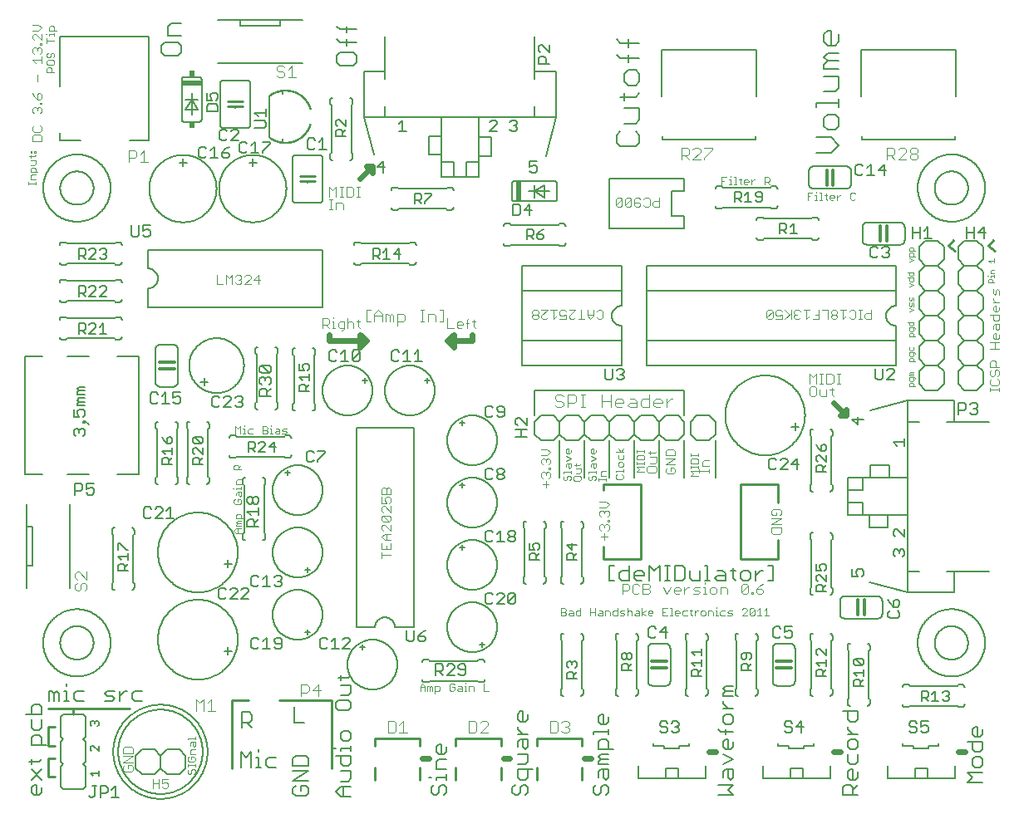
<source format=gbr>
G04 EAGLE Gerber X2 export*
%TF.Part,Single*%
%TF.FileFunction,Legend,Top,1*%
%TF.FilePolarity,Positive*%
%TF.GenerationSoftware,Autodesk,EAGLE,8.7.0*%
%TF.CreationDate,2018-03-11T21:08:06Z*%
G75*
%MOMM*%
%FSLAX34Y34*%
%LPD*%
%AMOC8*
5,1,8,0,0,1.08239X$1,22.5*%
G01*
%ADD10C,0.203200*%
%ADD11C,0.609600*%
%ADD12C,0.254000*%
%ADD13C,0.076200*%
%ADD14C,0.177800*%
%ADD15C,0.101600*%
%ADD16C,0.127000*%
%ADD17C,0.050800*%
%ADD18C,0.152400*%
%ADD19C,0.304800*%
%ADD20R,0.508000X2.032000*%
%ADD21C,0.015238*%
%ADD22R,2.032000X0.508000*%
%ADD23R,0.508000X0.635000*%


D10*
X546100Y368300D02*
X546100Y330200D01*
X571500Y330200D02*
X571500Y368300D01*
X596900Y368300D02*
X596900Y330200D01*
X647700Y330200D02*
X647700Y368300D01*
X673100Y368300D02*
X673100Y330200D01*
X622300Y330200D02*
X622300Y368300D01*
D11*
X342900Y635000D02*
X355600Y647700D01*
X349250Y647700D01*
X355600Y641350D01*
X355600Y647700D01*
X825500Y406400D02*
X838200Y393700D01*
X838200Y400050D01*
X831850Y393700D01*
X838200Y393700D01*
X412750Y44450D02*
X406400Y44450D01*
X488950Y44450D02*
X495300Y44450D01*
X571500Y44450D02*
X577850Y44450D01*
X698500Y50800D02*
X704850Y50800D01*
X825500Y50800D02*
X831850Y50800D01*
X952500Y50800D02*
X958850Y50800D01*
D12*
X31750Y76200D02*
X25400Y76200D01*
X25400Y25400D02*
X31750Y25400D01*
X25400Y25400D02*
X25400Y44450D01*
X31750Y44450D01*
X25400Y57150D02*
X25400Y76200D01*
X25400Y57150D02*
X31750Y57150D01*
X50800Y88900D02*
X50800Y95250D01*
X25400Y95250D02*
X107950Y95250D01*
D11*
X457200Y469900D02*
X457200Y476250D01*
X457200Y469900D02*
X431800Y469900D01*
X311150Y469900D02*
X311150Y476250D01*
X311150Y469900D02*
X349250Y469900D01*
X342900Y476250D01*
X342900Y463550D01*
X349250Y469900D01*
X431800Y469900D02*
X438150Y476250D01*
X438150Y463550D01*
X431800Y469900D01*
D12*
X982980Y566420D02*
X988060Y572770D01*
X982980Y566420D02*
X989330Y561340D01*
D10*
X704850Y368300D02*
X704850Y330200D01*
X520700Y393700D02*
X520700Y419100D01*
X673100Y419100D02*
X673100Y393700D01*
X673100Y419100D02*
X520700Y419100D01*
D12*
X590550Y323850D02*
X628650Y323850D01*
X590550Y323850D02*
X590550Y317500D01*
X628650Y323850D02*
X628650Y247650D01*
X590550Y247650D01*
X590550Y260350D01*
X730250Y323850D02*
X768350Y323850D01*
X768350Y304800D01*
X730250Y323850D02*
X730250Y247650D01*
X768350Y247650D01*
X768350Y266700D01*
X942340Y566420D02*
X947420Y572770D01*
X942340Y566420D02*
X948690Y561340D01*
D13*
X863219Y501269D02*
X863219Y491863D01*
X858516Y491863D01*
X856948Y493431D01*
X856948Y496566D01*
X858516Y498134D01*
X863219Y498134D01*
X853864Y501269D02*
X850728Y501269D01*
X852296Y501269D02*
X852296Y491863D01*
X853864Y491863D02*
X850728Y491863D01*
X842924Y491863D02*
X841356Y493431D01*
X842924Y491863D02*
X846059Y491863D01*
X847627Y493431D01*
X847627Y499701D01*
X846059Y501269D01*
X842924Y501269D01*
X841356Y499701D01*
X838272Y494998D02*
X835137Y491863D01*
X835137Y501269D01*
X838272Y501269D02*
X832001Y501269D01*
X828917Y493431D02*
X827349Y491863D01*
X824214Y491863D01*
X822646Y493431D01*
X822646Y494998D01*
X824214Y496566D01*
X822646Y498134D01*
X822646Y499701D01*
X824214Y501269D01*
X827349Y501269D01*
X828917Y499701D01*
X828917Y498134D01*
X827349Y496566D01*
X828917Y494998D01*
X828917Y493431D01*
X827349Y496566D02*
X824214Y496566D01*
X819561Y491863D02*
X819561Y501269D01*
X813291Y501269D01*
X810206Y501269D02*
X810206Y491863D01*
X803936Y491863D01*
X807071Y496566D02*
X810206Y496566D01*
X800851Y494998D02*
X797716Y491863D01*
X797716Y501269D01*
X800851Y501269D02*
X794580Y501269D01*
X791496Y493431D02*
X789928Y491863D01*
X786793Y491863D01*
X785225Y493431D01*
X785225Y494998D01*
X786793Y496566D01*
X788361Y496566D01*
X786793Y496566D02*
X785225Y498134D01*
X785225Y499701D01*
X786793Y501269D01*
X789928Y501269D01*
X791496Y499701D01*
X782141Y501269D02*
X782141Y491863D01*
X782141Y498134D02*
X775870Y491863D01*
X780573Y496566D02*
X775870Y501269D01*
X772786Y491863D02*
X766515Y491863D01*
X772786Y491863D02*
X772786Y496566D01*
X769650Y494998D01*
X768083Y494998D01*
X766515Y496566D01*
X766515Y499701D01*
X768083Y501269D01*
X771218Y501269D01*
X772786Y499701D01*
X763430Y499701D02*
X763430Y493431D01*
X761863Y491863D01*
X758727Y491863D01*
X757160Y493431D01*
X757160Y499701D01*
X758727Y501269D01*
X761863Y501269D01*
X763430Y499701D01*
X757160Y493431D01*
X647319Y606163D02*
X647319Y615569D01*
X647319Y606163D02*
X642616Y606163D01*
X641048Y607731D01*
X641048Y610866D01*
X642616Y612434D01*
X647319Y612434D01*
X633261Y606163D02*
X631693Y607731D01*
X633261Y606163D02*
X636396Y606163D01*
X637964Y607731D01*
X637964Y614001D01*
X636396Y615569D01*
X633261Y615569D01*
X631693Y614001D01*
X628609Y614001D02*
X627041Y615569D01*
X623906Y615569D01*
X622338Y614001D01*
X622338Y607731D01*
X623906Y606163D01*
X627041Y606163D01*
X628609Y607731D01*
X628609Y609298D01*
X627041Y610866D01*
X622338Y610866D01*
X619253Y614001D02*
X619253Y607731D01*
X617686Y606163D01*
X614550Y606163D01*
X612983Y607731D01*
X612983Y614001D01*
X614550Y615569D01*
X617686Y615569D01*
X619253Y614001D01*
X612983Y607731D01*
X609898Y607731D02*
X609898Y614001D01*
X609898Y607731D02*
X608331Y606163D01*
X605195Y606163D01*
X603628Y607731D01*
X603628Y614001D01*
X605195Y615569D01*
X608331Y615569D01*
X609898Y614001D01*
X603628Y607731D01*
X583898Y493431D02*
X585466Y491863D01*
X588601Y491863D01*
X590169Y493431D01*
X590169Y499701D01*
X588601Y501269D01*
X585466Y501269D01*
X583898Y499701D01*
X580814Y501269D02*
X580814Y494998D01*
X577678Y491863D01*
X574543Y494998D01*
X574543Y501269D01*
X574543Y496566D02*
X580814Y496566D01*
X568323Y501269D02*
X568323Y491863D01*
X565188Y491863D02*
X571459Y491863D01*
X562103Y501269D02*
X555833Y501269D01*
X562103Y501269D02*
X555833Y494998D01*
X555833Y493431D01*
X557400Y491863D01*
X560536Y491863D01*
X562103Y493431D01*
X552748Y491863D02*
X546478Y491863D01*
X552748Y491863D02*
X552748Y496566D01*
X549613Y494998D01*
X548045Y494998D01*
X546478Y496566D01*
X546478Y499701D01*
X548045Y501269D01*
X551181Y501269D01*
X552748Y499701D01*
X543393Y494998D02*
X540258Y491863D01*
X540258Y501269D01*
X543393Y501269D02*
X537122Y501269D01*
X534038Y501269D02*
X527767Y501269D01*
X534038Y501269D02*
X527767Y494998D01*
X527767Y493431D01*
X529335Y491863D01*
X532470Y491863D01*
X534038Y493431D01*
X524683Y493431D02*
X523115Y491863D01*
X519980Y491863D01*
X518412Y493431D01*
X518412Y494998D01*
X519980Y496566D01*
X518412Y498134D01*
X518412Y499701D01*
X519980Y501269D01*
X523115Y501269D01*
X524683Y499701D01*
X524683Y498134D01*
X523115Y496566D01*
X524683Y494998D01*
X524683Y493431D01*
X523115Y496566D02*
X519980Y496566D01*
X197231Y527431D02*
X197231Y536837D01*
X197231Y527431D02*
X203502Y527431D01*
X206586Y527431D02*
X206586Y536837D01*
X209722Y533702D01*
X212857Y536837D01*
X212857Y527431D01*
X215941Y535269D02*
X217509Y536837D01*
X220644Y536837D01*
X222212Y535269D01*
X222212Y533702D01*
X220644Y532134D01*
X219077Y532134D01*
X220644Y532134D02*
X222212Y530566D01*
X222212Y528999D01*
X220644Y527431D01*
X217509Y527431D01*
X215941Y528999D01*
X225297Y527431D02*
X231567Y527431D01*
X225297Y527431D02*
X231567Y533702D01*
X231567Y535269D01*
X230000Y536837D01*
X226864Y536837D01*
X225297Y535269D01*
X239355Y536837D02*
X239355Y527431D01*
X234652Y532134D02*
X239355Y536837D01*
X240922Y532134D02*
X234652Y532134D01*
X364863Y251166D02*
X374269Y251166D01*
X364863Y248031D02*
X364863Y254302D01*
X364863Y257386D02*
X364863Y263657D01*
X364863Y257386D02*
X374269Y257386D01*
X374269Y263657D01*
X369566Y260522D02*
X369566Y257386D01*
X367998Y266741D02*
X374269Y266741D01*
X367998Y266741D02*
X364863Y269877D01*
X367998Y273012D01*
X374269Y273012D01*
X369566Y273012D02*
X369566Y266741D01*
X374269Y276097D02*
X374269Y282367D01*
X374269Y276097D02*
X367998Y282367D01*
X366431Y282367D01*
X364863Y280800D01*
X364863Y277664D01*
X366431Y276097D01*
X366431Y285452D02*
X372701Y285452D01*
X366431Y285452D02*
X364863Y287019D01*
X364863Y290155D01*
X366431Y291722D01*
X372701Y291722D01*
X374269Y290155D01*
X374269Y287019D01*
X372701Y285452D01*
X366431Y291722D01*
X374269Y294807D02*
X374269Y301078D01*
X374269Y294807D02*
X367998Y301078D01*
X366431Y301078D01*
X364863Y299510D01*
X364863Y296375D01*
X366431Y294807D01*
X364863Y304162D02*
X364863Y310433D01*
X364863Y304162D02*
X369566Y304162D01*
X367998Y307297D01*
X367998Y308865D01*
X369566Y310433D01*
X372701Y310433D01*
X374269Y308865D01*
X374269Y305730D01*
X372701Y304162D01*
X374269Y313517D02*
X364863Y313517D01*
X364863Y318220D01*
X366431Y319788D01*
X367998Y319788D01*
X369566Y318220D01*
X371134Y319788D01*
X372701Y319788D01*
X374269Y318220D01*
X374269Y313517D01*
X369566Y313517D02*
X369566Y318220D01*
D10*
X604246Y679460D02*
X608144Y683358D01*
X604246Y679460D02*
X604246Y671664D01*
X608144Y667766D01*
X623736Y667766D01*
X627634Y671664D01*
X627634Y679460D01*
X623736Y683358D01*
X623736Y691154D02*
X612042Y691154D01*
X623736Y691154D02*
X627634Y695052D01*
X627634Y706746D01*
X612042Y706746D01*
X608144Y718440D02*
X623736Y718440D01*
X627634Y722338D01*
X612042Y722338D02*
X612042Y714542D01*
X627634Y734032D02*
X627634Y741828D01*
X623736Y745726D01*
X615940Y745726D01*
X612042Y741828D01*
X612042Y734032D01*
X615940Y730134D01*
X623736Y730134D01*
X627634Y734032D01*
X627634Y757420D02*
X608144Y757420D01*
X604246Y761318D01*
X615940Y761318D02*
X615940Y753522D01*
X608144Y773012D02*
X627634Y773012D01*
X608144Y773012D02*
X604246Y776910D01*
X615940Y776910D02*
X615940Y769114D01*
X807446Y661416D02*
X823038Y661416D01*
X830834Y669212D01*
X823038Y677008D01*
X807446Y677008D01*
X830834Y688702D02*
X830834Y696498D01*
X826936Y700396D01*
X819140Y700396D01*
X815242Y696498D01*
X815242Y688702D01*
X819140Y684804D01*
X826936Y684804D01*
X830834Y688702D01*
X807446Y708192D02*
X807446Y712090D01*
X830834Y712090D01*
X830834Y708192D02*
X830834Y715988D01*
X826936Y723784D02*
X815242Y723784D01*
X826936Y723784D02*
X830834Y727682D01*
X830834Y739376D01*
X815242Y739376D01*
X815242Y747172D02*
X830834Y747172D01*
X815242Y747172D02*
X815242Y751070D01*
X819140Y754968D01*
X830834Y754968D01*
X819140Y754968D02*
X815242Y758866D01*
X819140Y762764D01*
X830834Y762764D01*
X830834Y774458D02*
X830834Y782254D01*
X830834Y774458D02*
X826936Y770560D01*
X819140Y770560D01*
X815242Y774458D01*
X815242Y782254D01*
X819140Y786152D01*
X823038Y786152D01*
X823038Y770560D01*
D14*
X140478Y770231D02*
X140478Y763536D01*
X143825Y760189D01*
X157214Y760189D01*
X160561Y763536D01*
X160561Y770231D01*
X157214Y773578D01*
X143825Y773578D01*
X140478Y770231D01*
X147172Y780303D02*
X160561Y780303D01*
X147172Y780303D02*
X147172Y790344D01*
X150519Y793691D01*
X160561Y793691D01*
X319228Y760231D02*
X319228Y753536D01*
X322575Y750189D01*
X335964Y750189D01*
X339311Y753536D01*
X339311Y760231D01*
X335964Y763578D01*
X322575Y763578D01*
X319228Y760231D01*
X322575Y773650D02*
X339311Y773650D01*
X322575Y773650D02*
X319228Y776997D01*
X329269Y776997D02*
X329269Y770303D01*
X322575Y787059D02*
X339311Y787059D01*
X322575Y787059D02*
X319228Y790406D01*
X329269Y790406D02*
X329269Y783712D01*
D13*
X625215Y336114D02*
X632587Y336114D01*
X627672Y338571D02*
X625215Y336114D01*
X627672Y338571D02*
X625215Y341029D01*
X632587Y341029D01*
X632587Y343598D02*
X632587Y346055D01*
X632587Y344827D02*
X625215Y344827D01*
X625215Y346055D02*
X625215Y343598D01*
X625215Y348587D02*
X632587Y348587D01*
X632587Y352274D01*
X631358Y353502D01*
X626443Y353502D01*
X625215Y352274D01*
X625215Y348587D01*
X632587Y356072D02*
X632587Y358529D01*
X632587Y357300D02*
X625215Y357300D01*
X625215Y356072D02*
X625215Y358529D01*
D15*
X550341Y412844D02*
X548138Y415047D01*
X543731Y415047D01*
X541528Y412844D01*
X541528Y410641D01*
X543731Y408438D01*
X548138Y408438D01*
X550341Y406234D01*
X550341Y404031D01*
X548138Y401828D01*
X543731Y401828D01*
X541528Y404031D01*
X554625Y401828D02*
X554625Y415047D01*
X561235Y415047D01*
X563438Y412844D01*
X563438Y408438D01*
X561235Y406234D01*
X554625Y406234D01*
X567723Y401828D02*
X572129Y401828D01*
X569926Y401828D02*
X569926Y415047D01*
X567723Y415047D02*
X572129Y415047D01*
X589551Y415047D02*
X589551Y401828D01*
X589551Y408438D02*
X598364Y408438D01*
X598364Y415047D02*
X598364Y401828D01*
X604852Y401828D02*
X609258Y401828D01*
X604852Y401828D02*
X602649Y404031D01*
X602649Y408438D01*
X604852Y410641D01*
X609258Y410641D01*
X611461Y408438D01*
X611461Y406234D01*
X602649Y406234D01*
X617949Y410641D02*
X622355Y410641D01*
X624559Y408438D01*
X624559Y401828D01*
X617949Y401828D01*
X615746Y404031D01*
X617949Y406234D01*
X624559Y406234D01*
X637656Y401828D02*
X637656Y415047D01*
X637656Y401828D02*
X631046Y401828D01*
X628843Y404031D01*
X628843Y408438D01*
X631046Y410641D01*
X637656Y410641D01*
X644143Y401828D02*
X648550Y401828D01*
X644143Y401828D02*
X641940Y404031D01*
X641940Y408438D01*
X644143Y410641D01*
X648550Y410641D01*
X650753Y408438D01*
X650753Y406234D01*
X641940Y406234D01*
X655038Y401828D02*
X655038Y410641D01*
X659444Y410641D02*
X655038Y406234D01*
X659444Y410641D02*
X661647Y410641D01*
D13*
X655991Y340536D02*
X654423Y338968D01*
X654423Y335833D01*
X655991Y334265D01*
X662261Y334265D01*
X663829Y335833D01*
X663829Y338968D01*
X662261Y340536D01*
X659126Y340536D01*
X659126Y337401D01*
X663829Y343621D02*
X654423Y343621D01*
X663829Y349891D01*
X654423Y349891D01*
X654423Y352976D02*
X663829Y352976D01*
X663829Y357679D01*
X662261Y359247D01*
X655991Y359247D01*
X654423Y357679D01*
X654423Y352976D01*
X532126Y326503D02*
X532126Y320233D01*
X528991Y323368D02*
X535261Y323368D01*
X528991Y329588D02*
X527423Y331155D01*
X527423Y334291D01*
X528991Y335859D01*
X530558Y335859D01*
X532126Y334291D01*
X532126Y332723D01*
X532126Y334291D02*
X533694Y335859D01*
X535261Y335859D01*
X536829Y334291D01*
X536829Y331155D01*
X535261Y329588D01*
X535261Y338943D02*
X536829Y338943D01*
X535261Y338943D02*
X535261Y340511D01*
X536829Y340511D01*
X536829Y338943D01*
X528991Y343621D02*
X527423Y345188D01*
X527423Y348324D01*
X528991Y349891D01*
X530558Y349891D01*
X532126Y348324D01*
X532126Y346756D01*
X532126Y348324D02*
X533694Y349891D01*
X535261Y349891D01*
X536829Y348324D01*
X536829Y345188D01*
X535261Y343621D01*
X533694Y352976D02*
X527423Y352976D01*
X533694Y352976D02*
X536829Y356111D01*
X533694Y359246D01*
X527423Y359246D01*
X551513Y332320D02*
X550285Y331091D01*
X550285Y328634D01*
X551513Y327405D01*
X552742Y327405D01*
X553971Y328634D01*
X553971Y331091D01*
X555200Y332320D01*
X556428Y332320D01*
X557657Y331091D01*
X557657Y328634D01*
X556428Y327405D01*
X550285Y334889D02*
X550285Y336118D01*
X557657Y336118D01*
X557657Y334889D02*
X557657Y337347D01*
X552742Y341107D02*
X552742Y343565D01*
X553971Y344793D01*
X557657Y344793D01*
X557657Y341107D01*
X556428Y339879D01*
X555200Y341107D01*
X555200Y344793D01*
X552742Y347363D02*
X557657Y349820D01*
X552742Y352278D01*
X557657Y356076D02*
X557657Y358533D01*
X557657Y356076D02*
X556428Y354847D01*
X553971Y354847D01*
X552742Y356076D01*
X552742Y358533D01*
X553971Y359762D01*
X555200Y359762D01*
X555200Y354847D01*
X560445Y330819D02*
X560445Y328362D01*
X561673Y327133D01*
X566588Y327133D01*
X567817Y328362D01*
X567817Y330819D01*
X566588Y332048D01*
X561673Y332048D01*
X560445Y330819D01*
X562902Y334617D02*
X566588Y334617D01*
X567817Y335846D01*
X567817Y339532D01*
X562902Y339532D01*
X561673Y343330D02*
X566588Y343330D01*
X567817Y344559D01*
X562902Y344559D02*
X562902Y342102D01*
X575685Y331091D02*
X576913Y332320D01*
X575685Y331091D02*
X575685Y328634D01*
X576913Y327405D01*
X578142Y327405D01*
X579371Y328634D01*
X579371Y331091D01*
X580600Y332320D01*
X581828Y332320D01*
X583057Y331091D01*
X583057Y328634D01*
X581828Y327405D01*
X575685Y334889D02*
X575685Y336118D01*
X583057Y336118D01*
X583057Y334889D02*
X583057Y337347D01*
X578142Y341107D02*
X578142Y343565D01*
X579371Y344793D01*
X583057Y344793D01*
X583057Y341107D01*
X581828Y339879D01*
X580600Y341107D01*
X580600Y344793D01*
X578142Y347363D02*
X583057Y349820D01*
X578142Y352278D01*
X583057Y356076D02*
X583057Y358533D01*
X583057Y356076D02*
X581828Y354847D01*
X579371Y354847D01*
X578142Y356076D01*
X578142Y358533D01*
X579371Y359762D01*
X580600Y359762D01*
X580600Y354847D01*
X593217Y329455D02*
X593217Y326997D01*
X593217Y328226D02*
X585845Y328226D01*
X585845Y326997D02*
X585845Y329455D01*
X588302Y331987D02*
X593217Y331987D01*
X588302Y331987D02*
X588302Y335673D01*
X589531Y336902D01*
X593217Y336902D01*
X603625Y332338D02*
X604853Y333567D01*
X603625Y332338D02*
X603625Y329881D01*
X604853Y328652D01*
X609768Y328652D01*
X610997Y329881D01*
X610997Y332338D01*
X609768Y333567D01*
X603625Y336136D02*
X603625Y337365D01*
X610997Y337365D01*
X610997Y336136D02*
X610997Y338594D01*
X610997Y342355D02*
X610997Y344812D01*
X609768Y346041D01*
X607311Y346041D01*
X606082Y344812D01*
X606082Y342355D01*
X607311Y341126D01*
X609768Y341126D01*
X610997Y342355D01*
X606082Y349839D02*
X606082Y353525D01*
X606082Y349839D02*
X607311Y348610D01*
X609768Y348610D01*
X610997Y349839D01*
X610997Y353525D01*
X610997Y356094D02*
X603625Y356094D01*
X608540Y356094D02*
X610997Y359780D01*
X608540Y356094D02*
X606082Y359780D01*
X994029Y418211D02*
X994029Y421346D01*
X994029Y419779D02*
X984623Y419779D01*
X984623Y421346D02*
X984623Y418211D01*
X984623Y429151D02*
X986191Y430718D01*
X984623Y429151D02*
X984623Y426015D01*
X986191Y424448D01*
X992461Y424448D01*
X994029Y426015D01*
X994029Y429151D01*
X992461Y430718D01*
X984623Y438506D02*
X986191Y440074D01*
X984623Y438506D02*
X984623Y435371D01*
X986191Y433803D01*
X987758Y433803D01*
X989326Y435371D01*
X989326Y438506D01*
X990894Y440074D01*
X992461Y440074D01*
X994029Y438506D01*
X994029Y435371D01*
X992461Y433803D01*
X994029Y443158D02*
X984623Y443158D01*
X984623Y447861D01*
X986191Y449429D01*
X989326Y449429D01*
X990894Y447861D01*
X990894Y443158D01*
X994029Y461869D02*
X984623Y461869D01*
X989326Y461869D02*
X989326Y468139D01*
X984623Y468139D02*
X994029Y468139D01*
X994029Y472791D02*
X994029Y475927D01*
X994029Y472791D02*
X992461Y471224D01*
X989326Y471224D01*
X987758Y472791D01*
X987758Y475927D01*
X989326Y477494D01*
X990894Y477494D01*
X990894Y471224D01*
X987758Y482147D02*
X987758Y485282D01*
X989326Y486850D01*
X994029Y486850D01*
X994029Y482147D01*
X992461Y480579D01*
X990894Y482147D01*
X990894Y486850D01*
X994029Y496205D02*
X984623Y496205D01*
X994029Y496205D02*
X994029Y491502D01*
X992461Y489934D01*
X989326Y489934D01*
X987758Y491502D01*
X987758Y496205D01*
X994029Y500857D02*
X994029Y503992D01*
X994029Y500857D02*
X992461Y499289D01*
X989326Y499289D01*
X987758Y500857D01*
X987758Y503992D01*
X989326Y505560D01*
X990894Y505560D01*
X990894Y499289D01*
X994029Y508644D02*
X987758Y508644D01*
X990894Y508644D02*
X987758Y511780D01*
X987758Y513347D01*
X994029Y516440D02*
X994029Y521143D01*
X992461Y522711D01*
X990894Y521143D01*
X990894Y518008D01*
X989326Y516440D01*
X987758Y518008D01*
X987758Y522711D01*
X635373Y340364D02*
X635373Y337229D01*
X636941Y335661D01*
X643211Y335661D01*
X644779Y337229D01*
X644779Y340364D01*
X643211Y341932D01*
X636941Y341932D01*
X635373Y340364D01*
X638508Y345016D02*
X643211Y345016D01*
X644779Y346584D01*
X644779Y351287D01*
X638508Y351287D01*
X636941Y355939D02*
X643211Y355939D01*
X644779Y357507D01*
X638508Y357507D02*
X638508Y354371D01*
D16*
X601785Y225171D02*
X596616Y225171D01*
X596616Y240678D01*
X601785Y240678D01*
X617244Y240678D02*
X617244Y225171D01*
X609491Y225171D01*
X606906Y227756D01*
X606906Y232925D01*
X609491Y235509D01*
X617244Y235509D01*
X624927Y225171D02*
X630096Y225171D01*
X624927Y225171D02*
X622342Y227756D01*
X622342Y232925D01*
X624927Y235509D01*
X630096Y235509D01*
X632680Y232925D01*
X632680Y230340D01*
X622342Y230340D01*
X637778Y225171D02*
X637778Y240678D01*
X642947Y235509D01*
X648117Y240678D01*
X648117Y225171D01*
X653214Y225171D02*
X658383Y225171D01*
X655799Y225171D02*
X655799Y240678D01*
X658383Y240678D02*
X653214Y240678D01*
X663505Y240678D02*
X663505Y225171D01*
X671259Y225171D01*
X673843Y227756D01*
X673843Y238094D01*
X671259Y240678D01*
X663505Y240678D01*
X678941Y235509D02*
X678941Y227756D01*
X681526Y225171D01*
X689279Y225171D01*
X689279Y235509D01*
X694377Y240678D02*
X696962Y240678D01*
X696962Y225171D01*
X699546Y225171D02*
X694377Y225171D01*
X707252Y235509D02*
X712422Y235509D01*
X715006Y232925D01*
X715006Y225171D01*
X707252Y225171D01*
X704668Y227756D01*
X707252Y230340D01*
X715006Y230340D01*
X722689Y227756D02*
X722689Y238094D01*
X722689Y227756D02*
X725273Y225171D01*
X725273Y235509D02*
X720104Y235509D01*
X732979Y225171D02*
X738148Y225171D01*
X740733Y227756D01*
X740733Y232925D01*
X738148Y235509D01*
X732979Y235509D01*
X730395Y232925D01*
X730395Y227756D01*
X732979Y225171D01*
X745831Y225171D02*
X745831Y235509D01*
X745831Y230340D02*
X751000Y235509D01*
X753584Y235509D01*
X758694Y225171D02*
X763863Y225171D01*
X763863Y240678D01*
X758694Y240678D01*
D15*
X610108Y221751D02*
X610108Y211328D01*
X610108Y221751D02*
X615319Y221751D01*
X617057Y220014D01*
X617057Y216539D01*
X615319Y214802D01*
X610108Y214802D01*
X625844Y221751D02*
X627581Y220014D01*
X625844Y221751D02*
X622370Y221751D01*
X620633Y220014D01*
X620633Y213065D01*
X622370Y211328D01*
X625844Y211328D01*
X627581Y213065D01*
X631157Y211328D02*
X631157Y221751D01*
X636369Y221751D01*
X638106Y220014D01*
X638106Y218277D01*
X636369Y216539D01*
X638106Y214802D01*
X638106Y213065D01*
X636369Y211328D01*
X631157Y211328D01*
X631157Y216539D02*
X636369Y216539D01*
X652206Y218277D02*
X655681Y211328D01*
X659155Y218277D01*
X664468Y211328D02*
X667942Y211328D01*
X664468Y211328D02*
X662731Y213065D01*
X662731Y216539D01*
X664468Y218277D01*
X667942Y218277D01*
X669680Y216539D01*
X669680Y214802D01*
X662731Y214802D01*
X673256Y211328D02*
X673256Y218277D01*
X676730Y218277D02*
X673256Y214802D01*
X676730Y218277D02*
X678467Y218277D01*
X682026Y211328D02*
X687237Y211328D01*
X688975Y213065D01*
X687237Y214802D01*
X683763Y214802D01*
X682026Y216539D01*
X683763Y218277D01*
X688975Y218277D01*
X692551Y218277D02*
X694288Y218277D01*
X694288Y211328D01*
X692551Y211328D02*
X696025Y211328D01*
X694288Y221751D02*
X694288Y223488D01*
X701304Y211328D02*
X704778Y211328D01*
X706516Y213065D01*
X706516Y216539D01*
X704778Y218277D01*
X701304Y218277D01*
X699567Y216539D01*
X699567Y213065D01*
X701304Y211328D01*
X710092Y211328D02*
X710092Y218277D01*
X715303Y218277D01*
X717040Y216539D01*
X717040Y211328D01*
X731141Y213065D02*
X731141Y220014D01*
X732878Y221751D01*
X736352Y221751D01*
X738089Y220014D01*
X738089Y213065D01*
X736352Y211328D01*
X732878Y211328D01*
X731141Y213065D01*
X738089Y220014D01*
X741665Y213065D02*
X741665Y211328D01*
X741665Y213065D02*
X743403Y213065D01*
X743403Y211328D01*
X741665Y211328D01*
X750402Y220014D02*
X753876Y221751D01*
X750402Y220014D02*
X746928Y216539D01*
X746928Y213065D01*
X748665Y211328D01*
X752139Y211328D01*
X753876Y213065D01*
X753876Y214802D01*
X752139Y216539D01*
X746928Y216539D01*
D13*
X547751Y196983D02*
X547751Y189611D01*
X547751Y196983D02*
X551437Y196983D01*
X552666Y195755D01*
X552666Y194526D01*
X551437Y193297D01*
X552666Y192068D01*
X552666Y190840D01*
X551437Y189611D01*
X547751Y189611D01*
X547751Y193297D02*
X551437Y193297D01*
X556464Y194526D02*
X558921Y194526D01*
X560150Y193297D01*
X560150Y189611D01*
X556464Y189611D01*
X555235Y190840D01*
X556464Y192068D01*
X560150Y192068D01*
X567634Y189611D02*
X567634Y196983D01*
X567634Y189611D02*
X563948Y189611D01*
X562719Y190840D01*
X562719Y193297D01*
X563948Y194526D01*
X567634Y194526D01*
X577688Y196983D02*
X577688Y189611D01*
X577688Y193297D02*
X582602Y193297D01*
X582602Y196983D02*
X582602Y189611D01*
X586400Y194526D02*
X588858Y194526D01*
X590087Y193297D01*
X590087Y189611D01*
X586400Y189611D01*
X585172Y190840D01*
X586400Y192068D01*
X590087Y192068D01*
X592656Y189611D02*
X592656Y194526D01*
X596342Y194526D01*
X597571Y193297D01*
X597571Y189611D01*
X605055Y189611D02*
X605055Y196983D01*
X605055Y189611D02*
X601369Y189611D01*
X600140Y190840D01*
X600140Y193297D01*
X601369Y194526D01*
X605055Y194526D01*
X607624Y189611D02*
X611310Y189611D01*
X612539Y190840D01*
X611310Y192068D01*
X608853Y192068D01*
X607624Y193297D01*
X608853Y194526D01*
X612539Y194526D01*
X615108Y196983D02*
X615108Y189611D01*
X615108Y193297D02*
X616337Y194526D01*
X618795Y194526D01*
X620023Y193297D01*
X620023Y189611D01*
X623821Y194526D02*
X626279Y194526D01*
X627507Y193297D01*
X627507Y189611D01*
X623821Y189611D01*
X622593Y190840D01*
X623821Y192068D01*
X627507Y192068D01*
X630077Y189611D02*
X630077Y196983D01*
X630077Y192068D02*
X633763Y189611D01*
X630077Y192068D02*
X633763Y194526D01*
X637542Y189611D02*
X640000Y189611D01*
X637542Y189611D02*
X636314Y190840D01*
X636314Y193297D01*
X637542Y194526D01*
X640000Y194526D01*
X641228Y193297D01*
X641228Y192068D01*
X636314Y192068D01*
X651282Y196983D02*
X656197Y196983D01*
X651282Y196983D02*
X651282Y189611D01*
X656197Y189611D01*
X653739Y193297D02*
X651282Y193297D01*
X658766Y196983D02*
X659995Y196983D01*
X659995Y189611D01*
X661223Y189611D02*
X658766Y189611D01*
X664984Y189611D02*
X667442Y189611D01*
X664984Y189611D02*
X663755Y190840D01*
X663755Y193297D01*
X664984Y194526D01*
X667442Y194526D01*
X668670Y193297D01*
X668670Y192068D01*
X663755Y192068D01*
X672468Y194526D02*
X676154Y194526D01*
X672468Y194526D02*
X671240Y193297D01*
X671240Y190840D01*
X672468Y189611D01*
X676154Y189611D01*
X679952Y190840D02*
X679952Y195755D01*
X679952Y190840D02*
X681181Y189611D01*
X681181Y194526D02*
X678724Y194526D01*
X683713Y194526D02*
X683713Y189611D01*
X683713Y192068D02*
X686171Y194526D01*
X687399Y194526D01*
X691179Y189611D02*
X693636Y189611D01*
X694865Y190840D01*
X694865Y193297D01*
X693636Y194526D01*
X691179Y194526D01*
X689950Y193297D01*
X689950Y190840D01*
X691179Y189611D01*
X697434Y189611D02*
X697434Y194526D01*
X701120Y194526D01*
X702349Y193297D01*
X702349Y189611D01*
X704918Y194526D02*
X706147Y194526D01*
X706147Y189611D01*
X704918Y189611D02*
X707376Y189611D01*
X706147Y196983D02*
X706147Y198212D01*
X711136Y194526D02*
X714823Y194526D01*
X711136Y194526D02*
X709908Y193297D01*
X709908Y190840D01*
X711136Y189611D01*
X714823Y189611D01*
X717392Y189611D02*
X721078Y189611D01*
X722307Y190840D01*
X721078Y192068D01*
X718621Y192068D01*
X717392Y193297D01*
X718621Y194526D01*
X722307Y194526D01*
X732360Y189611D02*
X737275Y189611D01*
X732360Y189611D02*
X737275Y194526D01*
X737275Y195755D01*
X736046Y196983D01*
X733589Y196983D01*
X732360Y195755D01*
X739844Y195755D02*
X739844Y190840D01*
X739844Y195755D02*
X741073Y196983D01*
X743530Y196983D01*
X744759Y195755D01*
X744759Y190840D01*
X743530Y189611D01*
X741073Y189611D01*
X739844Y190840D01*
X744759Y195755D01*
X747328Y194526D02*
X749786Y196983D01*
X749786Y189611D01*
X752243Y189611D02*
X747328Y189611D01*
X754813Y194526D02*
X757270Y196983D01*
X757270Y189611D01*
X754813Y189611D02*
X759727Y189611D01*
X687197Y332304D02*
X679825Y332304D01*
X682282Y334761D01*
X679825Y337219D01*
X687197Y337219D01*
X687197Y339788D02*
X687197Y342245D01*
X687197Y341017D02*
X679825Y341017D01*
X679825Y342245D02*
X679825Y339788D01*
X679825Y344777D02*
X687197Y344777D01*
X687197Y348464D01*
X685968Y349692D01*
X681053Y349692D01*
X679825Y348464D01*
X679825Y344777D01*
X687197Y352262D02*
X687197Y354719D01*
X687197Y353490D02*
X679825Y353490D01*
X679825Y352262D02*
X679825Y354719D01*
X698119Y338796D02*
X698119Y335661D01*
X698119Y337229D02*
X688713Y337229D01*
X688713Y338796D02*
X688713Y335661D01*
X691848Y341898D02*
X698119Y341898D01*
X691848Y341898D02*
X691848Y346601D01*
X693416Y348168D01*
X698119Y348168D01*
X711581Y629031D02*
X711581Y636403D01*
X716496Y636403D01*
X714038Y632717D02*
X711581Y632717D01*
X719065Y633946D02*
X720294Y633946D01*
X720294Y629031D01*
X719065Y629031D02*
X721523Y629031D01*
X720294Y636403D02*
X720294Y637632D01*
X724055Y636403D02*
X725283Y636403D01*
X725283Y629031D01*
X724055Y629031D02*
X726512Y629031D01*
X730273Y630260D02*
X730273Y635175D01*
X730273Y630260D02*
X731501Y629031D01*
X731501Y633946D02*
X729044Y633946D01*
X735262Y629031D02*
X737720Y629031D01*
X735262Y629031D02*
X734033Y630260D01*
X734033Y632717D01*
X735262Y633946D01*
X737720Y633946D01*
X738948Y632717D01*
X738948Y631488D01*
X734033Y631488D01*
X741518Y629031D02*
X741518Y633946D01*
X743975Y633946D02*
X741518Y631488D01*
X743975Y633946D02*
X745204Y633946D01*
X755239Y636403D02*
X755239Y629031D01*
X755239Y636403D02*
X758925Y636403D01*
X760153Y635175D01*
X760153Y632717D01*
X758925Y631488D01*
X755239Y631488D01*
X757696Y631488D02*
X760153Y629031D01*
X798869Y620655D02*
X798869Y613283D01*
X798869Y620655D02*
X803784Y620655D01*
X801327Y616969D02*
X798869Y616969D01*
X806353Y618198D02*
X807582Y618198D01*
X807582Y613283D01*
X806353Y613283D02*
X808811Y613283D01*
X807582Y620655D02*
X807582Y621884D01*
X811343Y620655D02*
X812572Y620655D01*
X812572Y613283D01*
X813800Y613283D02*
X811343Y613283D01*
X817561Y614512D02*
X817561Y619427D01*
X817561Y614512D02*
X818790Y613283D01*
X818790Y618198D02*
X816332Y618198D01*
X822550Y613283D02*
X825008Y613283D01*
X822550Y613283D02*
X821322Y614512D01*
X821322Y616969D01*
X822550Y618198D01*
X825008Y618198D01*
X826237Y616969D01*
X826237Y615740D01*
X821322Y615740D01*
X828806Y613283D02*
X828806Y618198D01*
X831263Y618198D02*
X828806Y615740D01*
X831263Y618198D02*
X832492Y618198D01*
X846213Y620655D02*
X847442Y619427D01*
X846213Y620655D02*
X843756Y620655D01*
X842527Y619427D01*
X842527Y614512D01*
X843756Y613283D01*
X846213Y613283D01*
X847442Y614512D01*
X18669Y673481D02*
X9263Y673481D01*
X18669Y673481D02*
X18669Y678184D01*
X17101Y679752D01*
X10831Y679752D01*
X9263Y678184D01*
X9263Y673481D01*
X9263Y687539D02*
X10831Y689107D01*
X9263Y687539D02*
X9263Y684404D01*
X10831Y682836D01*
X17101Y682836D01*
X18669Y684404D01*
X18669Y687539D01*
X17101Y689107D01*
X10831Y701547D02*
X9263Y703114D01*
X9263Y706250D01*
X10831Y707817D01*
X12398Y707817D01*
X13966Y706250D01*
X13966Y704682D01*
X13966Y706250D02*
X15534Y707817D01*
X17101Y707817D01*
X18669Y706250D01*
X18669Y703114D01*
X17101Y701547D01*
X17101Y710902D02*
X18669Y710902D01*
X17101Y710902D02*
X17101Y712469D01*
X18669Y712469D01*
X18669Y710902D01*
X10831Y718715D02*
X9263Y721850D01*
X10831Y718715D02*
X13966Y715579D01*
X17101Y715579D01*
X18669Y717147D01*
X18669Y720282D01*
X17101Y721850D01*
X15534Y721850D01*
X13966Y720282D01*
X13966Y715579D01*
X13966Y734290D02*
X13966Y740560D01*
X12398Y753000D02*
X9263Y756135D01*
X18669Y756135D01*
X18669Y753000D02*
X18669Y759271D01*
X10831Y762355D02*
X9263Y763923D01*
X9263Y767058D01*
X10831Y768626D01*
X12398Y768626D01*
X13966Y767058D01*
X13966Y765491D01*
X13966Y767058D02*
X15534Y768626D01*
X17101Y768626D01*
X18669Y767058D01*
X18669Y763923D01*
X17101Y762355D01*
X17101Y771710D02*
X18669Y771710D01*
X17101Y771710D02*
X17101Y773278D01*
X18669Y773278D01*
X18669Y771710D01*
X18669Y776388D02*
X18669Y782659D01*
X18669Y776388D02*
X12398Y782659D01*
X10831Y782659D01*
X9263Y781091D01*
X9263Y777956D01*
X10831Y776388D01*
X9263Y785743D02*
X15534Y785743D01*
X18669Y788879D01*
X15534Y792014D01*
X9263Y792014D01*
X23997Y743331D02*
X31369Y743331D01*
X23997Y743331D02*
X23997Y747017D01*
X25225Y748246D01*
X27683Y748246D01*
X28912Y747017D01*
X28912Y743331D01*
X23997Y752044D02*
X23997Y754501D01*
X23997Y752044D02*
X25225Y750815D01*
X30140Y750815D01*
X31369Y752044D01*
X31369Y754501D01*
X30140Y755730D01*
X25225Y755730D01*
X23997Y754501D01*
X23997Y761985D02*
X25225Y763214D01*
X23997Y761985D02*
X23997Y759528D01*
X25225Y758299D01*
X26454Y758299D01*
X27683Y759528D01*
X27683Y761985D01*
X28912Y763214D01*
X30140Y763214D01*
X31369Y761985D01*
X31369Y759528D01*
X30140Y758299D01*
X31369Y775725D02*
X23997Y775725D01*
X23997Y773268D02*
X23997Y778182D01*
X26454Y780752D02*
X26454Y781980D01*
X31369Y781980D01*
X31369Y780752D02*
X31369Y783209D01*
X23997Y781980D02*
X22768Y781980D01*
X26454Y785741D02*
X33826Y785741D01*
X26454Y785741D02*
X26454Y789427D01*
X27683Y790656D01*
X30140Y790656D01*
X31369Y789427D01*
X31369Y785741D01*
X12319Y631488D02*
X12319Y629031D01*
X12319Y630260D02*
X4947Y630260D01*
X4947Y631488D02*
X4947Y629031D01*
X7404Y634020D02*
X12319Y634020D01*
X7404Y634020D02*
X7404Y637707D01*
X8633Y638935D01*
X12319Y638935D01*
X14776Y641505D02*
X7404Y641505D01*
X7404Y645191D01*
X8633Y646419D01*
X11090Y646419D01*
X12319Y645191D01*
X12319Y641505D01*
X11090Y648989D02*
X7404Y648989D01*
X11090Y648989D02*
X12319Y650217D01*
X12319Y653904D01*
X7404Y653904D01*
X6175Y657702D02*
X11090Y657702D01*
X12319Y658930D01*
X7404Y658930D02*
X7404Y656473D01*
X7404Y661462D02*
X7404Y662691D01*
X8633Y662691D01*
X8633Y661462D01*
X7404Y661462D01*
X11090Y661462D02*
X11090Y662691D01*
X12319Y662691D01*
X12319Y661462D01*
X11090Y661462D01*
D15*
X311658Y626881D02*
X311658Y616458D01*
X315132Y623407D02*
X311658Y626881D01*
X315132Y623407D02*
X318607Y626881D01*
X318607Y616458D01*
X322183Y616458D02*
X325657Y616458D01*
X323920Y616458D02*
X323920Y626881D01*
X322183Y626881D02*
X325657Y626881D01*
X329199Y626881D02*
X329199Y616458D01*
X334410Y616458D01*
X336148Y618195D01*
X336148Y625144D01*
X334410Y626881D01*
X329199Y626881D01*
X339724Y616458D02*
X343198Y616458D01*
X341461Y616458D02*
X341461Y626881D01*
X339724Y626881D02*
X343198Y626881D01*
X315132Y603758D02*
X311658Y603758D01*
X313395Y603758D02*
X313395Y614181D01*
X311658Y614181D02*
X315132Y614181D01*
X318674Y610707D02*
X318674Y603758D01*
X318674Y610707D02*
X323886Y610707D01*
X325623Y608969D01*
X325623Y603758D01*
X800608Y436381D02*
X800608Y425958D01*
X804082Y432907D02*
X800608Y436381D01*
X804082Y432907D02*
X807557Y436381D01*
X807557Y425958D01*
X811133Y425958D02*
X814607Y425958D01*
X812870Y425958D02*
X812870Y436381D01*
X811133Y436381D02*
X814607Y436381D01*
X818149Y436381D02*
X818149Y425958D01*
X823360Y425958D01*
X825098Y427695D01*
X825098Y434644D01*
X823360Y436381D01*
X818149Y436381D01*
X828674Y425958D02*
X832148Y425958D01*
X830411Y425958D02*
X830411Y436381D01*
X828674Y436381D02*
X832148Y436381D01*
X805819Y423681D02*
X802345Y423681D01*
X800608Y421944D01*
X800608Y414995D01*
X802345Y413258D01*
X805819Y413258D01*
X807557Y414995D01*
X807557Y421944D01*
X805819Y423681D01*
X811133Y420207D02*
X811133Y414995D01*
X812870Y413258D01*
X818081Y413258D01*
X818081Y420207D01*
X823394Y421944D02*
X823394Y414995D01*
X825131Y413258D01*
X825131Y420207D02*
X821657Y420207D01*
D16*
X418242Y17323D02*
X415658Y14739D01*
X415658Y9570D01*
X418242Y6985D01*
X420827Y6985D01*
X423411Y9570D01*
X423411Y14739D01*
X425996Y17323D01*
X428580Y17323D01*
X431165Y14739D01*
X431165Y9570D01*
X428580Y6985D01*
X420827Y22421D02*
X420827Y25006D01*
X431165Y25006D01*
X431165Y27590D02*
X431165Y22421D01*
X415658Y25006D02*
X413073Y25006D01*
X420827Y32712D02*
X431165Y32712D01*
X420827Y32712D02*
X420827Y40465D01*
X423411Y43050D01*
X431165Y43050D01*
X431165Y50732D02*
X431165Y55901D01*
X431165Y50732D02*
X428580Y48148D01*
X423411Y48148D01*
X420827Y50732D01*
X420827Y55901D01*
X423411Y58486D01*
X425996Y58486D01*
X425996Y48148D01*
X580758Y14739D02*
X583342Y17323D01*
X580758Y14739D02*
X580758Y9570D01*
X583342Y6985D01*
X585927Y6985D01*
X588511Y9570D01*
X588511Y14739D01*
X591096Y17323D01*
X593680Y17323D01*
X596265Y14739D01*
X596265Y9570D01*
X593680Y6985D01*
X585927Y25006D02*
X585927Y30175D01*
X588511Y32759D01*
X596265Y32759D01*
X596265Y25006D01*
X593680Y22421D01*
X591096Y25006D01*
X591096Y32759D01*
X596265Y37857D02*
X585927Y37857D01*
X585927Y40442D01*
X588511Y43026D01*
X596265Y43026D01*
X588511Y43026D02*
X585927Y45611D01*
X588511Y48195D01*
X596265Y48195D01*
X601434Y53293D02*
X585927Y53293D01*
X585927Y61047D01*
X588511Y63631D01*
X593680Y63631D01*
X596265Y61047D01*
X596265Y53293D01*
X580758Y68729D02*
X580758Y71314D01*
X596265Y71314D01*
X596265Y73898D02*
X596265Y68729D01*
X596265Y81604D02*
X596265Y86774D01*
X596265Y81604D02*
X593680Y79020D01*
X588511Y79020D01*
X585927Y81604D01*
X585927Y86774D01*
X588511Y89358D01*
X591096Y89358D01*
X591096Y79020D01*
X500792Y17323D02*
X498208Y14739D01*
X498208Y9570D01*
X500792Y6985D01*
X503377Y6985D01*
X505961Y9570D01*
X505961Y14739D01*
X508546Y17323D01*
X511130Y17323D01*
X513715Y14739D01*
X513715Y9570D01*
X511130Y6985D01*
X503377Y32759D02*
X518884Y32759D01*
X503377Y32759D02*
X503377Y25006D01*
X505961Y22421D01*
X511130Y22421D01*
X513715Y25006D01*
X513715Y32759D01*
X511130Y37857D02*
X503377Y37857D01*
X511130Y37857D02*
X513715Y40442D01*
X513715Y48195D01*
X503377Y48195D01*
X503377Y55878D02*
X503377Y61047D01*
X505961Y63631D01*
X513715Y63631D01*
X513715Y55878D01*
X511130Y53293D01*
X508546Y55878D01*
X508546Y63631D01*
X513715Y68729D02*
X503377Y68729D01*
X508546Y68729D02*
X503377Y73898D01*
X503377Y76483D01*
X513715Y84177D02*
X513715Y89346D01*
X513715Y84177D02*
X511130Y81593D01*
X505961Y81593D01*
X503377Y84177D01*
X503377Y89346D01*
X505961Y91931D01*
X508546Y91931D01*
X508546Y81593D01*
X707758Y6985D02*
X723265Y6985D01*
X718096Y12154D01*
X723265Y17323D01*
X707758Y17323D01*
X712927Y25006D02*
X712927Y30175D01*
X715511Y32759D01*
X723265Y32759D01*
X723265Y25006D01*
X720680Y22421D01*
X718096Y25006D01*
X718096Y32759D01*
X712927Y37857D02*
X723265Y43026D01*
X712927Y48195D01*
X723265Y55878D02*
X723265Y61047D01*
X723265Y55878D02*
X720680Y53293D01*
X715511Y53293D01*
X712927Y55878D01*
X712927Y61047D01*
X715511Y63631D01*
X718096Y63631D01*
X718096Y53293D01*
X723265Y71314D02*
X710342Y71314D01*
X707758Y73898D01*
X715511Y73898D02*
X715511Y68729D01*
X723265Y81604D02*
X723265Y86774D01*
X720680Y89358D01*
X715511Y89358D01*
X712927Y86774D01*
X712927Y81604D01*
X715511Y79020D01*
X720680Y79020D01*
X723265Y81604D01*
X723265Y94456D02*
X712927Y94456D01*
X718096Y94456D02*
X712927Y99625D01*
X712927Y102210D01*
X712927Y107319D02*
X723265Y107319D01*
X712927Y107319D02*
X712927Y109904D01*
X715511Y112488D01*
X723265Y112488D01*
X715511Y112488D02*
X712927Y115073D01*
X715511Y117658D01*
X723265Y117658D01*
X834758Y6985D02*
X850265Y6985D01*
X834758Y6985D02*
X834758Y14739D01*
X837342Y17323D01*
X842511Y17323D01*
X845096Y14739D01*
X845096Y6985D01*
X845096Y12154D02*
X850265Y17323D01*
X850265Y25006D02*
X850265Y30175D01*
X850265Y25006D02*
X847680Y22421D01*
X842511Y22421D01*
X839927Y25006D01*
X839927Y30175D01*
X842511Y32759D01*
X845096Y32759D01*
X845096Y22421D01*
X839927Y40442D02*
X839927Y48195D01*
X839927Y40442D02*
X842511Y37857D01*
X847680Y37857D01*
X850265Y40442D01*
X850265Y48195D01*
X850265Y55878D02*
X850265Y61047D01*
X847680Y63631D01*
X842511Y63631D01*
X839927Y61047D01*
X839927Y55878D01*
X842511Y53293D01*
X847680Y53293D01*
X850265Y55878D01*
X850265Y68729D02*
X839927Y68729D01*
X845096Y68729D02*
X839927Y73898D01*
X839927Y76483D01*
X834758Y91931D02*
X850265Y91931D01*
X850265Y84177D01*
X847680Y81593D01*
X842511Y81593D01*
X839927Y84177D01*
X839927Y91931D01*
X961758Y19685D02*
X977265Y19685D01*
X966927Y24854D02*
X961758Y19685D01*
X966927Y24854D02*
X961758Y30023D01*
X977265Y30023D01*
X977265Y37706D02*
X977265Y42875D01*
X974680Y45459D01*
X969511Y45459D01*
X966927Y42875D01*
X966927Y37706D01*
X969511Y35121D01*
X974680Y35121D01*
X977265Y37706D01*
X977265Y60895D02*
X961758Y60895D01*
X977265Y60895D02*
X977265Y53142D01*
X974680Y50557D01*
X969511Y50557D01*
X966927Y53142D01*
X966927Y60895D01*
X977265Y68578D02*
X977265Y73747D01*
X977265Y68578D02*
X974680Y65993D01*
X969511Y65993D01*
X966927Y68578D01*
X966927Y73747D01*
X969511Y76331D01*
X972096Y76331D01*
X972096Y65993D01*
X333629Y5351D02*
X323291Y5351D01*
X318122Y10520D01*
X323291Y15689D01*
X333629Y15689D01*
X325875Y15689D02*
X325875Y5351D01*
X323291Y20787D02*
X331044Y20787D01*
X333629Y23372D01*
X333629Y31125D01*
X323291Y31125D01*
X318122Y46561D02*
X333629Y46561D01*
X333629Y38808D01*
X331044Y36223D01*
X325875Y36223D01*
X323291Y38808D01*
X323291Y46561D01*
X323291Y51659D02*
X323291Y54244D01*
X333629Y54244D01*
X333629Y56828D02*
X333629Y51659D01*
X318122Y54244D02*
X315537Y54244D01*
X333629Y64534D02*
X333629Y69704D01*
X331044Y72288D01*
X325875Y72288D01*
X323291Y69704D01*
X323291Y64534D01*
X325875Y61950D01*
X331044Y61950D01*
X333629Y64534D01*
X318122Y95407D02*
X318122Y100576D01*
X318122Y95407D02*
X320706Y92822D01*
X331044Y92822D01*
X333629Y95407D01*
X333629Y100576D01*
X331044Y103160D01*
X320706Y103160D01*
X318122Y100576D01*
X323291Y108258D02*
X331044Y108258D01*
X333629Y110843D01*
X333629Y118596D01*
X323291Y118596D01*
X320706Y126279D02*
X331044Y126279D01*
X333629Y128863D01*
X323291Y128863D02*
X323291Y123694D01*
X18415Y14739D02*
X18415Y9570D01*
X15830Y6985D01*
X10661Y6985D01*
X8077Y9570D01*
X8077Y14739D01*
X10661Y17323D01*
X13246Y17323D01*
X13246Y6985D01*
X8077Y22421D02*
X18415Y32759D01*
X18415Y22421D02*
X8077Y32759D01*
X5492Y40442D02*
X15830Y40442D01*
X18415Y43026D01*
X8077Y43026D02*
X8077Y37857D01*
X8077Y57785D02*
X23584Y57785D01*
X8077Y57785D02*
X8077Y65539D01*
X10661Y68123D01*
X15830Y68123D01*
X18415Y65539D01*
X18415Y57785D01*
X8077Y75806D02*
X8077Y83559D01*
X8077Y75806D02*
X10661Y73221D01*
X15830Y73221D01*
X18415Y75806D01*
X18415Y83559D01*
X18415Y88657D02*
X2908Y88657D01*
X18415Y88657D02*
X18415Y96411D01*
X15830Y98995D01*
X10661Y98995D01*
X8077Y96411D01*
X8077Y88657D01*
X26035Y102235D02*
X26035Y112573D01*
X28620Y112573D01*
X31204Y109989D01*
X31204Y102235D01*
X31204Y109989D02*
X33789Y112573D01*
X36373Y109989D01*
X36373Y102235D01*
X41471Y112573D02*
X44056Y112573D01*
X44056Y102235D01*
X46640Y102235D02*
X41471Y102235D01*
X44056Y117742D02*
X44056Y120327D01*
X54346Y112573D02*
X62100Y112573D01*
X54346Y112573D02*
X51762Y109989D01*
X51762Y104820D01*
X54346Y102235D01*
X62100Y102235D01*
X82634Y102235D02*
X90388Y102235D01*
X92972Y104820D01*
X90388Y107404D01*
X85218Y107404D01*
X82634Y109989D01*
X85218Y112573D01*
X92972Y112573D01*
X98070Y112573D02*
X98070Y102235D01*
X98070Y107404D02*
X103239Y112573D01*
X105824Y112573D01*
X113518Y112573D02*
X121271Y112573D01*
X113518Y112573D02*
X110933Y109989D01*
X110933Y104820D01*
X113518Y102235D01*
X121271Y102235D01*
X222885Y91072D02*
X222885Y75565D01*
X222885Y91072D02*
X230639Y91072D01*
X233223Y88488D01*
X233223Y83319D01*
X230639Y80734D01*
X222885Y80734D01*
X228054Y80734D02*
X233223Y75565D01*
X276225Y80645D02*
X276225Y96152D01*
X276225Y80645D02*
X286563Y80645D01*
X277272Y16053D02*
X274688Y13469D01*
X274688Y8300D01*
X277272Y5715D01*
X287610Y5715D01*
X290195Y8300D01*
X290195Y13469D01*
X287610Y16053D01*
X282441Y16053D01*
X282441Y10884D01*
X274688Y21151D02*
X290195Y21151D01*
X290195Y31489D02*
X274688Y21151D01*
X274688Y31489D02*
X290195Y31489D01*
X290195Y36587D02*
X274688Y36587D01*
X290195Y36587D02*
X290195Y44341D01*
X287610Y46925D01*
X277272Y46925D01*
X274688Y44341D01*
X274688Y36587D01*
X221615Y34925D02*
X221615Y50432D01*
X226784Y45263D01*
X231953Y50432D01*
X231953Y34925D01*
X237051Y45263D02*
X239636Y45263D01*
X239636Y34925D01*
X242220Y34925D02*
X237051Y34925D01*
X239636Y50432D02*
X239636Y53017D01*
X249926Y45263D02*
X257680Y45263D01*
X249926Y45263D02*
X247342Y42679D01*
X247342Y37510D01*
X249926Y34925D01*
X257680Y34925D01*
D13*
X305181Y482981D02*
X305181Y492387D01*
X309884Y492387D01*
X311452Y490819D01*
X311452Y487684D01*
X309884Y486116D01*
X305181Y486116D01*
X308316Y486116D02*
X311452Y482981D01*
X314536Y489252D02*
X316104Y489252D01*
X316104Y482981D01*
X314536Y482981D02*
X317672Y482981D01*
X316104Y492387D02*
X316104Y493955D01*
X323908Y479846D02*
X325476Y479846D01*
X327044Y481413D01*
X327044Y489252D01*
X322341Y489252D01*
X320773Y487684D01*
X320773Y484549D01*
X322341Y482981D01*
X327044Y482981D01*
X330128Y482981D02*
X330128Y492387D01*
X331696Y489252D02*
X330128Y487684D01*
X331696Y489252D02*
X334831Y489252D01*
X336399Y487684D01*
X336399Y482981D01*
X341051Y484549D02*
X341051Y490819D01*
X341051Y484549D02*
X342619Y482981D01*
X342619Y489252D02*
X339483Y489252D01*
X432181Y492387D02*
X432181Y482981D01*
X438452Y482981D01*
X443104Y482981D02*
X446239Y482981D01*
X443104Y482981D02*
X441536Y484549D01*
X441536Y487684D01*
X443104Y489252D01*
X446239Y489252D01*
X447807Y487684D01*
X447807Y486116D01*
X441536Y486116D01*
X452459Y482981D02*
X452459Y490819D01*
X454027Y492387D01*
X454027Y487684D02*
X450891Y487684D01*
X458696Y490819D02*
X458696Y484549D01*
X460264Y482981D01*
X460264Y489252D02*
X457128Y489252D01*
D15*
X353656Y489458D02*
X349758Y489458D01*
X349758Y501152D01*
X353656Y501152D01*
X357554Y497254D02*
X357554Y489458D01*
X357554Y497254D02*
X361452Y501152D01*
X365350Y497254D01*
X365350Y489458D01*
X365350Y495305D02*
X357554Y495305D01*
X369248Y497254D02*
X369248Y489458D01*
X369248Y497254D02*
X371197Y497254D01*
X373146Y495305D01*
X373146Y489458D01*
X373146Y495305D02*
X375095Y497254D01*
X377044Y495305D01*
X377044Y489458D01*
X380942Y485560D02*
X380942Y497254D01*
X386789Y497254D01*
X388738Y495305D01*
X388738Y491407D01*
X386789Y489458D01*
X380942Y489458D01*
X404330Y489458D02*
X408228Y489458D01*
X406279Y489458D02*
X406279Y501152D01*
X404330Y501152D02*
X408228Y501152D01*
X412126Y497254D02*
X412126Y489458D01*
X412126Y497254D02*
X417973Y497254D01*
X419922Y495305D01*
X419922Y489458D01*
X423820Y489458D02*
X427718Y489458D01*
X427718Y501152D01*
X423820Y501152D01*
D13*
X216281Y382403D02*
X216281Y375031D01*
X218738Y379946D02*
X216281Y382403D01*
X218738Y379946D02*
X221196Y382403D01*
X221196Y375031D01*
X223765Y379946D02*
X224994Y379946D01*
X224994Y375031D01*
X223765Y375031D02*
X226223Y375031D01*
X224994Y382403D02*
X224994Y383632D01*
X229983Y379946D02*
X233669Y379946D01*
X229983Y379946D02*
X228755Y378717D01*
X228755Y376260D01*
X229983Y375031D01*
X233669Y375031D01*
X243723Y375031D02*
X243723Y382403D01*
X247409Y382403D01*
X248638Y381175D01*
X248638Y379946D01*
X247409Y378717D01*
X248638Y377488D01*
X248638Y376260D01*
X247409Y375031D01*
X243723Y375031D01*
X243723Y378717D02*
X247409Y378717D01*
X251207Y379946D02*
X252436Y379946D01*
X252436Y375031D01*
X253664Y375031D02*
X251207Y375031D01*
X252436Y382403D02*
X252436Y383632D01*
X257425Y379946D02*
X259883Y379946D01*
X261111Y378717D01*
X261111Y375031D01*
X257425Y375031D01*
X256197Y376260D01*
X257425Y377488D01*
X261111Y377488D01*
X263681Y375031D02*
X267367Y375031D01*
X268596Y376260D01*
X267367Y377488D01*
X264909Y377488D01*
X263681Y378717D01*
X264909Y379946D01*
X268596Y379946D01*
X221869Y273431D02*
X216954Y273431D01*
X214497Y275888D01*
X216954Y278346D01*
X221869Y278346D01*
X218183Y278346D02*
X218183Y273431D01*
X216954Y280915D02*
X221869Y280915D01*
X216954Y280915D02*
X216954Y282144D01*
X218183Y283373D01*
X221869Y283373D01*
X218183Y283373D02*
X216954Y284601D01*
X218183Y285830D01*
X221869Y285830D01*
X224326Y288399D02*
X216954Y288399D01*
X216954Y292085D01*
X218183Y293314D01*
X220640Y293314D01*
X221869Y292085D01*
X221869Y288399D01*
X214497Y307054D02*
X215725Y308282D01*
X214497Y307054D02*
X214497Y304596D01*
X215725Y303368D01*
X220640Y303368D01*
X221869Y304596D01*
X221869Y307054D01*
X220640Y308282D01*
X218183Y308282D01*
X218183Y305825D01*
X216954Y312080D02*
X216954Y314538D01*
X218183Y315767D01*
X221869Y315767D01*
X221869Y312080D01*
X220640Y310852D01*
X219412Y312080D01*
X219412Y315767D01*
X216954Y318336D02*
X216954Y319565D01*
X221869Y319565D01*
X221869Y320793D02*
X221869Y318336D01*
X214497Y319565D02*
X213268Y319565D01*
X216954Y323325D02*
X221869Y323325D01*
X216954Y323325D02*
X216954Y327012D01*
X218183Y328240D01*
X221869Y328240D01*
X221869Y338294D02*
X214497Y338294D01*
X214497Y341980D01*
X215725Y343209D01*
X218183Y343209D01*
X219412Y341980D01*
X219412Y338294D01*
X219412Y340751D02*
X221869Y343209D01*
X404284Y117818D02*
X404284Y112903D01*
X404284Y117818D02*
X406742Y120275D01*
X409199Y117818D01*
X409199Y112903D01*
X409199Y116589D02*
X404284Y116589D01*
X411768Y117818D02*
X411768Y112903D01*
X411768Y117818D02*
X412997Y117818D01*
X414226Y116589D01*
X414226Y112903D01*
X414226Y116589D02*
X415454Y117818D01*
X416683Y116589D01*
X416683Y112903D01*
X419252Y110446D02*
X419252Y117818D01*
X422939Y117818D01*
X424167Y116589D01*
X424167Y114132D01*
X422939Y112903D01*
X419252Y112903D01*
X437907Y120275D02*
X439136Y119047D01*
X437907Y120275D02*
X435449Y120275D01*
X434221Y119047D01*
X434221Y114132D01*
X435449Y112903D01*
X437907Y112903D01*
X439136Y114132D01*
X439136Y116589D01*
X436678Y116589D01*
X442934Y117818D02*
X445391Y117818D01*
X446620Y116589D01*
X446620Y112903D01*
X442934Y112903D01*
X441705Y114132D01*
X442934Y115360D01*
X446620Y115360D01*
X449189Y117818D02*
X450418Y117818D01*
X450418Y112903D01*
X449189Y112903D02*
X451647Y112903D01*
X450418Y120275D02*
X450418Y121504D01*
X454179Y117818D02*
X454179Y112903D01*
X454179Y117818D02*
X457865Y117818D01*
X459093Y116589D01*
X459093Y112903D01*
X469147Y112903D02*
X469147Y120275D01*
X469147Y112903D02*
X474062Y112903D01*
D17*
X983229Y529049D02*
X988822Y529049D01*
X983229Y529049D02*
X983229Y531846D01*
X984161Y532778D01*
X986026Y532778D01*
X986958Y531846D01*
X986958Y529049D01*
X985094Y534663D02*
X985094Y535595D01*
X988822Y535595D01*
X988822Y534663D02*
X988822Y536527D01*
X983229Y535595D02*
X982297Y535595D01*
X985094Y538405D02*
X988822Y538405D01*
X985094Y538405D02*
X985094Y541201D01*
X986026Y542133D01*
X988822Y542133D01*
X985094Y549631D02*
X983229Y551495D01*
X988822Y551495D01*
X988822Y549631D02*
X988822Y553359D01*
X906526Y526628D02*
X902798Y524764D01*
X902798Y528493D02*
X906526Y526628D01*
X906526Y534106D02*
X900933Y534106D01*
X906526Y534106D02*
X906526Y531309D01*
X905594Y530377D01*
X903730Y530377D01*
X902798Y531309D01*
X902798Y534106D01*
X900933Y539719D02*
X906526Y539719D01*
X906526Y536922D01*
X905594Y535990D01*
X903730Y535990D01*
X902798Y536922D01*
X902798Y539719D01*
X906526Y501228D02*
X902798Y499364D01*
X902798Y503093D02*
X906526Y501228D01*
X906526Y504977D02*
X906526Y507773D01*
X905594Y508706D01*
X904662Y507773D01*
X904662Y505909D01*
X903730Y504977D01*
X902798Y505909D01*
X902798Y508706D01*
X906526Y510590D02*
X906526Y513387D01*
X905594Y514319D01*
X904662Y513387D01*
X904662Y511522D01*
X903730Y510590D01*
X902798Y511522D01*
X902798Y514319D01*
X902798Y550164D02*
X906526Y552028D01*
X902798Y553893D01*
X902798Y555777D02*
X908390Y555777D01*
X902798Y555777D02*
X902798Y558573D01*
X903730Y559506D01*
X905594Y559506D01*
X906526Y558573D01*
X906526Y555777D01*
X908390Y561390D02*
X902798Y561390D01*
X902798Y564187D01*
X903730Y565119D01*
X905594Y565119D01*
X906526Y564187D01*
X906526Y561390D01*
X908390Y473964D02*
X902798Y473964D01*
X902798Y476760D01*
X903730Y477693D01*
X905594Y477693D01*
X906526Y476760D01*
X906526Y473964D01*
X908390Y481441D02*
X908390Y482373D01*
X907458Y483306D01*
X902798Y483306D01*
X902798Y480509D01*
X903730Y479577D01*
X905594Y479577D01*
X906526Y480509D01*
X906526Y483306D01*
X906526Y488919D02*
X900933Y488919D01*
X906526Y488919D02*
X906526Y486122D01*
X905594Y485190D01*
X903730Y485190D01*
X902798Y486122D01*
X902798Y488919D01*
X902798Y448564D02*
X908390Y448564D01*
X902798Y448564D02*
X902798Y451360D01*
X903730Y452293D01*
X905594Y452293D01*
X906526Y451360D01*
X906526Y448564D01*
X908390Y456041D02*
X908390Y456973D01*
X907458Y457906D01*
X902798Y457906D01*
X902798Y455109D01*
X903730Y454177D01*
X905594Y454177D01*
X906526Y455109D01*
X906526Y457906D01*
X902798Y460722D02*
X902798Y463519D01*
X902798Y460722D02*
X903730Y459790D01*
X905594Y459790D01*
X906526Y460722D01*
X906526Y463519D01*
X908390Y423164D02*
X902798Y423164D01*
X902798Y425960D01*
X903730Y426893D01*
X905594Y426893D01*
X906526Y425960D01*
X906526Y423164D01*
X908390Y430641D02*
X908390Y431573D01*
X907458Y432506D01*
X902798Y432506D01*
X902798Y429709D01*
X903730Y428777D01*
X905594Y428777D01*
X906526Y429709D01*
X906526Y432506D01*
X906526Y434390D02*
X902798Y434390D01*
X902798Y435322D01*
X903730Y436254D01*
X906526Y436254D01*
X903730Y436254D02*
X902798Y437187D01*
X903730Y438119D01*
X906526Y438119D01*
D13*
X591816Y273352D02*
X591816Y267081D01*
X588681Y270216D02*
X594951Y270216D01*
X588681Y276436D02*
X587113Y278004D01*
X587113Y281139D01*
X588681Y282707D01*
X590248Y282707D01*
X591816Y281139D01*
X591816Y279572D01*
X591816Y281139D02*
X593384Y282707D01*
X594951Y282707D01*
X596519Y281139D01*
X596519Y278004D01*
X594951Y276436D01*
X594951Y285791D02*
X596519Y285791D01*
X594951Y285791D02*
X594951Y287359D01*
X596519Y287359D01*
X596519Y285791D01*
X588681Y290469D02*
X587113Y292037D01*
X587113Y295172D01*
X588681Y296740D01*
X590248Y296740D01*
X591816Y295172D01*
X591816Y293604D01*
X591816Y295172D02*
X593384Y296740D01*
X594951Y296740D01*
X596519Y295172D01*
X596519Y292037D01*
X594951Y290469D01*
X593384Y299824D02*
X587113Y299824D01*
X593384Y299824D02*
X596519Y302960D01*
X593384Y306095D01*
X587113Y306095D01*
X770219Y291798D02*
X771787Y293366D01*
X771787Y296501D01*
X770219Y298069D01*
X763949Y298069D01*
X762381Y296501D01*
X762381Y293366D01*
X763949Y291798D01*
X767084Y291798D01*
X767084Y294934D01*
X762381Y288714D02*
X771787Y288714D01*
X762381Y282443D01*
X771787Y282443D01*
X771787Y279359D02*
X762381Y279359D01*
X762381Y274656D01*
X763949Y273088D01*
X770219Y273088D01*
X771787Y274656D01*
X771787Y279359D01*
X103541Y37132D02*
X101973Y35564D01*
X101973Y32429D01*
X103541Y30861D01*
X109811Y30861D01*
X111379Y32429D01*
X111379Y35564D01*
X109811Y37132D01*
X106676Y37132D01*
X106676Y33996D01*
X111379Y40216D02*
X101973Y40216D01*
X111379Y46487D01*
X101973Y46487D01*
X101973Y49571D02*
X111379Y49571D01*
X111379Y54274D01*
X109811Y55842D01*
X103541Y55842D01*
X101973Y54274D01*
X101973Y49571D01*
X167507Y32007D02*
X168735Y33236D01*
X167507Y32007D02*
X167507Y29550D01*
X168735Y28321D01*
X169964Y28321D01*
X171193Y29550D01*
X171193Y32007D01*
X172422Y33236D01*
X173650Y33236D01*
X174879Y32007D01*
X174879Y29550D01*
X173650Y28321D01*
X174879Y35805D02*
X174879Y38263D01*
X174879Y37034D02*
X167507Y37034D01*
X167507Y35805D02*
X167507Y38263D01*
X167507Y44481D02*
X168735Y45709D01*
X167507Y44481D02*
X167507Y42023D01*
X168735Y40795D01*
X173650Y40795D01*
X174879Y42023D01*
X174879Y44481D01*
X173650Y45709D01*
X171193Y45709D01*
X171193Y43252D01*
X169964Y48279D02*
X174879Y48279D01*
X169964Y48279D02*
X169964Y51965D01*
X171193Y53194D01*
X174879Y53194D01*
X169964Y56992D02*
X169964Y59449D01*
X171193Y60678D01*
X174879Y60678D01*
X174879Y56992D01*
X173650Y55763D01*
X172422Y56992D01*
X172422Y60678D01*
X167507Y63247D02*
X167507Y64476D01*
X174879Y64476D01*
X174879Y65704D02*
X174879Y63247D01*
D18*
X635000Y444500D02*
X889000Y444500D01*
X889000Y546100D02*
X635000Y546100D01*
X635000Y469900D02*
X635000Y444500D01*
X889000Y444500D02*
X889000Y469900D01*
X889000Y520700D02*
X889000Y546100D01*
X889000Y505460D02*
X888753Y505457D01*
X888505Y505448D01*
X888258Y505433D01*
X888012Y505412D01*
X887766Y505385D01*
X887521Y505352D01*
X887276Y505313D01*
X887033Y505268D01*
X886791Y505217D01*
X886550Y505160D01*
X886311Y505098D01*
X886073Y505029D01*
X885837Y504955D01*
X885603Y504875D01*
X885371Y504790D01*
X885141Y504698D01*
X884913Y504602D01*
X884688Y504499D01*
X884465Y504392D01*
X884245Y504278D01*
X884028Y504160D01*
X883813Y504036D01*
X883602Y503907D01*
X883394Y503773D01*
X883189Y503634D01*
X882988Y503490D01*
X882790Y503342D01*
X882596Y503188D01*
X882406Y503030D01*
X882220Y502867D01*
X882038Y502700D01*
X881860Y502528D01*
X881686Y502352D01*
X881516Y502172D01*
X881351Y501987D01*
X881191Y501799D01*
X881035Y501607D01*
X880883Y501411D01*
X880737Y501212D01*
X880595Y501009D01*
X880459Y500802D01*
X880327Y500593D01*
X880201Y500380D01*
X880080Y500164D01*
X879964Y499946D01*
X879854Y499724D01*
X879749Y499500D01*
X879649Y499274D01*
X879555Y499045D01*
X879467Y498814D01*
X879384Y498580D01*
X879307Y498345D01*
X879236Y498108D01*
X879170Y497870D01*
X879111Y497630D01*
X879057Y497388D01*
X879009Y497145D01*
X878967Y496902D01*
X878931Y496657D01*
X878901Y496411D01*
X878877Y496165D01*
X878859Y495918D01*
X878847Y495671D01*
X878841Y495424D01*
X878841Y495176D01*
X878847Y494929D01*
X878859Y494682D01*
X878877Y494435D01*
X878901Y494189D01*
X878931Y493943D01*
X878967Y493698D01*
X879009Y493455D01*
X879057Y493212D01*
X879111Y492970D01*
X879170Y492730D01*
X879236Y492492D01*
X879307Y492255D01*
X879384Y492020D01*
X879467Y491786D01*
X879555Y491555D01*
X879649Y491326D01*
X879749Y491100D01*
X879854Y490876D01*
X879964Y490654D01*
X880080Y490436D01*
X880201Y490220D01*
X880327Y490007D01*
X880459Y489798D01*
X880595Y489591D01*
X880737Y489388D01*
X880883Y489189D01*
X881035Y488993D01*
X881191Y488801D01*
X881351Y488613D01*
X881516Y488428D01*
X881686Y488248D01*
X881860Y488072D01*
X882038Y487900D01*
X882220Y487733D01*
X882406Y487570D01*
X882596Y487412D01*
X882790Y487258D01*
X882988Y487110D01*
X883189Y486966D01*
X883394Y486827D01*
X883602Y486693D01*
X883813Y486564D01*
X884028Y486440D01*
X884245Y486322D01*
X884465Y486208D01*
X884688Y486101D01*
X884913Y485998D01*
X885141Y485902D01*
X885371Y485810D01*
X885603Y485725D01*
X885837Y485645D01*
X886073Y485571D01*
X886311Y485502D01*
X886550Y485440D01*
X886791Y485383D01*
X887033Y485332D01*
X887276Y485287D01*
X887521Y485248D01*
X887766Y485215D01*
X888012Y485188D01*
X888258Y485167D01*
X888505Y485152D01*
X888753Y485143D01*
X889000Y485140D01*
X889000Y469900D02*
X635000Y469900D01*
X889000Y469900D02*
X889000Y485140D01*
X635000Y469900D02*
X635000Y520700D01*
X889000Y520700D01*
X889000Y505460D01*
X635000Y520700D02*
X635000Y546100D01*
D16*
X868045Y441335D02*
X868045Y431802D01*
X869952Y429895D01*
X873765Y429895D01*
X875672Y431802D01*
X875672Y441335D01*
X879739Y429895D02*
X887365Y429895D01*
X879739Y429895D02*
X887365Y437522D01*
X887365Y439428D01*
X885459Y441335D01*
X881646Y441335D01*
X879739Y439428D01*
D18*
X807720Y572770D02*
X807820Y572772D01*
X807919Y572778D01*
X808019Y572788D01*
X808117Y572801D01*
X808216Y572819D01*
X808313Y572840D01*
X808409Y572865D01*
X808505Y572894D01*
X808599Y572927D01*
X808692Y572963D01*
X808783Y573003D01*
X808873Y573047D01*
X808961Y573094D01*
X809047Y573144D01*
X809131Y573198D01*
X809213Y573255D01*
X809292Y573315D01*
X809370Y573379D01*
X809444Y573445D01*
X809516Y573514D01*
X809585Y573586D01*
X809651Y573660D01*
X809715Y573738D01*
X809775Y573817D01*
X809832Y573899D01*
X809886Y573983D01*
X809936Y574069D01*
X809983Y574157D01*
X810027Y574247D01*
X810067Y574338D01*
X810103Y574431D01*
X810136Y574525D01*
X810165Y574621D01*
X810190Y574717D01*
X810211Y574814D01*
X810229Y574913D01*
X810242Y575011D01*
X810252Y575111D01*
X810258Y575210D01*
X810260Y575310D01*
X810260Y593090D02*
X810258Y593190D01*
X810252Y593289D01*
X810242Y593389D01*
X810229Y593487D01*
X810211Y593586D01*
X810190Y593683D01*
X810165Y593779D01*
X810136Y593875D01*
X810103Y593969D01*
X810067Y594062D01*
X810027Y594153D01*
X809983Y594243D01*
X809936Y594331D01*
X809886Y594417D01*
X809832Y594501D01*
X809775Y594583D01*
X809715Y594662D01*
X809651Y594740D01*
X809585Y594814D01*
X809516Y594886D01*
X809444Y594955D01*
X809370Y595021D01*
X809292Y595085D01*
X809213Y595145D01*
X809131Y595202D01*
X809047Y595256D01*
X808961Y595306D01*
X808873Y595353D01*
X808783Y595397D01*
X808692Y595437D01*
X808599Y595473D01*
X808505Y595506D01*
X808409Y595535D01*
X808313Y595560D01*
X808216Y595581D01*
X808117Y595599D01*
X808019Y595612D01*
X807919Y595622D01*
X807820Y595628D01*
X807720Y595630D01*
X749300Y595630D02*
X749200Y595628D01*
X749101Y595622D01*
X749001Y595612D01*
X748903Y595599D01*
X748804Y595581D01*
X748707Y595560D01*
X748611Y595535D01*
X748515Y595506D01*
X748421Y595473D01*
X748328Y595437D01*
X748237Y595397D01*
X748147Y595353D01*
X748059Y595306D01*
X747973Y595256D01*
X747889Y595202D01*
X747807Y595145D01*
X747728Y595085D01*
X747650Y595021D01*
X747576Y594955D01*
X747504Y594886D01*
X747435Y594814D01*
X747369Y594740D01*
X747305Y594662D01*
X747245Y594583D01*
X747188Y594501D01*
X747134Y594417D01*
X747084Y594331D01*
X747037Y594243D01*
X746993Y594153D01*
X746953Y594062D01*
X746917Y593969D01*
X746884Y593875D01*
X746855Y593779D01*
X746830Y593683D01*
X746809Y593586D01*
X746791Y593487D01*
X746778Y593389D01*
X746768Y593289D01*
X746762Y593190D01*
X746760Y593090D01*
X746760Y575310D02*
X746762Y575210D01*
X746768Y575111D01*
X746778Y575011D01*
X746791Y574913D01*
X746809Y574814D01*
X746830Y574717D01*
X746855Y574621D01*
X746884Y574525D01*
X746917Y574431D01*
X746953Y574338D01*
X746993Y574247D01*
X747037Y574157D01*
X747084Y574069D01*
X747134Y573983D01*
X747188Y573899D01*
X747245Y573817D01*
X747305Y573738D01*
X747369Y573660D01*
X747435Y573586D01*
X747504Y573514D01*
X747576Y573445D01*
X747650Y573379D01*
X747728Y573315D01*
X747807Y573255D01*
X747889Y573198D01*
X747973Y573144D01*
X748059Y573094D01*
X748147Y573047D01*
X748237Y573003D01*
X748328Y572963D01*
X748421Y572927D01*
X748515Y572894D01*
X748611Y572865D01*
X748707Y572840D01*
X748804Y572819D01*
X748903Y572801D01*
X749001Y572788D01*
X749101Y572778D01*
X749200Y572772D01*
X749300Y572770D01*
X803910Y572770D02*
X807720Y572770D01*
X803910Y572770D02*
X802640Y574040D01*
X803910Y595630D02*
X807720Y595630D01*
X803910Y595630D02*
X802640Y594360D01*
X754380Y574040D02*
X753110Y572770D01*
X754380Y574040D02*
X802640Y574040D01*
X754380Y594360D02*
X753110Y595630D01*
X754380Y594360D02*
X802640Y594360D01*
X753110Y572770D02*
X749300Y572770D01*
X749300Y595630D02*
X753110Y595630D01*
D16*
X770796Y589670D02*
X770796Y579501D01*
X770796Y589670D02*
X775880Y589670D01*
X777575Y587975D01*
X777575Y584585D01*
X775880Y582891D01*
X770796Y582891D01*
X774185Y582891D02*
X777575Y579501D01*
X781320Y586280D02*
X784710Y589670D01*
X784710Y579501D01*
X781320Y579501D02*
X788100Y579501D01*
D18*
X274320Y613410D02*
X274320Y656590D01*
X304800Y656590D02*
X304800Y613410D01*
X302260Y659130D02*
X276860Y659130D01*
X276860Y610870D02*
X302260Y610870D01*
X274320Y656590D02*
X274322Y656690D01*
X274328Y656789D01*
X274338Y656889D01*
X274351Y656987D01*
X274369Y657086D01*
X274390Y657183D01*
X274415Y657279D01*
X274444Y657375D01*
X274477Y657469D01*
X274513Y657562D01*
X274553Y657653D01*
X274597Y657743D01*
X274644Y657831D01*
X274694Y657917D01*
X274748Y658001D01*
X274805Y658083D01*
X274865Y658162D01*
X274929Y658240D01*
X274995Y658314D01*
X275064Y658386D01*
X275136Y658455D01*
X275210Y658521D01*
X275288Y658585D01*
X275367Y658645D01*
X275449Y658702D01*
X275533Y658756D01*
X275619Y658806D01*
X275707Y658853D01*
X275797Y658897D01*
X275888Y658937D01*
X275981Y658973D01*
X276075Y659006D01*
X276171Y659035D01*
X276267Y659060D01*
X276364Y659081D01*
X276463Y659099D01*
X276561Y659112D01*
X276661Y659122D01*
X276760Y659128D01*
X276860Y659130D01*
X274320Y613410D02*
X274322Y613310D01*
X274328Y613211D01*
X274338Y613111D01*
X274351Y613013D01*
X274369Y612914D01*
X274390Y612817D01*
X274415Y612721D01*
X274444Y612625D01*
X274477Y612531D01*
X274513Y612438D01*
X274553Y612347D01*
X274597Y612257D01*
X274644Y612169D01*
X274694Y612083D01*
X274748Y611999D01*
X274805Y611917D01*
X274865Y611838D01*
X274929Y611760D01*
X274995Y611686D01*
X275064Y611614D01*
X275136Y611545D01*
X275210Y611479D01*
X275288Y611415D01*
X275367Y611355D01*
X275449Y611298D01*
X275533Y611244D01*
X275619Y611194D01*
X275707Y611147D01*
X275797Y611103D01*
X275888Y611063D01*
X275981Y611027D01*
X276075Y610994D01*
X276171Y610965D01*
X276267Y610940D01*
X276364Y610919D01*
X276463Y610901D01*
X276561Y610888D01*
X276661Y610878D01*
X276760Y610872D01*
X276860Y610870D01*
X304800Y656590D02*
X304798Y656690D01*
X304792Y656789D01*
X304782Y656889D01*
X304769Y656987D01*
X304751Y657086D01*
X304730Y657183D01*
X304705Y657279D01*
X304676Y657375D01*
X304643Y657469D01*
X304607Y657562D01*
X304567Y657653D01*
X304523Y657743D01*
X304476Y657831D01*
X304426Y657917D01*
X304372Y658001D01*
X304315Y658083D01*
X304255Y658162D01*
X304191Y658240D01*
X304125Y658314D01*
X304056Y658386D01*
X303984Y658455D01*
X303910Y658521D01*
X303832Y658585D01*
X303753Y658645D01*
X303671Y658702D01*
X303587Y658756D01*
X303501Y658806D01*
X303413Y658853D01*
X303323Y658897D01*
X303232Y658937D01*
X303139Y658973D01*
X303045Y659006D01*
X302949Y659035D01*
X302853Y659060D01*
X302756Y659081D01*
X302657Y659099D01*
X302559Y659112D01*
X302459Y659122D01*
X302360Y659128D01*
X302260Y659130D01*
X304800Y613410D02*
X304798Y613310D01*
X304792Y613211D01*
X304782Y613111D01*
X304769Y613013D01*
X304751Y612914D01*
X304730Y612817D01*
X304705Y612721D01*
X304676Y612625D01*
X304643Y612531D01*
X304607Y612438D01*
X304567Y612347D01*
X304523Y612257D01*
X304476Y612169D01*
X304426Y612083D01*
X304372Y611999D01*
X304315Y611917D01*
X304255Y611838D01*
X304191Y611760D01*
X304125Y611686D01*
X304056Y611614D01*
X303984Y611545D01*
X303910Y611479D01*
X303832Y611415D01*
X303753Y611355D01*
X303671Y611298D01*
X303587Y611244D01*
X303501Y611194D01*
X303413Y611147D01*
X303323Y611103D01*
X303232Y611063D01*
X303139Y611027D01*
X303045Y610994D01*
X302949Y610965D01*
X302853Y610940D01*
X302756Y610919D01*
X302657Y610901D01*
X302559Y610888D01*
X302459Y610878D01*
X302360Y610872D01*
X302260Y610870D01*
X289560Y637540D02*
X289560Y638810D01*
D12*
X289560Y637540D02*
X281940Y637540D01*
X289560Y637540D02*
X297180Y637540D01*
X289560Y632460D02*
X281940Y632460D01*
X289560Y632460D02*
X297180Y632460D01*
D18*
X289560Y632460D02*
X289560Y631190D01*
D16*
X297294Y674378D02*
X295387Y676285D01*
X291574Y676285D01*
X289667Y674378D01*
X289667Y666752D01*
X291574Y664845D01*
X295387Y664845D01*
X297294Y666752D01*
X301361Y672472D02*
X305174Y676285D01*
X305174Y664845D01*
X301361Y664845D02*
X308988Y664845D01*
D18*
X231140Y689610D02*
X231140Y732790D01*
X200660Y732790D02*
X200660Y689610D01*
X203200Y687070D02*
X228600Y687070D01*
X228600Y735330D02*
X203200Y735330D01*
X231140Y689610D02*
X231138Y689510D01*
X231132Y689411D01*
X231122Y689311D01*
X231109Y689213D01*
X231091Y689114D01*
X231070Y689017D01*
X231045Y688921D01*
X231016Y688825D01*
X230983Y688731D01*
X230947Y688638D01*
X230907Y688547D01*
X230863Y688457D01*
X230816Y688369D01*
X230766Y688283D01*
X230712Y688199D01*
X230655Y688117D01*
X230595Y688038D01*
X230531Y687960D01*
X230465Y687886D01*
X230396Y687814D01*
X230324Y687745D01*
X230250Y687679D01*
X230172Y687615D01*
X230093Y687555D01*
X230011Y687498D01*
X229927Y687444D01*
X229841Y687394D01*
X229753Y687347D01*
X229663Y687303D01*
X229572Y687263D01*
X229479Y687227D01*
X229385Y687194D01*
X229289Y687165D01*
X229193Y687140D01*
X229096Y687119D01*
X228997Y687101D01*
X228899Y687088D01*
X228799Y687078D01*
X228700Y687072D01*
X228600Y687070D01*
X231140Y732790D02*
X231138Y732890D01*
X231132Y732989D01*
X231122Y733089D01*
X231109Y733187D01*
X231091Y733286D01*
X231070Y733383D01*
X231045Y733479D01*
X231016Y733575D01*
X230983Y733669D01*
X230947Y733762D01*
X230907Y733853D01*
X230863Y733943D01*
X230816Y734031D01*
X230766Y734117D01*
X230712Y734201D01*
X230655Y734283D01*
X230595Y734362D01*
X230531Y734440D01*
X230465Y734514D01*
X230396Y734586D01*
X230324Y734655D01*
X230250Y734721D01*
X230172Y734785D01*
X230093Y734845D01*
X230011Y734902D01*
X229927Y734956D01*
X229841Y735006D01*
X229753Y735053D01*
X229663Y735097D01*
X229572Y735137D01*
X229479Y735173D01*
X229385Y735206D01*
X229289Y735235D01*
X229193Y735260D01*
X229096Y735281D01*
X228997Y735299D01*
X228899Y735312D01*
X228799Y735322D01*
X228700Y735328D01*
X228600Y735330D01*
X200660Y689610D02*
X200662Y689510D01*
X200668Y689411D01*
X200678Y689311D01*
X200691Y689213D01*
X200709Y689114D01*
X200730Y689017D01*
X200755Y688921D01*
X200784Y688825D01*
X200817Y688731D01*
X200853Y688638D01*
X200893Y688547D01*
X200937Y688457D01*
X200984Y688369D01*
X201034Y688283D01*
X201088Y688199D01*
X201145Y688117D01*
X201205Y688038D01*
X201269Y687960D01*
X201335Y687886D01*
X201404Y687814D01*
X201476Y687745D01*
X201550Y687679D01*
X201628Y687615D01*
X201707Y687555D01*
X201789Y687498D01*
X201873Y687444D01*
X201959Y687394D01*
X202047Y687347D01*
X202137Y687303D01*
X202228Y687263D01*
X202321Y687227D01*
X202415Y687194D01*
X202511Y687165D01*
X202607Y687140D01*
X202704Y687119D01*
X202803Y687101D01*
X202901Y687088D01*
X203001Y687078D01*
X203100Y687072D01*
X203200Y687070D01*
X200660Y732790D02*
X200662Y732890D01*
X200668Y732989D01*
X200678Y733089D01*
X200691Y733187D01*
X200709Y733286D01*
X200730Y733383D01*
X200755Y733479D01*
X200784Y733575D01*
X200817Y733669D01*
X200853Y733762D01*
X200893Y733853D01*
X200937Y733943D01*
X200984Y734031D01*
X201034Y734117D01*
X201088Y734201D01*
X201145Y734283D01*
X201205Y734362D01*
X201269Y734440D01*
X201335Y734514D01*
X201404Y734586D01*
X201476Y734655D01*
X201550Y734721D01*
X201628Y734785D01*
X201707Y734845D01*
X201789Y734902D01*
X201873Y734956D01*
X201959Y735006D01*
X202047Y735053D01*
X202137Y735097D01*
X202228Y735137D01*
X202321Y735173D01*
X202415Y735206D01*
X202511Y735235D01*
X202607Y735260D01*
X202704Y735281D01*
X202803Y735299D01*
X202901Y735312D01*
X203001Y735322D01*
X203100Y735328D01*
X203200Y735330D01*
X215900Y708660D02*
X215900Y707390D01*
D12*
X215900Y708660D02*
X223520Y708660D01*
X215900Y708660D02*
X208280Y708660D01*
X215900Y713740D02*
X223520Y713740D01*
X215900Y713740D02*
X208280Y713740D01*
D18*
X215900Y713740D02*
X215900Y715010D01*
D16*
X205745Y685175D02*
X207652Y683268D01*
X205745Y685175D02*
X201932Y685175D01*
X200025Y683268D01*
X200025Y675642D01*
X201932Y673735D01*
X205745Y673735D01*
X207652Y675642D01*
X211719Y673735D02*
X219345Y673735D01*
X211719Y673735D02*
X219345Y681362D01*
X219345Y683268D01*
X217439Y685175D01*
X213626Y685175D01*
X211719Y683268D01*
D18*
X897890Y585470D02*
X897890Y572770D01*
X897888Y572630D01*
X897882Y572490D01*
X897873Y572350D01*
X897859Y572211D01*
X897842Y572072D01*
X897821Y571934D01*
X897796Y571796D01*
X897767Y571659D01*
X897735Y571523D01*
X897698Y571388D01*
X897658Y571254D01*
X897615Y571121D01*
X897567Y570989D01*
X897517Y570858D01*
X897462Y570729D01*
X897404Y570602D01*
X897343Y570476D01*
X897278Y570352D01*
X897209Y570230D01*
X897138Y570110D01*
X897063Y569992D01*
X896985Y569875D01*
X896903Y569761D01*
X896819Y569650D01*
X896731Y569541D01*
X896641Y569434D01*
X896547Y569329D01*
X896451Y569228D01*
X896352Y569129D01*
X896251Y569033D01*
X896146Y568939D01*
X896039Y568849D01*
X895930Y568761D01*
X895819Y568677D01*
X895705Y568595D01*
X895588Y568517D01*
X895470Y568442D01*
X895350Y568371D01*
X895228Y568302D01*
X895104Y568237D01*
X894978Y568176D01*
X894851Y568118D01*
X894722Y568063D01*
X894591Y568013D01*
X894459Y567965D01*
X894326Y567922D01*
X894192Y567882D01*
X894057Y567845D01*
X893921Y567813D01*
X893784Y567784D01*
X893646Y567759D01*
X893508Y567738D01*
X893369Y567721D01*
X893230Y567707D01*
X893090Y567698D01*
X892950Y567692D01*
X892810Y567690D01*
X897890Y585470D02*
X897888Y585610D01*
X897882Y585750D01*
X897873Y585890D01*
X897859Y586029D01*
X897842Y586168D01*
X897821Y586306D01*
X897796Y586444D01*
X897767Y586581D01*
X897735Y586717D01*
X897698Y586852D01*
X897658Y586986D01*
X897615Y587119D01*
X897567Y587251D01*
X897517Y587382D01*
X897462Y587511D01*
X897404Y587638D01*
X897343Y587764D01*
X897278Y587888D01*
X897209Y588010D01*
X897138Y588130D01*
X897063Y588248D01*
X896985Y588365D01*
X896903Y588479D01*
X896819Y588590D01*
X896731Y588699D01*
X896641Y588806D01*
X896547Y588911D01*
X896451Y589012D01*
X896352Y589111D01*
X896251Y589207D01*
X896146Y589301D01*
X896039Y589391D01*
X895930Y589479D01*
X895819Y589563D01*
X895705Y589645D01*
X895588Y589723D01*
X895470Y589798D01*
X895350Y589869D01*
X895228Y589938D01*
X895104Y590003D01*
X894978Y590064D01*
X894851Y590122D01*
X894722Y590177D01*
X894591Y590227D01*
X894459Y590275D01*
X894326Y590318D01*
X894192Y590358D01*
X894057Y590395D01*
X893921Y590427D01*
X893784Y590456D01*
X893646Y590481D01*
X893508Y590502D01*
X893369Y590519D01*
X893230Y590533D01*
X893090Y590542D01*
X892950Y590548D01*
X892810Y590550D01*
X892810Y567690D02*
X859790Y567690D01*
X854710Y572770D02*
X854710Y585470D01*
X859790Y590550D02*
X892810Y590550D01*
X859790Y567690D02*
X859650Y567692D01*
X859510Y567698D01*
X859370Y567707D01*
X859231Y567721D01*
X859092Y567738D01*
X858954Y567759D01*
X858816Y567784D01*
X858679Y567813D01*
X858543Y567845D01*
X858408Y567882D01*
X858274Y567922D01*
X858141Y567965D01*
X858009Y568013D01*
X857878Y568063D01*
X857749Y568118D01*
X857622Y568176D01*
X857496Y568237D01*
X857372Y568302D01*
X857250Y568371D01*
X857130Y568442D01*
X857012Y568517D01*
X856895Y568595D01*
X856781Y568677D01*
X856670Y568761D01*
X856561Y568849D01*
X856454Y568939D01*
X856349Y569033D01*
X856248Y569129D01*
X856149Y569228D01*
X856053Y569329D01*
X855959Y569434D01*
X855869Y569541D01*
X855781Y569650D01*
X855697Y569761D01*
X855615Y569875D01*
X855537Y569992D01*
X855462Y570110D01*
X855391Y570230D01*
X855322Y570352D01*
X855257Y570476D01*
X855196Y570602D01*
X855138Y570729D01*
X855083Y570858D01*
X855033Y570989D01*
X854985Y571121D01*
X854942Y571254D01*
X854902Y571388D01*
X854865Y571523D01*
X854833Y571659D01*
X854804Y571796D01*
X854779Y571934D01*
X854758Y572072D01*
X854741Y572211D01*
X854727Y572350D01*
X854718Y572490D01*
X854712Y572630D01*
X854710Y572770D01*
X854710Y585470D02*
X854712Y585610D01*
X854718Y585750D01*
X854727Y585890D01*
X854741Y586029D01*
X854758Y586168D01*
X854779Y586306D01*
X854804Y586444D01*
X854833Y586581D01*
X854865Y586717D01*
X854902Y586852D01*
X854942Y586986D01*
X854985Y587119D01*
X855033Y587251D01*
X855083Y587382D01*
X855138Y587511D01*
X855196Y587638D01*
X855257Y587764D01*
X855322Y587888D01*
X855391Y588010D01*
X855462Y588130D01*
X855537Y588248D01*
X855615Y588365D01*
X855697Y588479D01*
X855781Y588590D01*
X855869Y588699D01*
X855959Y588806D01*
X856053Y588911D01*
X856149Y589012D01*
X856248Y589111D01*
X856349Y589207D01*
X856454Y589301D01*
X856561Y589391D01*
X856670Y589479D01*
X856781Y589563D01*
X856895Y589645D01*
X857012Y589723D01*
X857130Y589798D01*
X857250Y589869D01*
X857372Y589938D01*
X857496Y590003D01*
X857622Y590064D01*
X857749Y590122D01*
X857878Y590177D01*
X858009Y590227D01*
X858141Y590275D01*
X858274Y590318D01*
X858408Y590358D01*
X858543Y590395D01*
X858679Y590427D01*
X858816Y590456D01*
X858954Y590481D01*
X859092Y590502D01*
X859231Y590519D01*
X859370Y590533D01*
X859510Y590542D01*
X859650Y590548D01*
X859790Y590550D01*
D19*
X879348Y586740D02*
X879348Y571500D01*
X872998Y571500D02*
X872998Y586740D01*
D16*
X868685Y565795D02*
X870592Y563888D01*
X868685Y565795D02*
X864872Y565795D01*
X862965Y563888D01*
X862965Y556262D01*
X864872Y554355D01*
X868685Y554355D01*
X870592Y556262D01*
X874659Y563888D02*
X876566Y565795D01*
X880379Y565795D01*
X882285Y563888D01*
X882285Y561982D01*
X880379Y560075D01*
X878472Y560075D01*
X880379Y560075D02*
X882285Y558168D01*
X882285Y556262D01*
X880379Y554355D01*
X876566Y554355D01*
X874659Y556262D01*
D18*
X937700Y489000D02*
X937700Y476300D01*
X931350Y469950D01*
X918650Y469950D01*
X912300Y476300D01*
X931350Y469950D02*
X937700Y463600D01*
X937700Y450900D01*
X931350Y444550D01*
X918650Y444550D01*
X912300Y450900D01*
X912300Y463600D01*
X918650Y469950D01*
X937700Y514400D02*
X931350Y520750D01*
X937700Y514400D02*
X937700Y501700D01*
X931350Y495350D01*
X918650Y495350D01*
X912300Y501700D01*
X912300Y514400D01*
X918650Y520750D01*
X931350Y495350D02*
X937700Y489000D01*
X918650Y495350D02*
X912300Y489000D01*
X912300Y476300D01*
X937700Y552500D02*
X937700Y565200D01*
X937700Y552500D02*
X931350Y546150D01*
X918650Y546150D01*
X912300Y552500D01*
X931350Y546150D02*
X937700Y539800D01*
X937700Y527100D01*
X931350Y520750D01*
X918650Y520750D01*
X912300Y527100D01*
X912300Y539800D01*
X918650Y546150D01*
X918650Y571550D02*
X931350Y571550D01*
X937700Y565200D01*
X918650Y571550D02*
X912300Y565200D01*
X912300Y552500D01*
X937700Y438200D02*
X937700Y425500D01*
X931350Y419150D01*
X918650Y419150D01*
X912300Y425500D01*
X931350Y444550D02*
X937700Y438200D01*
X918650Y444550D02*
X912300Y438200D01*
X912300Y425500D01*
D16*
X905989Y574167D02*
X905989Y585607D01*
X905989Y579887D02*
X913616Y579887D01*
X913616Y585607D02*
X913616Y574167D01*
X917683Y581794D02*
X921496Y585607D01*
X921496Y574167D01*
X917683Y574167D02*
X925310Y574167D01*
X673100Y635000D02*
X596900Y635000D01*
X596900Y584200D01*
X673100Y584200D01*
X673100Y622300D02*
X673100Y635000D01*
X673100Y622300D02*
X660400Y622300D01*
X660400Y596900D01*
X673100Y596900D01*
X673100Y584200D01*
D18*
X552450Y568960D02*
X552448Y568860D01*
X552442Y568761D01*
X552432Y568661D01*
X552419Y568563D01*
X552401Y568464D01*
X552380Y568367D01*
X552355Y568271D01*
X552326Y568175D01*
X552293Y568081D01*
X552257Y567988D01*
X552217Y567897D01*
X552173Y567807D01*
X552126Y567719D01*
X552076Y567633D01*
X552022Y567549D01*
X551965Y567467D01*
X551905Y567388D01*
X551841Y567310D01*
X551775Y567236D01*
X551706Y567164D01*
X551634Y567095D01*
X551560Y567029D01*
X551482Y566965D01*
X551403Y566905D01*
X551321Y566848D01*
X551237Y566794D01*
X551151Y566744D01*
X551063Y566697D01*
X550973Y566653D01*
X550882Y566613D01*
X550789Y566577D01*
X550695Y566544D01*
X550599Y566515D01*
X550503Y566490D01*
X550406Y566469D01*
X550307Y566451D01*
X550209Y566438D01*
X550109Y566428D01*
X550010Y566422D01*
X549910Y566420D01*
X552450Y586740D02*
X552448Y586840D01*
X552442Y586939D01*
X552432Y587039D01*
X552419Y587137D01*
X552401Y587236D01*
X552380Y587333D01*
X552355Y587429D01*
X552326Y587525D01*
X552293Y587619D01*
X552257Y587712D01*
X552217Y587803D01*
X552173Y587893D01*
X552126Y587981D01*
X552076Y588067D01*
X552022Y588151D01*
X551965Y588233D01*
X551905Y588312D01*
X551841Y588390D01*
X551775Y588464D01*
X551706Y588536D01*
X551634Y588605D01*
X551560Y588671D01*
X551482Y588735D01*
X551403Y588795D01*
X551321Y588852D01*
X551237Y588906D01*
X551151Y588956D01*
X551063Y589003D01*
X550973Y589047D01*
X550882Y589087D01*
X550789Y589123D01*
X550695Y589156D01*
X550599Y589185D01*
X550503Y589210D01*
X550406Y589231D01*
X550307Y589249D01*
X550209Y589262D01*
X550109Y589272D01*
X550010Y589278D01*
X549910Y589280D01*
X491490Y589280D02*
X491390Y589278D01*
X491291Y589272D01*
X491191Y589262D01*
X491093Y589249D01*
X490994Y589231D01*
X490897Y589210D01*
X490801Y589185D01*
X490705Y589156D01*
X490611Y589123D01*
X490518Y589087D01*
X490427Y589047D01*
X490337Y589003D01*
X490249Y588956D01*
X490163Y588906D01*
X490079Y588852D01*
X489997Y588795D01*
X489918Y588735D01*
X489840Y588671D01*
X489766Y588605D01*
X489694Y588536D01*
X489625Y588464D01*
X489559Y588390D01*
X489495Y588312D01*
X489435Y588233D01*
X489378Y588151D01*
X489324Y588067D01*
X489274Y587981D01*
X489227Y587893D01*
X489183Y587803D01*
X489143Y587712D01*
X489107Y587619D01*
X489074Y587525D01*
X489045Y587429D01*
X489020Y587333D01*
X488999Y587236D01*
X488981Y587137D01*
X488968Y587039D01*
X488958Y586939D01*
X488952Y586840D01*
X488950Y586740D01*
X488950Y568960D02*
X488952Y568860D01*
X488958Y568761D01*
X488968Y568661D01*
X488981Y568563D01*
X488999Y568464D01*
X489020Y568367D01*
X489045Y568271D01*
X489074Y568175D01*
X489107Y568081D01*
X489143Y567988D01*
X489183Y567897D01*
X489227Y567807D01*
X489274Y567719D01*
X489324Y567633D01*
X489378Y567549D01*
X489435Y567467D01*
X489495Y567388D01*
X489559Y567310D01*
X489625Y567236D01*
X489694Y567164D01*
X489766Y567095D01*
X489840Y567029D01*
X489918Y566965D01*
X489997Y566905D01*
X490079Y566848D01*
X490163Y566794D01*
X490249Y566744D01*
X490337Y566697D01*
X490427Y566653D01*
X490518Y566613D01*
X490611Y566577D01*
X490705Y566544D01*
X490801Y566515D01*
X490897Y566490D01*
X490994Y566469D01*
X491093Y566451D01*
X491191Y566438D01*
X491291Y566428D01*
X491390Y566422D01*
X491490Y566420D01*
X546100Y566420D02*
X549910Y566420D01*
X546100Y566420D02*
X544830Y567690D01*
X546100Y589280D02*
X549910Y589280D01*
X546100Y589280D02*
X544830Y588010D01*
X496570Y567690D02*
X495300Y566420D01*
X496570Y567690D02*
X544830Y567690D01*
X496570Y588010D02*
X495300Y589280D01*
X496570Y588010D02*
X544830Y588010D01*
X495300Y566420D02*
X491490Y566420D01*
X491490Y589280D02*
X495300Y589280D01*
D16*
X512986Y583320D02*
X512986Y573151D01*
X512986Y583320D02*
X518070Y583320D01*
X519765Y581625D01*
X519765Y578235D01*
X518070Y576541D01*
X512986Y576541D01*
X516375Y576541D02*
X519765Y573151D01*
X526900Y581625D02*
X530290Y583320D01*
X526900Y581625D02*
X523510Y578235D01*
X523510Y574846D01*
X525205Y573151D01*
X528595Y573151D01*
X530290Y574846D01*
X530290Y576541D01*
X528595Y578235D01*
X523510Y578235D01*
D18*
X520700Y622300D02*
X514350Y622300D01*
X530860Y628650D02*
X530860Y615950D01*
X520700Y622300D01*
X535940Y622300D01*
X530860Y628650D02*
X520700Y622300D01*
X520700Y628650D01*
X520700Y622300D02*
X520700Y615950D01*
X541020Y632460D02*
X541120Y632458D01*
X541219Y632452D01*
X541319Y632442D01*
X541417Y632429D01*
X541516Y632411D01*
X541613Y632390D01*
X541709Y632365D01*
X541805Y632336D01*
X541899Y632303D01*
X541992Y632267D01*
X542083Y632227D01*
X542173Y632183D01*
X542261Y632136D01*
X542347Y632086D01*
X542431Y632032D01*
X542513Y631975D01*
X542592Y631915D01*
X542670Y631851D01*
X542744Y631785D01*
X542816Y631716D01*
X542885Y631644D01*
X542951Y631570D01*
X543015Y631492D01*
X543075Y631413D01*
X543132Y631331D01*
X543186Y631247D01*
X543236Y631161D01*
X543283Y631073D01*
X543327Y630983D01*
X543367Y630892D01*
X543403Y630799D01*
X543436Y630705D01*
X543465Y630609D01*
X543490Y630513D01*
X543511Y630416D01*
X543529Y630317D01*
X543542Y630219D01*
X543552Y630119D01*
X543558Y630020D01*
X543560Y629920D01*
X543560Y614680D01*
X543558Y614580D01*
X543552Y614481D01*
X543542Y614381D01*
X543529Y614283D01*
X543511Y614184D01*
X543490Y614087D01*
X543465Y613991D01*
X543436Y613895D01*
X543403Y613801D01*
X543367Y613708D01*
X543327Y613617D01*
X543283Y613527D01*
X543236Y613439D01*
X543186Y613353D01*
X543132Y613269D01*
X543075Y613187D01*
X543015Y613108D01*
X542951Y613030D01*
X542885Y612956D01*
X542816Y612884D01*
X542744Y612815D01*
X542670Y612749D01*
X542592Y612685D01*
X542513Y612625D01*
X542431Y612568D01*
X542347Y612514D01*
X542261Y612464D01*
X542173Y612417D01*
X542083Y612373D01*
X541992Y612333D01*
X541899Y612297D01*
X541805Y612264D01*
X541709Y612235D01*
X541613Y612210D01*
X541516Y612189D01*
X541417Y612171D01*
X541319Y612158D01*
X541219Y612148D01*
X541120Y612142D01*
X541020Y612140D01*
X500380Y632460D02*
X500280Y632458D01*
X500181Y632452D01*
X500081Y632442D01*
X499983Y632429D01*
X499884Y632411D01*
X499787Y632390D01*
X499691Y632365D01*
X499595Y632336D01*
X499501Y632303D01*
X499408Y632267D01*
X499317Y632227D01*
X499227Y632183D01*
X499139Y632136D01*
X499053Y632086D01*
X498969Y632032D01*
X498887Y631975D01*
X498808Y631915D01*
X498730Y631851D01*
X498656Y631785D01*
X498584Y631716D01*
X498515Y631644D01*
X498449Y631570D01*
X498385Y631492D01*
X498325Y631413D01*
X498268Y631331D01*
X498214Y631247D01*
X498164Y631161D01*
X498117Y631073D01*
X498073Y630983D01*
X498033Y630892D01*
X497997Y630799D01*
X497964Y630705D01*
X497935Y630609D01*
X497910Y630513D01*
X497889Y630416D01*
X497871Y630317D01*
X497858Y630219D01*
X497848Y630119D01*
X497842Y630020D01*
X497840Y629920D01*
X497840Y614680D02*
X497842Y614580D01*
X497848Y614481D01*
X497858Y614381D01*
X497871Y614283D01*
X497889Y614184D01*
X497910Y614087D01*
X497935Y613991D01*
X497964Y613895D01*
X497997Y613801D01*
X498033Y613708D01*
X498073Y613617D01*
X498117Y613527D01*
X498164Y613439D01*
X498214Y613353D01*
X498268Y613269D01*
X498325Y613187D01*
X498385Y613108D01*
X498449Y613030D01*
X498515Y612956D01*
X498584Y612884D01*
X498656Y612815D01*
X498730Y612749D01*
X498808Y612685D01*
X498887Y612625D01*
X498969Y612568D01*
X499053Y612514D01*
X499139Y612464D01*
X499227Y612417D01*
X499317Y612373D01*
X499408Y612333D01*
X499501Y612297D01*
X499595Y612264D01*
X499691Y612235D01*
X499787Y612210D01*
X499884Y612189D01*
X499983Y612171D01*
X500081Y612158D01*
X500181Y612148D01*
X500280Y612142D01*
X500380Y612140D01*
X541020Y612140D01*
X497840Y614680D02*
X497840Y629920D01*
X500380Y632460D02*
X541020Y632460D01*
D20*
X504190Y622300D03*
D16*
X498475Y608975D02*
X498475Y597535D01*
X504195Y597535D01*
X506102Y599442D01*
X506102Y607068D01*
X504195Y608975D01*
X498475Y608975D01*
X515889Y608975D02*
X515889Y597535D01*
X510169Y603255D02*
X515889Y608975D01*
X517795Y603255D02*
X510169Y603255D01*
D18*
X377190Y626110D02*
X377090Y626108D01*
X376991Y626102D01*
X376891Y626092D01*
X376793Y626079D01*
X376694Y626061D01*
X376597Y626040D01*
X376501Y626015D01*
X376405Y625986D01*
X376311Y625953D01*
X376218Y625917D01*
X376127Y625877D01*
X376037Y625833D01*
X375949Y625786D01*
X375863Y625736D01*
X375779Y625682D01*
X375697Y625625D01*
X375618Y625565D01*
X375540Y625501D01*
X375466Y625435D01*
X375394Y625366D01*
X375325Y625294D01*
X375259Y625220D01*
X375195Y625142D01*
X375135Y625063D01*
X375078Y624981D01*
X375024Y624897D01*
X374974Y624811D01*
X374927Y624723D01*
X374883Y624633D01*
X374843Y624542D01*
X374807Y624449D01*
X374774Y624355D01*
X374745Y624259D01*
X374720Y624163D01*
X374699Y624066D01*
X374681Y623967D01*
X374668Y623869D01*
X374658Y623769D01*
X374652Y623670D01*
X374650Y623570D01*
X374650Y605790D02*
X374652Y605690D01*
X374658Y605591D01*
X374668Y605491D01*
X374681Y605393D01*
X374699Y605294D01*
X374720Y605197D01*
X374745Y605101D01*
X374774Y605005D01*
X374807Y604911D01*
X374843Y604818D01*
X374883Y604727D01*
X374927Y604637D01*
X374974Y604549D01*
X375024Y604463D01*
X375078Y604379D01*
X375135Y604297D01*
X375195Y604218D01*
X375259Y604140D01*
X375325Y604066D01*
X375394Y603994D01*
X375466Y603925D01*
X375540Y603859D01*
X375618Y603795D01*
X375697Y603735D01*
X375779Y603678D01*
X375863Y603624D01*
X375949Y603574D01*
X376037Y603527D01*
X376127Y603483D01*
X376218Y603443D01*
X376311Y603407D01*
X376405Y603374D01*
X376501Y603345D01*
X376597Y603320D01*
X376694Y603299D01*
X376793Y603281D01*
X376891Y603268D01*
X376991Y603258D01*
X377090Y603252D01*
X377190Y603250D01*
X435610Y603250D02*
X435710Y603252D01*
X435809Y603258D01*
X435909Y603268D01*
X436007Y603281D01*
X436106Y603299D01*
X436203Y603320D01*
X436299Y603345D01*
X436395Y603374D01*
X436489Y603407D01*
X436582Y603443D01*
X436673Y603483D01*
X436763Y603527D01*
X436851Y603574D01*
X436937Y603624D01*
X437021Y603678D01*
X437103Y603735D01*
X437182Y603795D01*
X437260Y603859D01*
X437334Y603925D01*
X437406Y603994D01*
X437475Y604066D01*
X437541Y604140D01*
X437605Y604218D01*
X437665Y604297D01*
X437722Y604379D01*
X437776Y604463D01*
X437826Y604549D01*
X437873Y604637D01*
X437917Y604727D01*
X437957Y604818D01*
X437993Y604911D01*
X438026Y605005D01*
X438055Y605101D01*
X438080Y605197D01*
X438101Y605294D01*
X438119Y605393D01*
X438132Y605491D01*
X438142Y605591D01*
X438148Y605690D01*
X438150Y605790D01*
X438150Y623570D02*
X438148Y623670D01*
X438142Y623769D01*
X438132Y623869D01*
X438119Y623967D01*
X438101Y624066D01*
X438080Y624163D01*
X438055Y624259D01*
X438026Y624355D01*
X437993Y624449D01*
X437957Y624542D01*
X437917Y624633D01*
X437873Y624723D01*
X437826Y624811D01*
X437776Y624897D01*
X437722Y624981D01*
X437665Y625063D01*
X437605Y625142D01*
X437541Y625220D01*
X437475Y625294D01*
X437406Y625366D01*
X437334Y625435D01*
X437260Y625501D01*
X437182Y625565D01*
X437103Y625625D01*
X437021Y625682D01*
X436937Y625736D01*
X436851Y625786D01*
X436763Y625833D01*
X436673Y625877D01*
X436582Y625917D01*
X436489Y625953D01*
X436395Y625986D01*
X436299Y626015D01*
X436203Y626040D01*
X436106Y626061D01*
X436007Y626079D01*
X435909Y626092D01*
X435809Y626102D01*
X435710Y626108D01*
X435610Y626110D01*
X381000Y626110D02*
X377190Y626110D01*
X381000Y626110D02*
X382270Y624840D01*
X381000Y603250D02*
X377190Y603250D01*
X381000Y603250D02*
X382270Y604520D01*
X430530Y624840D02*
X431800Y626110D01*
X430530Y624840D02*
X382270Y624840D01*
X430530Y604520D02*
X431800Y603250D01*
X430530Y604520D02*
X382270Y604520D01*
X431800Y626110D02*
X435610Y626110D01*
X435610Y603250D02*
X431800Y603250D01*
D16*
X398686Y609981D02*
X398686Y620150D01*
X403770Y620150D01*
X405465Y618455D01*
X405465Y615065D01*
X403770Y613371D01*
X398686Y613371D01*
X402075Y613371D02*
X405465Y609981D01*
X409210Y620150D02*
X415990Y620150D01*
X415990Y618455D01*
X409210Y611676D01*
X409210Y609981D01*
D18*
X356870Y659600D02*
X346710Y697700D01*
X368300Y744690D02*
X368300Y780250D01*
X368300Y744690D02*
X346710Y744690D01*
X346710Y697700D01*
X368300Y697700D01*
X425450Y678650D02*
X425450Y659600D01*
X425450Y636740D02*
X438150Y636740D01*
X425450Y636740D02*
X425450Y651980D01*
X463550Y651980D02*
X463550Y636740D01*
X463550Y658330D02*
X476250Y658330D01*
X463550Y658330D02*
X463550Y677380D01*
X425450Y697700D02*
X368300Y697700D01*
X425450Y697700D02*
X463550Y697700D01*
X520700Y744690D02*
X520700Y780250D01*
X520700Y744690D02*
X542290Y744690D01*
X542290Y697700D01*
X532130Y658330D01*
X520700Y697700D02*
X463550Y697700D01*
X520700Y697700D02*
X542290Y697700D01*
X368300Y737070D02*
X368300Y744690D01*
X368300Y709130D02*
X368300Y697700D01*
X520700Y737070D02*
X520700Y744690D01*
X520700Y709130D02*
X520700Y697700D01*
X476250Y677380D02*
X476250Y658330D01*
X476250Y677380D02*
X463550Y677380D01*
X463550Y697700D01*
X425450Y678650D02*
X412750Y678650D01*
X425450Y678650D02*
X425450Y697700D01*
X412750Y678650D02*
X412750Y659600D01*
X425450Y659600D01*
X450850Y651980D02*
X463550Y651980D01*
X463550Y658330D01*
X450850Y651980D02*
X450850Y636740D01*
X463550Y636740D01*
X438150Y651980D02*
X425450Y651980D01*
X425450Y659600D01*
X438150Y651980D02*
X438150Y636740D01*
X450850Y636740D01*
D16*
X475351Y683095D02*
X482978Y683095D01*
X475351Y683095D02*
X482978Y690722D01*
X482978Y692628D01*
X481071Y694535D01*
X477258Y694535D01*
X475351Y692628D01*
X366771Y652625D02*
X366771Y641185D01*
X361051Y646905D02*
X366771Y652625D01*
X368678Y646905D02*
X361051Y646905D01*
X515991Y652625D02*
X523618Y652625D01*
X515991Y652625D02*
X515991Y646905D01*
X519804Y648812D01*
X521711Y648812D01*
X523618Y646905D01*
X523618Y643092D01*
X521711Y641185D01*
X517898Y641185D01*
X515991Y643092D01*
X495671Y692628D02*
X497578Y694535D01*
X501391Y694535D01*
X503298Y692628D01*
X503298Y690722D01*
X501391Y688815D01*
X499484Y688815D01*
X501391Y688815D02*
X503298Y686908D01*
X503298Y685002D01*
X501391Y683095D01*
X497578Y683095D01*
X495671Y685002D01*
X386454Y694535D02*
X382641Y690722D01*
X386454Y694535D02*
X386454Y683095D01*
X382641Y683095D02*
X390268Y683095D01*
X524665Y751947D02*
X536105Y751947D01*
X524665Y751947D02*
X524665Y757667D01*
X526572Y759574D01*
X530385Y759574D01*
X532292Y757667D01*
X532292Y751947D01*
X536105Y763641D02*
X536105Y771268D01*
X528479Y771268D02*
X536105Y763641D01*
X528479Y771268D02*
X526572Y771268D01*
X524665Y769361D01*
X524665Y765548D01*
X526572Y763641D01*
D21*
X292817Y706637D02*
X291506Y706233D01*
X291507Y706233D02*
X291310Y706838D01*
X291099Y707438D01*
X290873Y708032D01*
X290632Y708620D01*
X290377Y709203D01*
X290108Y709779D01*
X289825Y710349D01*
X289528Y710911D01*
X289218Y711466D01*
X288894Y712013D01*
X288557Y712552D01*
X288206Y713082D01*
X287843Y713604D01*
X287467Y714117D01*
X287079Y714621D01*
X286678Y715114D01*
X286266Y715598D01*
X285842Y716072D01*
X285406Y716535D01*
X284959Y716987D01*
X284501Y717428D01*
X284033Y717858D01*
X283554Y718277D01*
X283065Y718683D01*
X282566Y719077D01*
X282058Y719460D01*
X281540Y719829D01*
X281014Y720186D01*
X280479Y720530D01*
X279936Y720860D01*
X279385Y721177D01*
X278826Y721481D01*
X278260Y721771D01*
X277688Y722047D01*
X277108Y722308D01*
X276522Y722556D01*
X275931Y722789D01*
X275334Y723008D01*
X274732Y723212D01*
X274125Y723401D01*
X273513Y723575D01*
X272897Y723734D01*
X272278Y723878D01*
X271655Y724007D01*
X271030Y724121D01*
X270402Y724219D01*
X269771Y724302D01*
X269139Y724369D01*
X268505Y724421D01*
X267871Y724458D01*
X267235Y724478D01*
X266599Y724484D01*
X265963Y724474D01*
X265328Y724448D01*
X264694Y724406D01*
X264060Y724350D01*
X263429Y724277D01*
X262799Y724189D01*
X262172Y724086D01*
X261547Y723968D01*
X260925Y723834D01*
X260307Y723685D01*
X259693Y723521D01*
X259083Y723342D01*
X258477Y723149D01*
X257876Y722940D01*
X257281Y722717D01*
X256691Y722479D01*
X256108Y722227D01*
X255530Y721961D01*
X254959Y721680D01*
X254396Y721386D01*
X253840Y721078D01*
X253291Y720757D01*
X252750Y720422D01*
X252218Y720074D01*
X251695Y719713D01*
X251180Y719340D01*
X250675Y718954D01*
X249826Y720031D01*
X249825Y720031D01*
X250357Y720438D01*
X250899Y720831D01*
X251450Y721211D01*
X252011Y721578D01*
X252580Y721930D01*
X253158Y722269D01*
X253743Y722593D01*
X254337Y722903D01*
X254938Y723198D01*
X255546Y723479D01*
X256160Y723744D01*
X256781Y723994D01*
X257408Y724230D01*
X258040Y724449D01*
X258678Y724653D01*
X259320Y724842D01*
X259967Y725015D01*
X260618Y725171D01*
X261273Y725312D01*
X261930Y725437D01*
X262591Y725546D01*
X263254Y725638D01*
X263919Y725714D01*
X264586Y725774D01*
X265254Y725818D01*
X265923Y725845D01*
X266593Y725856D01*
X267262Y725850D01*
X267931Y725828D01*
X268600Y725790D01*
X269267Y725735D01*
X269933Y725664D01*
X270597Y725577D01*
X271258Y725474D01*
X271917Y725354D01*
X272572Y725218D01*
X273224Y725067D01*
X273873Y724899D01*
X274516Y724716D01*
X275156Y724516D01*
X275790Y724302D01*
X276419Y724071D01*
X277041Y723826D01*
X277658Y723565D01*
X278268Y723290D01*
X278871Y722999D01*
X279467Y722694D01*
X280056Y722374D01*
X280636Y722040D01*
X281208Y721692D01*
X281771Y721330D01*
X282325Y720955D01*
X282870Y720565D01*
X283405Y720163D01*
X283930Y719748D01*
X284445Y719320D01*
X284949Y718879D01*
X285442Y718427D01*
X285925Y717962D01*
X286395Y717486D01*
X286854Y716998D01*
X287300Y716499D01*
X287735Y715990D01*
X288156Y715470D01*
X288565Y714940D01*
X288961Y714400D01*
X289343Y713850D01*
X289712Y713291D01*
X290067Y712724D01*
X290409Y712148D01*
X290735Y711563D01*
X291048Y710971D01*
X291346Y710372D01*
X291629Y709765D01*
X291897Y709152D01*
X292150Y708532D01*
X292388Y707906D01*
X292611Y707274D01*
X292818Y706638D01*
X292681Y706596D01*
X292475Y707229D01*
X292254Y707857D01*
X292017Y708480D01*
X291765Y709096D01*
X291498Y709706D01*
X291217Y710310D01*
X290920Y710906D01*
X290610Y711495D01*
X290284Y712077D01*
X289945Y712650D01*
X289592Y713214D01*
X289225Y713770D01*
X288845Y714317D01*
X288451Y714854D01*
X288044Y715381D01*
X287625Y715899D01*
X287193Y716405D01*
X286748Y716901D01*
X286292Y717387D01*
X285824Y717860D01*
X285344Y718323D01*
X284854Y718773D01*
X284352Y719211D01*
X283840Y719637D01*
X283318Y720050D01*
X282785Y720450D01*
X282243Y720837D01*
X281692Y721211D01*
X281132Y721571D01*
X280563Y721917D01*
X279986Y722249D01*
X279400Y722568D01*
X278808Y722871D01*
X278208Y723160D01*
X277601Y723434D01*
X276987Y723694D01*
X276368Y723938D01*
X275742Y724167D01*
X275111Y724380D01*
X274476Y724578D01*
X273835Y724761D01*
X273190Y724928D01*
X272542Y725079D01*
X271889Y725214D01*
X271234Y725333D01*
X270576Y725436D01*
X269916Y725522D01*
X269254Y725593D01*
X268590Y725647D01*
X267925Y725685D01*
X267259Y725707D01*
X266593Y725713D01*
X265927Y725702D01*
X265262Y725675D01*
X264597Y725632D01*
X263934Y725572D01*
X263272Y725496D01*
X262613Y725404D01*
X261956Y725296D01*
X261301Y725172D01*
X260650Y725032D01*
X260003Y724876D01*
X259359Y724704D01*
X258720Y724517D01*
X258086Y724314D01*
X257457Y724095D01*
X256833Y723861D01*
X256216Y723612D01*
X255604Y723348D01*
X254999Y723069D01*
X254402Y722775D01*
X253811Y722467D01*
X253229Y722145D01*
X252654Y721808D01*
X252088Y721457D01*
X251530Y721093D01*
X250982Y720715D01*
X250443Y720323D01*
X249914Y719919D01*
X250002Y719807D01*
X250529Y720209D01*
X251065Y720598D01*
X251610Y720974D01*
X252165Y721337D01*
X252728Y721686D01*
X253300Y722021D01*
X253879Y722341D01*
X254467Y722648D01*
X255061Y722940D01*
X255663Y723218D01*
X256271Y723480D01*
X256885Y723728D01*
X257506Y723961D01*
X258131Y724178D01*
X258762Y724380D01*
X259398Y724567D01*
X260038Y724737D01*
X260682Y724893D01*
X261330Y725032D01*
X261981Y725155D01*
X262634Y725263D01*
X263291Y725354D01*
X263949Y725430D01*
X264609Y725489D01*
X265270Y725532D01*
X265932Y725559D01*
X266594Y725570D01*
X267256Y725564D01*
X267919Y725543D01*
X268580Y725505D01*
X269240Y725451D01*
X269899Y725380D01*
X270556Y725294D01*
X271210Y725192D01*
X271862Y725073D01*
X272511Y724939D01*
X273156Y724789D01*
X273798Y724623D01*
X274435Y724441D01*
X275067Y724244D01*
X275695Y724032D01*
X276317Y723804D01*
X276933Y723561D01*
X277543Y723303D01*
X278147Y723031D01*
X278744Y722743D01*
X279334Y722441D01*
X279916Y722125D01*
X280490Y721794D01*
X281056Y721450D01*
X281613Y721092D01*
X282162Y720720D01*
X282701Y720335D01*
X283230Y719937D01*
X283750Y719526D01*
X284259Y719102D01*
X284758Y718666D01*
X285246Y718219D01*
X285723Y717759D01*
X286189Y717287D01*
X286643Y716805D01*
X287085Y716311D01*
X287515Y715807D01*
X287932Y715293D01*
X288336Y714768D01*
X288728Y714234D01*
X289106Y713690D01*
X289471Y713137D01*
X289823Y712576D01*
X290160Y712005D01*
X290484Y711427D01*
X290793Y710841D01*
X291088Y710248D01*
X291368Y709648D01*
X291633Y709041D01*
X291884Y708428D01*
X292119Y707808D01*
X292339Y707183D01*
X292544Y706553D01*
X292408Y706511D01*
X292204Y707138D01*
X291985Y707759D01*
X291751Y708375D01*
X291502Y708985D01*
X291238Y709589D01*
X290959Y710186D01*
X290666Y710777D01*
X290358Y711359D01*
X290036Y711934D01*
X289701Y712501D01*
X289351Y713060D01*
X288988Y713610D01*
X288611Y714151D01*
X288222Y714682D01*
X287819Y715204D01*
X287404Y715716D01*
X286977Y716218D01*
X286537Y716708D01*
X286086Y717188D01*
X285623Y717657D01*
X285148Y718115D01*
X284663Y718560D01*
X284166Y718994D01*
X283660Y719415D01*
X283143Y719824D01*
X282616Y720220D01*
X282080Y720603D01*
X281534Y720972D01*
X280980Y721329D01*
X280417Y721671D01*
X279846Y722000D01*
X279267Y722315D01*
X278680Y722615D01*
X278087Y722901D01*
X277486Y723172D01*
X276879Y723429D01*
X276266Y723670D01*
X275647Y723897D01*
X275023Y724108D01*
X274394Y724304D01*
X273760Y724485D01*
X273122Y724650D01*
X272480Y724799D01*
X271835Y724933D01*
X271187Y725051D01*
X270536Y725152D01*
X269882Y725238D01*
X269227Y725308D01*
X268570Y725362D01*
X267912Y725400D01*
X267254Y725421D01*
X266595Y725427D01*
X265936Y725416D01*
X265277Y725389D01*
X264620Y725347D01*
X263963Y725288D01*
X263309Y725213D01*
X262656Y725122D01*
X262006Y725015D01*
X261358Y724892D01*
X260714Y724753D01*
X260074Y724599D01*
X259437Y724429D01*
X258805Y724243D01*
X258177Y724043D01*
X257554Y723826D01*
X256937Y723595D01*
X256326Y723349D01*
X255721Y723087D01*
X255123Y722811D01*
X254531Y722521D01*
X253947Y722216D01*
X253371Y721896D01*
X252802Y721563D01*
X252242Y721216D01*
X251690Y720856D01*
X251148Y720482D01*
X250615Y720095D01*
X250091Y719694D01*
X250180Y719582D01*
X250700Y719980D01*
X251231Y720365D01*
X251770Y720737D01*
X252319Y721096D01*
X252876Y721441D01*
X253442Y721772D01*
X254015Y722090D01*
X254596Y722393D01*
X255185Y722682D01*
X255780Y722957D01*
X256382Y723217D01*
X256990Y723462D01*
X257603Y723692D01*
X258222Y723907D01*
X258847Y724107D01*
X259476Y724291D01*
X260109Y724460D01*
X260746Y724614D01*
X261387Y724752D01*
X262031Y724874D01*
X262678Y724980D01*
X263327Y725071D01*
X263978Y725145D01*
X264631Y725204D01*
X265285Y725247D01*
X265940Y725273D01*
X266595Y725284D01*
X267251Y725278D01*
X267906Y725257D01*
X268560Y725219D01*
X269214Y725166D01*
X269865Y725096D01*
X270515Y725011D01*
X271163Y724910D01*
X271808Y724792D01*
X272450Y724660D01*
X273088Y724511D01*
X273723Y724347D01*
X274353Y724167D01*
X274979Y723972D01*
X275600Y723762D01*
X276215Y723537D01*
X276825Y723296D01*
X277429Y723041D01*
X278026Y722771D01*
X278617Y722487D01*
X279200Y722188D01*
X279776Y721875D01*
X280344Y721548D01*
X280904Y721207D01*
X281455Y720853D01*
X281998Y720485D01*
X282531Y720104D01*
X283055Y719711D01*
X283569Y719304D01*
X284073Y718885D01*
X284567Y718454D01*
X285050Y718010D01*
X285522Y717556D01*
X285983Y717089D01*
X286432Y716612D01*
X286869Y716124D01*
X287294Y715625D01*
X287707Y715116D01*
X288107Y714597D01*
X288495Y714068D01*
X288869Y713530D01*
X289231Y712983D01*
X289578Y712427D01*
X289912Y711863D01*
X290232Y711291D01*
X290538Y710712D01*
X290830Y710125D01*
X291107Y709531D01*
X291370Y708930D01*
X291618Y708323D01*
X291850Y707711D01*
X292068Y707092D01*
X292271Y706469D01*
X292134Y706427D01*
X291933Y707047D01*
X291716Y707662D01*
X291484Y708271D01*
X291238Y708875D01*
X290977Y709472D01*
X290701Y710063D01*
X290411Y710647D01*
X290106Y711223D01*
X289788Y711792D01*
X289456Y712353D01*
X289110Y712906D01*
X288751Y713450D01*
X288378Y713985D01*
X287993Y714511D01*
X287595Y715027D01*
X287184Y715534D01*
X286761Y716030D01*
X286326Y716515D01*
X285880Y716990D01*
X285421Y717454D01*
X284952Y717906D01*
X284472Y718347D01*
X283981Y718776D01*
X283479Y719193D01*
X282968Y719597D01*
X282447Y719989D01*
X281916Y720368D01*
X281377Y720734D01*
X280828Y721086D01*
X280271Y721425D01*
X279706Y721750D01*
X279133Y722062D01*
X278553Y722359D01*
X277966Y722642D01*
X277371Y722910D01*
X276771Y723164D01*
X276164Y723403D01*
X275552Y723627D01*
X274935Y723836D01*
X274312Y724030D01*
X273685Y724209D01*
X273054Y724372D01*
X272419Y724520D01*
X271781Y724652D01*
X271139Y724769D01*
X270495Y724869D01*
X269849Y724954D01*
X269200Y725023D01*
X268551Y725077D01*
X267900Y725114D01*
X267248Y725135D01*
X266596Y725141D01*
X265944Y725130D01*
X265293Y725104D01*
X264642Y725061D01*
X263993Y725003D01*
X263345Y724929D01*
X262699Y724839D01*
X262056Y724733D01*
X261416Y724612D01*
X260778Y724475D01*
X260144Y724322D01*
X259514Y724154D01*
X258889Y723970D01*
X258268Y723771D01*
X257652Y723557D01*
X257042Y723329D01*
X256437Y723085D01*
X255838Y722826D01*
X255246Y722553D01*
X254661Y722266D01*
X254083Y721964D01*
X253513Y721648D01*
X252950Y721319D01*
X252396Y720975D01*
X251850Y720619D01*
X251314Y720249D01*
X250786Y719866D01*
X250268Y719470D01*
X250357Y719358D01*
X250872Y719751D01*
X251397Y720132D01*
X251930Y720500D01*
X252473Y720855D01*
X253025Y721196D01*
X253584Y721524D01*
X254151Y721838D01*
X254726Y722138D01*
X255308Y722424D01*
X255897Y722696D01*
X256492Y722953D01*
X257094Y723195D01*
X257701Y723423D01*
X258313Y723636D01*
X258931Y723834D01*
X259553Y724016D01*
X260180Y724183D01*
X260810Y724335D01*
X261444Y724472D01*
X262081Y724592D01*
X262721Y724698D01*
X263363Y724787D01*
X264008Y724861D01*
X264653Y724919D01*
X265300Y724961D01*
X265948Y724987D01*
X266597Y724998D01*
X267245Y724992D01*
X267893Y724971D01*
X268541Y724934D01*
X269187Y724881D01*
X269832Y724812D01*
X270475Y724728D01*
X271115Y724628D01*
X271753Y724512D01*
X272388Y724380D01*
X273020Y724233D01*
X273648Y724071D01*
X274271Y723893D01*
X274890Y723700D01*
X275505Y723492D01*
X276114Y723270D01*
X276717Y723032D01*
X277314Y722779D01*
X277905Y722512D01*
X278489Y722231D01*
X279066Y721935D01*
X279636Y721626D01*
X280198Y721302D01*
X280752Y720965D01*
X281298Y720615D01*
X281834Y720251D01*
X282362Y719874D01*
X282880Y719484D01*
X283389Y719082D01*
X283888Y718667D01*
X284376Y718241D01*
X284854Y717802D01*
X285321Y717352D01*
X285776Y716891D01*
X286221Y716419D01*
X286653Y715936D01*
X287074Y715442D01*
X287483Y714939D01*
X287879Y714425D01*
X288262Y713902D01*
X288632Y713370D01*
X288990Y712829D01*
X289334Y712279D01*
X289664Y711721D01*
X289981Y711155D01*
X290283Y710582D01*
X290572Y710001D01*
X290846Y709414D01*
X291106Y708819D01*
X291351Y708219D01*
X291582Y707613D01*
X291797Y707001D01*
X291998Y706385D01*
X291861Y706343D01*
X291662Y706956D01*
X291447Y707564D01*
X291218Y708167D01*
X290974Y708764D01*
X290716Y709355D01*
X290443Y709939D01*
X290156Y710517D01*
X289855Y711087D01*
X289540Y711650D01*
X289211Y712205D01*
X288869Y712752D01*
X288514Y713290D01*
X288145Y713819D01*
X287764Y714339D01*
X287370Y714850D01*
X286964Y715351D01*
X286546Y715842D01*
X286115Y716322D01*
X285673Y716792D01*
X285220Y717251D01*
X284756Y717698D01*
X284281Y718134D01*
X283795Y718559D01*
X283299Y718971D01*
X282793Y719371D01*
X282277Y719759D01*
X281753Y720133D01*
X281219Y720495D01*
X280676Y720844D01*
X280125Y721179D01*
X279566Y721501D01*
X279000Y721809D01*
X278426Y722103D01*
X277845Y722383D01*
X277257Y722648D01*
X276663Y722899D01*
X276063Y723136D01*
X275457Y723358D01*
X274846Y723564D01*
X274230Y723756D01*
X273610Y723933D01*
X272986Y724094D01*
X272358Y724241D01*
X271726Y724371D01*
X271092Y724487D01*
X270454Y724586D01*
X269815Y724670D01*
X269174Y724739D01*
X268531Y724791D01*
X267887Y724828D01*
X267242Y724849D01*
X266597Y724855D01*
X265953Y724844D01*
X265308Y724818D01*
X264665Y724776D01*
X264022Y724719D01*
X263382Y724645D01*
X262743Y724556D01*
X262106Y724452D01*
X261473Y724331D01*
X260842Y724196D01*
X260215Y724045D01*
X259592Y723878D01*
X258973Y723697D01*
X258359Y723500D01*
X257750Y723289D01*
X257146Y723062D01*
X256548Y722821D01*
X255956Y722565D01*
X255370Y722295D01*
X254791Y722011D01*
X254219Y721712D01*
X253655Y721400D01*
X253099Y721074D01*
X252550Y720735D01*
X252011Y720382D01*
X251479Y720016D01*
X250958Y719637D01*
X250445Y719245D01*
X250534Y719133D01*
X251043Y719522D01*
X251562Y719899D01*
X252091Y720263D01*
X252627Y720614D01*
X253173Y720952D01*
X253726Y721276D01*
X254287Y721587D01*
X254856Y721884D01*
X255432Y722166D01*
X256014Y722435D01*
X256603Y722689D01*
X257198Y722929D01*
X257799Y723154D01*
X258404Y723365D01*
X259015Y723560D01*
X259631Y723741D01*
X260251Y723906D01*
X260874Y724056D01*
X261501Y724191D01*
X262131Y724311D01*
X262764Y724415D01*
X263400Y724503D01*
X264037Y724576D01*
X264676Y724634D01*
X265316Y724675D01*
X265957Y724701D01*
X266598Y724712D01*
X267240Y724706D01*
X267881Y724685D01*
X268521Y724649D01*
X269160Y724596D01*
X269798Y724528D01*
X270434Y724445D01*
X271068Y724346D01*
X271699Y724231D01*
X272327Y724101D01*
X272952Y723956D01*
X273573Y723795D01*
X274190Y723619D01*
X274802Y723428D01*
X275410Y723223D01*
X276012Y723002D01*
X276609Y722767D01*
X277200Y722517D01*
X277784Y722253D01*
X278362Y721975D01*
X278933Y721682D01*
X279496Y721376D01*
X280052Y721056D01*
X280600Y720723D01*
X281140Y720376D01*
X281671Y720016D01*
X282193Y719643D01*
X282706Y719258D01*
X283209Y718860D01*
X283702Y718450D01*
X284185Y718028D01*
X284658Y717594D01*
X285119Y717149D01*
X285570Y716693D01*
X286010Y716226D01*
X286438Y715748D01*
X286854Y715260D01*
X287258Y714762D01*
X287650Y714254D01*
X288029Y713736D01*
X288395Y713210D01*
X288749Y712675D01*
X289089Y712131D01*
X289416Y711579D01*
X289729Y711019D01*
X290028Y710452D01*
X290314Y709878D01*
X290585Y709296D01*
X290842Y708709D01*
X291085Y708115D01*
X291313Y707515D01*
X291526Y706910D01*
X291724Y706300D01*
X291588Y706258D01*
X291391Y706865D01*
X291178Y707467D01*
X290952Y708063D01*
X290710Y708653D01*
X290455Y709238D01*
X290185Y709816D01*
X289901Y710387D01*
X289603Y710951D01*
X289292Y711508D01*
X288967Y712057D01*
X288628Y712598D01*
X288277Y713130D01*
X287912Y713654D01*
X287535Y714168D01*
X287146Y714673D01*
X286744Y715169D01*
X286330Y715654D01*
X285904Y716129D01*
X285467Y716594D01*
X285019Y717048D01*
X284560Y717490D01*
X284089Y717922D01*
X283609Y718341D01*
X283119Y718749D01*
X282618Y719145D01*
X282108Y719528D01*
X281589Y719899D01*
X281061Y720257D01*
X280524Y720602D01*
X279979Y720933D01*
X279427Y721251D01*
X278866Y721556D01*
X278298Y721847D01*
X277724Y722124D01*
X277142Y722386D01*
X276555Y722635D01*
X275961Y722869D01*
X275362Y723088D01*
X274758Y723292D01*
X274149Y723482D01*
X273535Y723657D01*
X272918Y723817D01*
X272296Y723961D01*
X271672Y724091D01*
X271044Y724205D01*
X270414Y724303D01*
X269781Y724386D01*
X269147Y724454D01*
X268511Y724506D01*
X267874Y724543D01*
X267237Y724563D01*
X266599Y724569D01*
X265961Y724559D01*
X265324Y724533D01*
X264687Y724491D01*
X264052Y724434D01*
X263418Y724362D01*
X262786Y724274D01*
X262157Y724170D01*
X261530Y724051D01*
X260906Y723917D01*
X260286Y723768D01*
X259670Y723603D01*
X259058Y723424D01*
X258450Y723229D01*
X257847Y723020D01*
X257250Y722796D01*
X256658Y722557D01*
X256073Y722305D01*
X255493Y722037D01*
X254921Y721756D01*
X254355Y721461D01*
X253797Y721152D01*
X253247Y720829D01*
X252705Y720494D01*
X252171Y720145D01*
X251645Y719783D01*
X251129Y719408D01*
X250622Y719021D01*
X249825Y676964D02*
X250675Y678042D01*
X250674Y678041D02*
X251180Y677655D01*
X251694Y677282D01*
X252218Y676921D01*
X252750Y676573D01*
X253290Y676238D01*
X253839Y675917D01*
X254395Y675609D01*
X254959Y675315D01*
X255530Y675035D01*
X256107Y674768D01*
X256691Y674516D01*
X257281Y674278D01*
X257876Y674055D01*
X258477Y673847D01*
X259082Y673653D01*
X259692Y673474D01*
X260307Y673310D01*
X260925Y673161D01*
X261546Y673027D01*
X262171Y672909D01*
X262799Y672806D01*
X263428Y672718D01*
X264060Y672645D01*
X264693Y672589D01*
X265328Y672547D01*
X265963Y672521D01*
X266599Y672511D01*
X267235Y672517D01*
X267870Y672537D01*
X268505Y672574D01*
X269139Y672626D01*
X269771Y672693D01*
X270401Y672776D01*
X271029Y672874D01*
X271655Y672988D01*
X272278Y673117D01*
X272897Y673261D01*
X273513Y673420D01*
X274124Y673594D01*
X274731Y673783D01*
X275333Y673987D01*
X275931Y674206D01*
X276522Y674439D01*
X277108Y674686D01*
X277687Y674948D01*
X278260Y675224D01*
X278826Y675514D01*
X279385Y675818D01*
X279936Y676135D01*
X280479Y676465D01*
X281014Y676809D01*
X281540Y677166D01*
X282058Y677535D01*
X282566Y677917D01*
X283065Y678312D01*
X283554Y678718D01*
X284032Y679136D01*
X284501Y679566D01*
X284959Y680008D01*
X285406Y680460D01*
X285841Y680923D01*
X286266Y681397D01*
X286678Y681880D01*
X287079Y682374D01*
X287467Y682878D01*
X287843Y683391D01*
X288206Y683912D01*
X288557Y684443D01*
X288894Y684982D01*
X289218Y685529D01*
X289528Y686084D01*
X289825Y686646D01*
X290108Y687216D01*
X290377Y687792D01*
X290632Y688374D01*
X290872Y688963D01*
X291098Y689557D01*
X291310Y690157D01*
X291506Y690762D01*
X292817Y690358D01*
X292818Y690357D01*
X292611Y689720D01*
X292388Y689089D01*
X292150Y688463D01*
X291897Y687843D01*
X291629Y687230D01*
X291346Y686623D01*
X291048Y686024D01*
X290735Y685431D01*
X290408Y684847D01*
X290067Y684271D01*
X289712Y683703D01*
X289343Y683145D01*
X288961Y682595D01*
X288565Y682055D01*
X288156Y681525D01*
X287735Y681005D01*
X287300Y680495D01*
X286854Y679997D01*
X286395Y679509D01*
X285924Y679033D01*
X285442Y678568D01*
X284949Y678115D01*
X284445Y677675D01*
X283930Y677247D01*
X283405Y676832D01*
X282870Y676429D01*
X282325Y676040D01*
X281771Y675665D01*
X281207Y675303D01*
X280635Y674955D01*
X280055Y674621D01*
X279467Y674301D01*
X278871Y673996D01*
X278268Y673705D01*
X277658Y673430D01*
X277041Y673169D01*
X276418Y672923D01*
X275789Y672693D01*
X275155Y672478D01*
X274516Y672279D01*
X273872Y672096D01*
X273224Y671928D01*
X272572Y671777D01*
X271916Y671641D01*
X271258Y671521D01*
X270596Y671418D01*
X269932Y671331D01*
X269267Y671260D01*
X268599Y671205D01*
X267931Y671167D01*
X267262Y671145D01*
X266592Y671139D01*
X265923Y671150D01*
X265254Y671177D01*
X264586Y671221D01*
X263919Y671281D01*
X263254Y671357D01*
X262591Y671449D01*
X261930Y671558D01*
X261272Y671683D01*
X260618Y671824D01*
X259967Y671981D01*
X259320Y672153D01*
X258678Y672342D01*
X258040Y672546D01*
X257407Y672766D01*
X256781Y673001D01*
X256160Y673251D01*
X255545Y673517D01*
X254937Y673797D01*
X254336Y674092D01*
X253743Y674402D01*
X253157Y674727D01*
X252579Y675065D01*
X252010Y675418D01*
X251450Y675784D01*
X250899Y676164D01*
X250357Y676557D01*
X249825Y676964D01*
X249914Y677076D01*
X250443Y676672D01*
X250982Y676281D01*
X251530Y675903D01*
X252087Y675538D01*
X252654Y675187D01*
X253228Y674851D01*
X253811Y674528D01*
X254401Y674220D01*
X254999Y673926D01*
X255604Y673647D01*
X256215Y673383D01*
X256833Y673134D01*
X257456Y672900D01*
X258085Y672682D01*
X258720Y672478D01*
X259359Y672291D01*
X260002Y672119D01*
X260650Y671963D01*
X261301Y671823D01*
X261955Y671699D01*
X262612Y671591D01*
X263272Y671499D01*
X263934Y671423D01*
X264597Y671363D01*
X265262Y671320D01*
X265927Y671293D01*
X266593Y671282D01*
X267259Y671288D01*
X267925Y671310D01*
X268589Y671348D01*
X269253Y671402D01*
X269915Y671473D01*
X270576Y671559D01*
X271234Y671662D01*
X271889Y671781D01*
X272541Y671916D01*
X273190Y672067D01*
X273835Y672234D01*
X274475Y672416D01*
X275111Y672614D01*
X275742Y672828D01*
X276367Y673057D01*
X276987Y673301D01*
X277600Y673561D01*
X278207Y673835D01*
X278807Y674124D01*
X279400Y674427D01*
X279985Y674745D01*
X280563Y675078D01*
X281131Y675424D01*
X281692Y675784D01*
X282243Y676158D01*
X282785Y676545D01*
X283317Y676945D01*
X283840Y677358D01*
X284352Y677784D01*
X284853Y678222D01*
X285344Y678672D01*
X285824Y679134D01*
X286292Y679608D01*
X286748Y680093D01*
X287192Y680589D01*
X287624Y681096D01*
X288044Y681614D01*
X288451Y682141D01*
X288844Y682678D01*
X289225Y683225D01*
X289592Y683781D01*
X289945Y684345D01*
X290284Y684918D01*
X290609Y685499D01*
X290920Y686088D01*
X291217Y686685D01*
X291498Y687288D01*
X291765Y687899D01*
X292017Y688515D01*
X292254Y689138D01*
X292475Y689766D01*
X292681Y690399D01*
X292544Y690441D01*
X292339Y689811D01*
X292119Y689186D01*
X291884Y688567D01*
X291633Y687954D01*
X291368Y687347D01*
X291088Y686747D01*
X290793Y686153D01*
X290484Y685567D01*
X290160Y684989D01*
X289823Y684419D01*
X289471Y683858D01*
X289106Y683305D01*
X288728Y682761D01*
X288336Y682227D01*
X287932Y681702D01*
X287514Y681187D01*
X287085Y680683D01*
X286643Y680190D01*
X286189Y679707D01*
X285723Y679236D01*
X285246Y678776D01*
X284758Y678328D01*
X284259Y677892D01*
X283750Y677469D01*
X283230Y677058D01*
X282700Y676660D01*
X282161Y676275D01*
X281613Y675903D01*
X281056Y675545D01*
X280490Y675201D01*
X279915Y674870D01*
X279333Y674554D01*
X278744Y674252D01*
X278147Y673964D01*
X277543Y673692D01*
X276933Y673434D01*
X276317Y673191D01*
X275694Y672963D01*
X275067Y672750D01*
X274434Y672553D01*
X273797Y672372D01*
X273156Y672206D01*
X272511Y672056D01*
X271862Y671922D01*
X271210Y671803D01*
X270555Y671701D01*
X269899Y671615D01*
X269240Y671544D01*
X268580Y671490D01*
X267918Y671452D01*
X267256Y671431D01*
X266594Y671425D01*
X265931Y671436D01*
X265269Y671463D01*
X264608Y671506D01*
X263948Y671565D01*
X263290Y671641D01*
X262634Y671732D01*
X261980Y671840D01*
X261329Y671963D01*
X260682Y672102D01*
X260038Y672258D01*
X259398Y672429D01*
X258762Y672615D01*
X258131Y672817D01*
X257505Y673034D01*
X256885Y673267D01*
X256270Y673515D01*
X255662Y673778D01*
X255061Y674055D01*
X254466Y674347D01*
X253879Y674654D01*
X253299Y674975D01*
X252728Y675310D01*
X252164Y675659D01*
X251610Y676021D01*
X251065Y676397D01*
X250528Y676786D01*
X250002Y677189D01*
X250091Y677301D01*
X250614Y676901D01*
X251147Y676514D01*
X251690Y676140D01*
X252242Y675779D01*
X252802Y675432D01*
X253370Y675099D01*
X253947Y674780D01*
X254531Y674475D01*
X255122Y674184D01*
X255721Y673908D01*
X256326Y673647D01*
X256937Y673400D01*
X257554Y673169D01*
X258176Y672953D01*
X258804Y672752D01*
X259436Y672566D01*
X260073Y672396D01*
X260714Y672242D01*
X261358Y672103D01*
X262005Y671980D01*
X262656Y671873D01*
X263308Y671782D01*
X263963Y671707D01*
X264619Y671649D01*
X265277Y671606D01*
X265935Y671579D01*
X266594Y671568D01*
X267253Y671574D01*
X267912Y671595D01*
X268570Y671633D01*
X269227Y671687D01*
X269882Y671757D01*
X270535Y671843D01*
X271186Y671944D01*
X271835Y672062D01*
X272480Y672196D01*
X273122Y672345D01*
X273760Y672510D01*
X274394Y672690D01*
X275023Y672886D01*
X275647Y673098D01*
X276266Y673324D01*
X276879Y673566D01*
X277486Y673823D01*
X278086Y674094D01*
X278680Y674380D01*
X279267Y674680D01*
X279846Y674995D01*
X280417Y675324D01*
X280980Y675666D01*
X281534Y676022D01*
X282079Y676392D01*
X282616Y676775D01*
X283142Y677171D01*
X283659Y677580D01*
X284166Y678001D01*
X284662Y678435D01*
X285148Y678880D01*
X285622Y679338D01*
X286086Y679806D01*
X286537Y680286D01*
X286977Y680777D01*
X287404Y681279D01*
X287819Y681791D01*
X288222Y682312D01*
X288611Y682844D01*
X288988Y683385D01*
X289351Y683935D01*
X289700Y684493D01*
X290036Y685060D01*
X290358Y685635D01*
X290665Y686218D01*
X290959Y686808D01*
X291237Y687406D01*
X291501Y688009D01*
X291751Y688619D01*
X291985Y689235D01*
X292204Y689857D01*
X292408Y690484D01*
X292271Y690526D01*
X292068Y689902D01*
X291850Y689284D01*
X291617Y688671D01*
X291370Y688065D01*
X291107Y687464D01*
X290830Y686870D01*
X290538Y686283D01*
X290232Y685703D01*
X289912Y685131D01*
X289578Y684567D01*
X289230Y684012D01*
X288869Y683465D01*
X288495Y682927D01*
X288107Y682398D01*
X287707Y681879D01*
X287294Y681370D01*
X286869Y680871D01*
X286432Y680383D01*
X285982Y679905D01*
X285522Y679439D01*
X285050Y678984D01*
X284567Y678541D01*
X284073Y678110D01*
X283569Y677691D01*
X283055Y677284D01*
X282531Y676890D01*
X281998Y676509D01*
X281455Y676142D01*
X280904Y675787D01*
X280344Y675447D01*
X279776Y675120D01*
X279200Y674807D01*
X278616Y674508D01*
X278026Y674223D01*
X277428Y673954D01*
X276825Y673698D01*
X276215Y673458D01*
X275599Y673233D01*
X274978Y673022D01*
X274353Y672828D01*
X273722Y672648D01*
X273088Y672484D01*
X272449Y672335D01*
X271807Y672202D01*
X271162Y672085D01*
X270515Y671984D01*
X269865Y671899D01*
X269213Y671829D01*
X268560Y671776D01*
X267906Y671738D01*
X267250Y671717D01*
X266595Y671711D01*
X265940Y671722D01*
X265285Y671748D01*
X264631Y671791D01*
X263978Y671850D01*
X263327Y671924D01*
X262677Y672015D01*
X262031Y672121D01*
X261387Y672243D01*
X260746Y672381D01*
X260108Y672535D01*
X259475Y672704D01*
X258846Y672888D01*
X258222Y673088D01*
X257603Y673303D01*
X256989Y673533D01*
X256381Y673779D01*
X255779Y674038D01*
X255184Y674313D01*
X254596Y674602D01*
X254015Y674905D01*
X253441Y675223D01*
X252876Y675554D01*
X252319Y675899D01*
X251770Y676258D01*
X251230Y676630D01*
X250700Y677015D01*
X250179Y677413D01*
X250268Y677526D01*
X250786Y677130D01*
X251313Y676747D01*
X251850Y676377D01*
X252396Y676020D01*
X252950Y675677D01*
X253512Y675347D01*
X254083Y675031D01*
X254661Y674729D01*
X255246Y674442D01*
X255838Y674169D01*
X256436Y673910D01*
X257041Y673667D01*
X257652Y673438D01*
X258267Y673224D01*
X258888Y673025D01*
X259514Y672841D01*
X260144Y672673D01*
X260778Y672521D01*
X261415Y672383D01*
X262056Y672262D01*
X262699Y672156D01*
X263345Y672066D01*
X263992Y671992D01*
X264642Y671934D01*
X265292Y671891D01*
X265944Y671865D01*
X266596Y671854D01*
X267248Y671860D01*
X267899Y671881D01*
X268550Y671918D01*
X269200Y671972D01*
X269848Y672041D01*
X270495Y672126D01*
X271139Y672226D01*
X271780Y672343D01*
X272419Y672475D01*
X273054Y672623D01*
X273685Y672786D01*
X274312Y672965D01*
X274934Y673158D01*
X275552Y673368D01*
X276164Y673592D01*
X276771Y673831D01*
X277371Y674085D01*
X277965Y674353D01*
X278553Y674636D01*
X279133Y674933D01*
X279706Y675244D01*
X280271Y675570D01*
X280828Y675909D01*
X281376Y676261D01*
X281916Y676627D01*
X282446Y677006D01*
X282968Y677397D01*
X283479Y677802D01*
X283980Y678219D01*
X284471Y678648D01*
X284952Y679088D01*
X285421Y679541D01*
X285879Y680005D01*
X286326Y680479D01*
X286761Y680965D01*
X287184Y681461D01*
X287595Y681968D01*
X287993Y682484D01*
X288378Y683010D01*
X288751Y683545D01*
X289110Y684089D01*
X289456Y684642D01*
X289788Y685203D01*
X290106Y685771D01*
X290411Y686348D01*
X290701Y686932D01*
X290977Y687523D01*
X291238Y688120D01*
X291484Y688724D01*
X291716Y689333D01*
X291933Y689948D01*
X292134Y690568D01*
X291998Y690610D01*
X291797Y689993D01*
X291582Y689382D01*
X291351Y688776D01*
X291106Y688175D01*
X290846Y687581D01*
X290572Y686994D01*
X290283Y686413D01*
X289980Y685839D01*
X289664Y685274D01*
X289333Y684716D01*
X288989Y684166D01*
X288632Y683625D01*
X288262Y683093D01*
X287878Y682570D01*
X287482Y682056D01*
X287074Y681552D01*
X286653Y681059D01*
X286221Y680576D01*
X285776Y680104D01*
X285320Y679642D01*
X284854Y679192D01*
X284376Y678754D01*
X283887Y678327D01*
X283389Y677913D01*
X282880Y677511D01*
X282362Y677121D01*
X281834Y676744D01*
X281297Y676380D01*
X280752Y676030D01*
X280198Y675693D01*
X279636Y675369D01*
X279066Y675059D01*
X278489Y674764D01*
X277905Y674483D01*
X277314Y674216D01*
X276717Y673963D01*
X276113Y673725D01*
X275504Y673502D01*
X274890Y673294D01*
X274271Y673102D01*
X273647Y672924D01*
X273020Y672762D01*
X272388Y672615D01*
X271753Y672483D01*
X271115Y672367D01*
X270474Y672267D01*
X269831Y672183D01*
X269187Y672114D01*
X268540Y672061D01*
X267893Y672024D01*
X267245Y672003D01*
X266596Y671997D01*
X265948Y672008D01*
X265300Y672034D01*
X264653Y672076D01*
X264007Y672134D01*
X263363Y672208D01*
X262721Y672298D01*
X262081Y672403D01*
X261444Y672524D01*
X260810Y672660D01*
X260179Y672812D01*
X259553Y672979D01*
X258931Y673162D01*
X258313Y673359D01*
X257700Y673572D01*
X257093Y673800D01*
X256492Y674042D01*
X255897Y674299D01*
X255308Y674571D01*
X254726Y674857D01*
X254151Y675157D01*
X253584Y675471D01*
X253024Y675799D01*
X252473Y676140D01*
X251930Y676495D01*
X251396Y676863D01*
X250871Y677244D01*
X250356Y677638D01*
X250445Y677750D01*
X250957Y677359D01*
X251479Y676980D01*
X252010Y676614D01*
X252550Y676261D01*
X253098Y675921D01*
X253655Y675595D01*
X254219Y675283D01*
X254791Y674984D01*
X255369Y674700D01*
X255955Y674430D01*
X256547Y674174D01*
X257145Y673933D01*
X257749Y673706D01*
X258359Y673495D01*
X258973Y673298D01*
X259592Y673117D01*
X260215Y672950D01*
X260842Y672799D01*
X261472Y672664D01*
X262106Y672544D01*
X262742Y672439D01*
X263381Y672350D01*
X264022Y672276D01*
X264664Y672219D01*
X265308Y672177D01*
X265952Y672151D01*
X266597Y672140D01*
X267242Y672146D01*
X267887Y672167D01*
X268530Y672204D01*
X269173Y672256D01*
X269815Y672325D01*
X270454Y672409D01*
X271091Y672508D01*
X271726Y672624D01*
X272357Y672754D01*
X272985Y672900D01*
X273610Y673062D01*
X274230Y673239D01*
X274846Y673430D01*
X275457Y673637D01*
X276062Y673859D01*
X276662Y674095D01*
X277256Y674347D01*
X277844Y674612D01*
X278425Y674892D01*
X278999Y675186D01*
X279566Y675494D01*
X280125Y675816D01*
X280676Y676151D01*
X281218Y676500D01*
X281752Y676861D01*
X282277Y677236D01*
X282793Y677624D01*
X283299Y678024D01*
X283795Y678436D01*
X284280Y678860D01*
X284755Y679296D01*
X285220Y679744D01*
X285673Y680203D01*
X286115Y680673D01*
X286545Y681153D01*
X286964Y681644D01*
X287370Y682145D01*
X287764Y682655D01*
X288145Y683175D01*
X288514Y683705D01*
X288869Y684243D01*
X289211Y684790D01*
X289540Y685345D01*
X289855Y685907D01*
X290156Y686478D01*
X290443Y687055D01*
X290716Y687640D01*
X290974Y688231D01*
X291218Y688828D01*
X291447Y689431D01*
X291662Y690039D01*
X291861Y690652D01*
X291724Y690694D01*
X291526Y690084D01*
X291313Y689479D01*
X291085Y688880D01*
X290842Y688286D01*
X290585Y687698D01*
X290314Y687117D01*
X290028Y686543D01*
X289729Y685975D01*
X289416Y685416D01*
X289089Y684864D01*
X288749Y684320D01*
X288395Y683785D01*
X288029Y683258D01*
X287649Y682741D01*
X287258Y682233D01*
X286854Y681735D01*
X286438Y681247D01*
X286010Y680769D01*
X285570Y680302D01*
X285119Y679846D01*
X284657Y679400D01*
X284185Y678967D01*
X283702Y678545D01*
X283208Y678135D01*
X282705Y677737D01*
X282193Y677351D01*
X281671Y676979D01*
X281140Y676619D01*
X280600Y676272D01*
X280052Y675939D01*
X279496Y675619D01*
X278933Y675312D01*
X278362Y675020D01*
X277784Y674742D01*
X277199Y674478D01*
X276608Y674228D01*
X276012Y673993D01*
X275409Y673772D01*
X274802Y673566D01*
X274189Y673376D01*
X273572Y673200D01*
X272951Y673039D01*
X272327Y672894D01*
X271699Y672764D01*
X271067Y672649D01*
X270434Y672550D01*
X269798Y672467D01*
X269160Y672399D01*
X268521Y672346D01*
X267880Y672310D01*
X267239Y672289D01*
X266598Y672283D01*
X265956Y672294D01*
X265315Y672320D01*
X264675Y672361D01*
X264037Y672419D01*
X263399Y672492D01*
X262764Y672580D01*
X262131Y672684D01*
X261501Y672804D01*
X260874Y672939D01*
X260250Y673089D01*
X259630Y673254D01*
X259015Y673435D01*
X258404Y673630D01*
X257798Y673841D01*
X257197Y674066D01*
X256603Y674306D01*
X256014Y674560D01*
X255431Y674829D01*
X254856Y675112D01*
X254287Y675409D01*
X253726Y675719D01*
X253172Y676043D01*
X252627Y676381D01*
X252090Y676732D01*
X251562Y677096D01*
X251043Y677473D01*
X250533Y677862D01*
X250622Y677975D01*
X251129Y677587D01*
X251645Y677213D01*
X252170Y676851D01*
X252704Y676502D01*
X253246Y676166D01*
X253797Y675843D01*
X254355Y675534D01*
X254920Y675239D01*
X255493Y674958D01*
X256072Y674691D01*
X256658Y674438D01*
X257250Y674199D01*
X257847Y673975D01*
X258450Y673766D01*
X259057Y673572D01*
X259669Y673392D01*
X260286Y673227D01*
X260906Y673078D01*
X261529Y672944D01*
X262156Y672825D01*
X262786Y672722D01*
X263417Y672633D01*
X264051Y672561D01*
X264687Y672504D01*
X265323Y672462D01*
X265961Y672436D01*
X266598Y672426D01*
X267236Y672432D01*
X267874Y672452D01*
X268511Y672489D01*
X269147Y672541D01*
X269781Y672609D01*
X270413Y672692D01*
X271044Y672790D01*
X271671Y672904D01*
X272296Y673034D01*
X272917Y673178D01*
X273535Y673338D01*
X274148Y673513D01*
X274757Y673702D01*
X275362Y673907D01*
X275961Y674126D01*
X276554Y674360D01*
X277142Y674609D01*
X277723Y674871D01*
X278298Y675148D01*
X278866Y675439D01*
X279426Y675743D01*
X279979Y676062D01*
X280524Y676393D01*
X281061Y676738D01*
X281589Y677096D01*
X282108Y677467D01*
X282618Y677850D01*
X283118Y678246D01*
X283609Y678654D01*
X284089Y679073D01*
X284559Y679504D01*
X285019Y679947D01*
X285467Y680401D01*
X285904Y680866D01*
X286330Y681341D01*
X286744Y681826D01*
X287145Y682322D01*
X287535Y682827D01*
X287912Y683341D01*
X288277Y683865D01*
X288628Y684397D01*
X288967Y684938D01*
X289292Y685487D01*
X289603Y686044D01*
X289901Y686608D01*
X290185Y687179D01*
X290455Y687757D01*
X290710Y688341D01*
X290952Y688932D01*
X291178Y689528D01*
X291390Y690130D01*
X291588Y690736D01*
D18*
X250190Y677550D02*
X250190Y719450D01*
X264160Y721040D02*
X264160Y725050D01*
X264160Y675960D02*
X264160Y671950D01*
D16*
X245108Y686435D02*
X235575Y686435D01*
X245108Y686435D02*
X247015Y688342D01*
X247015Y692155D01*
X245108Y694062D01*
X235575Y694062D01*
X239389Y698129D02*
X235575Y701942D01*
X247015Y701942D01*
X247015Y698129D02*
X247015Y705755D01*
D18*
X312420Y656590D02*
X312422Y656490D01*
X312428Y656391D01*
X312438Y656291D01*
X312451Y656193D01*
X312469Y656094D01*
X312490Y655997D01*
X312515Y655901D01*
X312544Y655805D01*
X312577Y655711D01*
X312613Y655618D01*
X312653Y655527D01*
X312697Y655437D01*
X312744Y655349D01*
X312794Y655263D01*
X312848Y655179D01*
X312905Y655097D01*
X312965Y655018D01*
X313029Y654940D01*
X313095Y654866D01*
X313164Y654794D01*
X313236Y654725D01*
X313310Y654659D01*
X313388Y654595D01*
X313467Y654535D01*
X313549Y654478D01*
X313633Y654424D01*
X313719Y654374D01*
X313807Y654327D01*
X313897Y654283D01*
X313988Y654243D01*
X314081Y654207D01*
X314175Y654174D01*
X314271Y654145D01*
X314367Y654120D01*
X314464Y654099D01*
X314563Y654081D01*
X314661Y654068D01*
X314761Y654058D01*
X314860Y654052D01*
X314960Y654050D01*
X332740Y654050D02*
X332840Y654052D01*
X332939Y654058D01*
X333039Y654068D01*
X333137Y654081D01*
X333236Y654099D01*
X333333Y654120D01*
X333429Y654145D01*
X333525Y654174D01*
X333619Y654207D01*
X333712Y654243D01*
X333803Y654283D01*
X333893Y654327D01*
X333981Y654374D01*
X334067Y654424D01*
X334151Y654478D01*
X334233Y654535D01*
X334312Y654595D01*
X334390Y654659D01*
X334464Y654725D01*
X334536Y654794D01*
X334605Y654866D01*
X334671Y654940D01*
X334735Y655018D01*
X334795Y655097D01*
X334852Y655179D01*
X334906Y655263D01*
X334956Y655349D01*
X335003Y655437D01*
X335047Y655527D01*
X335087Y655618D01*
X335123Y655711D01*
X335156Y655805D01*
X335185Y655901D01*
X335210Y655997D01*
X335231Y656094D01*
X335249Y656193D01*
X335262Y656291D01*
X335272Y656391D01*
X335278Y656490D01*
X335280Y656590D01*
X335280Y715010D02*
X335278Y715110D01*
X335272Y715209D01*
X335262Y715309D01*
X335249Y715407D01*
X335231Y715506D01*
X335210Y715603D01*
X335185Y715699D01*
X335156Y715795D01*
X335123Y715889D01*
X335087Y715982D01*
X335047Y716073D01*
X335003Y716163D01*
X334956Y716251D01*
X334906Y716337D01*
X334852Y716421D01*
X334795Y716503D01*
X334735Y716582D01*
X334671Y716660D01*
X334605Y716734D01*
X334536Y716806D01*
X334464Y716875D01*
X334390Y716941D01*
X334312Y717005D01*
X334233Y717065D01*
X334151Y717122D01*
X334067Y717176D01*
X333981Y717226D01*
X333893Y717273D01*
X333803Y717317D01*
X333712Y717357D01*
X333619Y717393D01*
X333525Y717426D01*
X333429Y717455D01*
X333333Y717480D01*
X333236Y717501D01*
X333137Y717519D01*
X333039Y717532D01*
X332939Y717542D01*
X332840Y717548D01*
X332740Y717550D01*
X314960Y717550D02*
X314860Y717548D01*
X314761Y717542D01*
X314661Y717532D01*
X314563Y717519D01*
X314464Y717501D01*
X314367Y717480D01*
X314271Y717455D01*
X314175Y717426D01*
X314081Y717393D01*
X313988Y717357D01*
X313897Y717317D01*
X313807Y717273D01*
X313719Y717226D01*
X313633Y717176D01*
X313549Y717122D01*
X313467Y717065D01*
X313388Y717005D01*
X313310Y716941D01*
X313236Y716875D01*
X313164Y716806D01*
X313095Y716734D01*
X313029Y716660D01*
X312965Y716582D01*
X312905Y716503D01*
X312848Y716421D01*
X312794Y716337D01*
X312744Y716251D01*
X312697Y716163D01*
X312653Y716073D01*
X312613Y715982D01*
X312577Y715889D01*
X312544Y715795D01*
X312515Y715699D01*
X312490Y715603D01*
X312469Y715506D01*
X312451Y715407D01*
X312438Y715309D01*
X312428Y715209D01*
X312422Y715110D01*
X312420Y715010D01*
X312420Y660400D02*
X312420Y656590D01*
X312420Y660400D02*
X313690Y661670D01*
X335280Y660400D02*
X335280Y656590D01*
X335280Y660400D02*
X334010Y661670D01*
X313690Y709930D02*
X312420Y711200D01*
X313690Y709930D02*
X313690Y661670D01*
X334010Y709930D02*
X335280Y711200D01*
X334010Y709930D02*
X334010Y661670D01*
X312420Y711200D02*
X312420Y715010D01*
X335280Y715010D02*
X335280Y711200D01*
D16*
X328549Y678086D02*
X318380Y678086D01*
X318380Y683170D01*
X320075Y684865D01*
X323465Y684865D01*
X325159Y683170D01*
X325159Y678086D01*
X325159Y681475D02*
X328549Y684865D01*
X328549Y688610D02*
X328549Y695390D01*
X321770Y695390D02*
X328549Y688610D01*
X321770Y695390D02*
X320075Y695390D01*
X318380Y693695D01*
X318380Y690305D01*
X320075Y688610D01*
D12*
X523100Y63990D02*
X569100Y63990D01*
X523100Y34990D02*
X523100Y21990D01*
X569100Y21990D02*
X569100Y34990D01*
X523100Y56990D02*
X523100Y63990D01*
X569100Y63990D02*
X569100Y56990D01*
D15*
X536448Y70358D02*
X536448Y82052D01*
X536448Y70358D02*
X542295Y70358D01*
X544244Y72307D01*
X544244Y80103D01*
X542295Y82052D01*
X536448Y82052D01*
X548142Y80103D02*
X550091Y82052D01*
X553989Y82052D01*
X555938Y80103D01*
X555938Y78154D01*
X553989Y76205D01*
X552040Y76205D01*
X553989Y76205D02*
X555938Y74256D01*
X555938Y72307D01*
X553989Y70358D01*
X550091Y70358D01*
X548142Y72307D01*
D12*
X486550Y63990D02*
X440550Y63990D01*
X440550Y34990D02*
X440550Y21990D01*
X486550Y21990D02*
X486550Y34990D01*
X440550Y56990D02*
X440550Y63990D01*
X486550Y63990D02*
X486550Y56990D01*
D15*
X453898Y70358D02*
X453898Y82052D01*
X453898Y70358D02*
X459745Y70358D01*
X461694Y72307D01*
X461694Y80103D01*
X459745Y82052D01*
X453898Y82052D01*
X465592Y70358D02*
X473388Y70358D01*
X465592Y70358D02*
X473388Y78154D01*
X473388Y80103D01*
X471439Y82052D01*
X467541Y82052D01*
X465592Y80103D01*
D12*
X404000Y63990D02*
X358000Y63990D01*
X358000Y34990D02*
X358000Y21990D01*
X404000Y21990D02*
X404000Y34990D01*
X358000Y56990D02*
X358000Y63990D01*
X404000Y63990D02*
X404000Y56990D01*
D15*
X371348Y70358D02*
X371348Y82052D01*
X371348Y70358D02*
X377195Y70358D01*
X379144Y72307D01*
X379144Y80103D01*
X377195Y82052D01*
X371348Y82052D01*
X383042Y78154D02*
X386940Y82052D01*
X386940Y70358D01*
X383042Y70358D02*
X390838Y70358D01*
D18*
X547370Y110490D02*
X547372Y110390D01*
X547378Y110291D01*
X547388Y110191D01*
X547401Y110093D01*
X547419Y109994D01*
X547440Y109897D01*
X547465Y109801D01*
X547494Y109705D01*
X547527Y109611D01*
X547563Y109518D01*
X547603Y109427D01*
X547647Y109337D01*
X547694Y109249D01*
X547744Y109163D01*
X547798Y109079D01*
X547855Y108997D01*
X547915Y108918D01*
X547979Y108840D01*
X548045Y108766D01*
X548114Y108694D01*
X548186Y108625D01*
X548260Y108559D01*
X548338Y108495D01*
X548417Y108435D01*
X548499Y108378D01*
X548583Y108324D01*
X548669Y108274D01*
X548757Y108227D01*
X548847Y108183D01*
X548938Y108143D01*
X549031Y108107D01*
X549125Y108074D01*
X549221Y108045D01*
X549317Y108020D01*
X549414Y107999D01*
X549513Y107981D01*
X549611Y107968D01*
X549711Y107958D01*
X549810Y107952D01*
X549910Y107950D01*
X567690Y107950D02*
X567790Y107952D01*
X567889Y107958D01*
X567989Y107968D01*
X568087Y107981D01*
X568186Y107999D01*
X568283Y108020D01*
X568379Y108045D01*
X568475Y108074D01*
X568569Y108107D01*
X568662Y108143D01*
X568753Y108183D01*
X568843Y108227D01*
X568931Y108274D01*
X569017Y108324D01*
X569101Y108378D01*
X569183Y108435D01*
X569262Y108495D01*
X569340Y108559D01*
X569414Y108625D01*
X569486Y108694D01*
X569555Y108766D01*
X569621Y108840D01*
X569685Y108918D01*
X569745Y108997D01*
X569802Y109079D01*
X569856Y109163D01*
X569906Y109249D01*
X569953Y109337D01*
X569997Y109427D01*
X570037Y109518D01*
X570073Y109611D01*
X570106Y109705D01*
X570135Y109801D01*
X570160Y109897D01*
X570181Y109994D01*
X570199Y110093D01*
X570212Y110191D01*
X570222Y110291D01*
X570228Y110390D01*
X570230Y110490D01*
X570230Y168910D02*
X570228Y169010D01*
X570222Y169109D01*
X570212Y169209D01*
X570199Y169307D01*
X570181Y169406D01*
X570160Y169503D01*
X570135Y169599D01*
X570106Y169695D01*
X570073Y169789D01*
X570037Y169882D01*
X569997Y169973D01*
X569953Y170063D01*
X569906Y170151D01*
X569856Y170237D01*
X569802Y170321D01*
X569745Y170403D01*
X569685Y170482D01*
X569621Y170560D01*
X569555Y170634D01*
X569486Y170706D01*
X569414Y170775D01*
X569340Y170841D01*
X569262Y170905D01*
X569183Y170965D01*
X569101Y171022D01*
X569017Y171076D01*
X568931Y171126D01*
X568843Y171173D01*
X568753Y171217D01*
X568662Y171257D01*
X568569Y171293D01*
X568475Y171326D01*
X568379Y171355D01*
X568283Y171380D01*
X568186Y171401D01*
X568087Y171419D01*
X567989Y171432D01*
X567889Y171442D01*
X567790Y171448D01*
X567690Y171450D01*
X549910Y171450D02*
X549810Y171448D01*
X549711Y171442D01*
X549611Y171432D01*
X549513Y171419D01*
X549414Y171401D01*
X549317Y171380D01*
X549221Y171355D01*
X549125Y171326D01*
X549031Y171293D01*
X548938Y171257D01*
X548847Y171217D01*
X548757Y171173D01*
X548669Y171126D01*
X548583Y171076D01*
X548499Y171022D01*
X548417Y170965D01*
X548338Y170905D01*
X548260Y170841D01*
X548186Y170775D01*
X548114Y170706D01*
X548045Y170634D01*
X547979Y170560D01*
X547915Y170482D01*
X547855Y170403D01*
X547798Y170321D01*
X547744Y170237D01*
X547694Y170151D01*
X547647Y170063D01*
X547603Y169973D01*
X547563Y169882D01*
X547527Y169789D01*
X547494Y169695D01*
X547465Y169599D01*
X547440Y169503D01*
X547419Y169406D01*
X547401Y169307D01*
X547388Y169209D01*
X547378Y169109D01*
X547372Y169010D01*
X547370Y168910D01*
X547370Y114300D02*
X547370Y110490D01*
X547370Y114300D02*
X548640Y115570D01*
X570230Y114300D02*
X570230Y110490D01*
X570230Y114300D02*
X568960Y115570D01*
X548640Y163830D02*
X547370Y165100D01*
X548640Y163830D02*
X548640Y115570D01*
X568960Y163830D02*
X570230Y165100D01*
X568960Y163830D02*
X568960Y115570D01*
X547370Y165100D02*
X547370Y168910D01*
X570230Y168910D02*
X570230Y165100D01*
D16*
X563499Y125636D02*
X553330Y125636D01*
X553330Y130720D01*
X555025Y132415D01*
X558415Y132415D01*
X560109Y130720D01*
X560109Y125636D01*
X560109Y129025D02*
X563499Y132415D01*
X555025Y136160D02*
X553330Y137855D01*
X553330Y141245D01*
X555025Y142940D01*
X556720Y142940D01*
X558415Y141245D01*
X558415Y139550D01*
X558415Y141245D02*
X560109Y142940D01*
X561804Y142940D01*
X563499Y141245D01*
X563499Y137855D01*
X561804Y136160D01*
D18*
X549910Y222250D02*
X549810Y222252D01*
X549711Y222258D01*
X549611Y222268D01*
X549513Y222281D01*
X549414Y222299D01*
X549317Y222320D01*
X549221Y222345D01*
X549125Y222374D01*
X549031Y222407D01*
X548938Y222443D01*
X548847Y222483D01*
X548757Y222527D01*
X548669Y222574D01*
X548583Y222624D01*
X548499Y222678D01*
X548417Y222735D01*
X548338Y222795D01*
X548260Y222859D01*
X548186Y222925D01*
X548114Y222994D01*
X548045Y223066D01*
X547979Y223140D01*
X547915Y223218D01*
X547855Y223297D01*
X547798Y223379D01*
X547744Y223463D01*
X547694Y223549D01*
X547647Y223637D01*
X547603Y223727D01*
X547563Y223818D01*
X547527Y223911D01*
X547494Y224005D01*
X547465Y224101D01*
X547440Y224197D01*
X547419Y224294D01*
X547401Y224393D01*
X547388Y224491D01*
X547378Y224591D01*
X547372Y224690D01*
X547370Y224790D01*
X567690Y222250D02*
X567790Y222252D01*
X567889Y222258D01*
X567989Y222268D01*
X568087Y222281D01*
X568186Y222299D01*
X568283Y222320D01*
X568379Y222345D01*
X568475Y222374D01*
X568569Y222407D01*
X568662Y222443D01*
X568753Y222483D01*
X568843Y222527D01*
X568931Y222574D01*
X569017Y222624D01*
X569101Y222678D01*
X569183Y222735D01*
X569262Y222795D01*
X569340Y222859D01*
X569414Y222925D01*
X569486Y222994D01*
X569555Y223066D01*
X569621Y223140D01*
X569685Y223218D01*
X569745Y223297D01*
X569802Y223379D01*
X569856Y223463D01*
X569906Y223549D01*
X569953Y223637D01*
X569997Y223727D01*
X570037Y223818D01*
X570073Y223911D01*
X570106Y224005D01*
X570135Y224101D01*
X570160Y224197D01*
X570181Y224294D01*
X570199Y224393D01*
X570212Y224491D01*
X570222Y224591D01*
X570228Y224690D01*
X570230Y224790D01*
X570230Y283210D02*
X570228Y283310D01*
X570222Y283409D01*
X570212Y283509D01*
X570199Y283607D01*
X570181Y283706D01*
X570160Y283803D01*
X570135Y283899D01*
X570106Y283995D01*
X570073Y284089D01*
X570037Y284182D01*
X569997Y284273D01*
X569953Y284363D01*
X569906Y284451D01*
X569856Y284537D01*
X569802Y284621D01*
X569745Y284703D01*
X569685Y284782D01*
X569621Y284860D01*
X569555Y284934D01*
X569486Y285006D01*
X569414Y285075D01*
X569340Y285141D01*
X569262Y285205D01*
X569183Y285265D01*
X569101Y285322D01*
X569017Y285376D01*
X568931Y285426D01*
X568843Y285473D01*
X568753Y285517D01*
X568662Y285557D01*
X568569Y285593D01*
X568475Y285626D01*
X568379Y285655D01*
X568283Y285680D01*
X568186Y285701D01*
X568087Y285719D01*
X567989Y285732D01*
X567889Y285742D01*
X567790Y285748D01*
X567690Y285750D01*
X549910Y285750D02*
X549810Y285748D01*
X549711Y285742D01*
X549611Y285732D01*
X549513Y285719D01*
X549414Y285701D01*
X549317Y285680D01*
X549221Y285655D01*
X549125Y285626D01*
X549031Y285593D01*
X548938Y285557D01*
X548847Y285517D01*
X548757Y285473D01*
X548669Y285426D01*
X548583Y285376D01*
X548499Y285322D01*
X548417Y285265D01*
X548338Y285205D01*
X548260Y285141D01*
X548186Y285075D01*
X548114Y285006D01*
X548045Y284934D01*
X547979Y284860D01*
X547915Y284782D01*
X547855Y284703D01*
X547798Y284621D01*
X547744Y284537D01*
X547694Y284451D01*
X547647Y284363D01*
X547603Y284273D01*
X547563Y284182D01*
X547527Y284089D01*
X547494Y283995D01*
X547465Y283899D01*
X547440Y283803D01*
X547419Y283706D01*
X547401Y283607D01*
X547388Y283509D01*
X547378Y283409D01*
X547372Y283310D01*
X547370Y283210D01*
X547370Y228600D02*
X547370Y224790D01*
X547370Y228600D02*
X548640Y229870D01*
X570230Y228600D02*
X570230Y224790D01*
X570230Y228600D02*
X568960Y229870D01*
X548640Y278130D02*
X547370Y279400D01*
X548640Y278130D02*
X548640Y229870D01*
X568960Y278130D02*
X570230Y279400D01*
X568960Y278130D02*
X568960Y229870D01*
X547370Y279400D02*
X547370Y283210D01*
X570230Y283210D02*
X570230Y279400D01*
D16*
X563499Y246286D02*
X553330Y246286D01*
X553330Y251370D01*
X555025Y253065D01*
X558415Y253065D01*
X560109Y251370D01*
X560109Y246286D01*
X560109Y249675D02*
X563499Y253065D01*
X563499Y261895D02*
X553330Y261895D01*
X558415Y256810D01*
X558415Y263590D01*
D18*
X511810Y222250D02*
X511710Y222252D01*
X511611Y222258D01*
X511511Y222268D01*
X511413Y222281D01*
X511314Y222299D01*
X511217Y222320D01*
X511121Y222345D01*
X511025Y222374D01*
X510931Y222407D01*
X510838Y222443D01*
X510747Y222483D01*
X510657Y222527D01*
X510569Y222574D01*
X510483Y222624D01*
X510399Y222678D01*
X510317Y222735D01*
X510238Y222795D01*
X510160Y222859D01*
X510086Y222925D01*
X510014Y222994D01*
X509945Y223066D01*
X509879Y223140D01*
X509815Y223218D01*
X509755Y223297D01*
X509698Y223379D01*
X509644Y223463D01*
X509594Y223549D01*
X509547Y223637D01*
X509503Y223727D01*
X509463Y223818D01*
X509427Y223911D01*
X509394Y224005D01*
X509365Y224101D01*
X509340Y224197D01*
X509319Y224294D01*
X509301Y224393D01*
X509288Y224491D01*
X509278Y224591D01*
X509272Y224690D01*
X509270Y224790D01*
X529590Y222250D02*
X529690Y222252D01*
X529789Y222258D01*
X529889Y222268D01*
X529987Y222281D01*
X530086Y222299D01*
X530183Y222320D01*
X530279Y222345D01*
X530375Y222374D01*
X530469Y222407D01*
X530562Y222443D01*
X530653Y222483D01*
X530743Y222527D01*
X530831Y222574D01*
X530917Y222624D01*
X531001Y222678D01*
X531083Y222735D01*
X531162Y222795D01*
X531240Y222859D01*
X531314Y222925D01*
X531386Y222994D01*
X531455Y223066D01*
X531521Y223140D01*
X531585Y223218D01*
X531645Y223297D01*
X531702Y223379D01*
X531756Y223463D01*
X531806Y223549D01*
X531853Y223637D01*
X531897Y223727D01*
X531937Y223818D01*
X531973Y223911D01*
X532006Y224005D01*
X532035Y224101D01*
X532060Y224197D01*
X532081Y224294D01*
X532099Y224393D01*
X532112Y224491D01*
X532122Y224591D01*
X532128Y224690D01*
X532130Y224790D01*
X532130Y283210D02*
X532128Y283310D01*
X532122Y283409D01*
X532112Y283509D01*
X532099Y283607D01*
X532081Y283706D01*
X532060Y283803D01*
X532035Y283899D01*
X532006Y283995D01*
X531973Y284089D01*
X531937Y284182D01*
X531897Y284273D01*
X531853Y284363D01*
X531806Y284451D01*
X531756Y284537D01*
X531702Y284621D01*
X531645Y284703D01*
X531585Y284782D01*
X531521Y284860D01*
X531455Y284934D01*
X531386Y285006D01*
X531314Y285075D01*
X531240Y285141D01*
X531162Y285205D01*
X531083Y285265D01*
X531001Y285322D01*
X530917Y285376D01*
X530831Y285426D01*
X530743Y285473D01*
X530653Y285517D01*
X530562Y285557D01*
X530469Y285593D01*
X530375Y285626D01*
X530279Y285655D01*
X530183Y285680D01*
X530086Y285701D01*
X529987Y285719D01*
X529889Y285732D01*
X529789Y285742D01*
X529690Y285748D01*
X529590Y285750D01*
X511810Y285750D02*
X511710Y285748D01*
X511611Y285742D01*
X511511Y285732D01*
X511413Y285719D01*
X511314Y285701D01*
X511217Y285680D01*
X511121Y285655D01*
X511025Y285626D01*
X510931Y285593D01*
X510838Y285557D01*
X510747Y285517D01*
X510657Y285473D01*
X510569Y285426D01*
X510483Y285376D01*
X510399Y285322D01*
X510317Y285265D01*
X510238Y285205D01*
X510160Y285141D01*
X510086Y285075D01*
X510014Y285006D01*
X509945Y284934D01*
X509879Y284860D01*
X509815Y284782D01*
X509755Y284703D01*
X509698Y284621D01*
X509644Y284537D01*
X509594Y284451D01*
X509547Y284363D01*
X509503Y284273D01*
X509463Y284182D01*
X509427Y284089D01*
X509394Y283995D01*
X509365Y283899D01*
X509340Y283803D01*
X509319Y283706D01*
X509301Y283607D01*
X509288Y283509D01*
X509278Y283409D01*
X509272Y283310D01*
X509270Y283210D01*
X509270Y228600D02*
X509270Y224790D01*
X509270Y228600D02*
X510540Y229870D01*
X532130Y228600D02*
X532130Y224790D01*
X532130Y228600D02*
X530860Y229870D01*
X510540Y278130D02*
X509270Y279400D01*
X510540Y278130D02*
X510540Y229870D01*
X530860Y278130D02*
X532130Y279400D01*
X530860Y278130D02*
X530860Y229870D01*
X509270Y279400D02*
X509270Y283210D01*
X532130Y283210D02*
X532130Y279400D01*
D16*
X525399Y246286D02*
X515230Y246286D01*
X515230Y251370D01*
X516925Y253065D01*
X520315Y253065D01*
X522009Y251370D01*
X522009Y246286D01*
X522009Y249675D02*
X525399Y253065D01*
X515230Y256810D02*
X515230Y263590D01*
X515230Y256810D02*
X520315Y256810D01*
X518620Y260200D01*
X518620Y261895D01*
X520315Y263590D01*
X523704Y263590D01*
X525399Y261895D01*
X525399Y258505D01*
X523704Y256810D01*
D18*
X626110Y24130D02*
X654050Y24130D01*
X654050Y34290D01*
X654050Y24130D02*
X666750Y24130D01*
X666750Y34290D02*
X654050Y34290D01*
X666750Y34290D02*
X666750Y24130D01*
X694690Y24130D01*
X641350Y57150D02*
X641350Y59690D01*
X641350Y57150D02*
X652780Y57150D01*
X652780Y54610D01*
X668020Y54610D01*
X668020Y57150D01*
X678180Y57150D01*
X678180Y59690D01*
X626110Y36830D02*
X626110Y24130D01*
X694690Y24130D02*
X694690Y36830D01*
D16*
X655962Y80018D02*
X654055Y81925D01*
X650242Y81925D01*
X648335Y80018D01*
X648335Y78112D01*
X650242Y76205D01*
X654055Y76205D01*
X655962Y74298D01*
X655962Y72392D01*
X654055Y70485D01*
X650242Y70485D01*
X648335Y72392D01*
X660029Y80018D02*
X661936Y81925D01*
X665749Y81925D01*
X667655Y80018D01*
X667655Y78112D01*
X665749Y76205D01*
X663842Y76205D01*
X665749Y76205D02*
X667655Y74298D01*
X667655Y72392D01*
X665749Y70485D01*
X661936Y70485D01*
X660029Y72392D01*
D18*
X753110Y24130D02*
X781050Y24130D01*
X781050Y34290D01*
X781050Y24130D02*
X793750Y24130D01*
X793750Y34290D02*
X781050Y34290D01*
X793750Y34290D02*
X793750Y24130D01*
X821690Y24130D01*
X768350Y57150D02*
X768350Y59690D01*
X768350Y57150D02*
X779780Y57150D01*
X779780Y54610D01*
X795020Y54610D01*
X795020Y57150D01*
X805180Y57150D01*
X805180Y59690D01*
X753110Y36830D02*
X753110Y24130D01*
X821690Y24130D02*
X821690Y36830D01*
D16*
X782962Y80018D02*
X781055Y81925D01*
X777242Y81925D01*
X775335Y80018D01*
X775335Y78112D01*
X777242Y76205D01*
X781055Y76205D01*
X782962Y74298D01*
X782962Y72392D01*
X781055Y70485D01*
X777242Y70485D01*
X775335Y72392D01*
X792749Y70485D02*
X792749Y81925D01*
X787029Y76205D01*
X794655Y76205D01*
D18*
X880110Y24130D02*
X908050Y24130D01*
X908050Y34290D01*
X908050Y24130D02*
X920750Y24130D01*
X920750Y34290D02*
X908050Y34290D01*
X920750Y34290D02*
X920750Y24130D01*
X948690Y24130D01*
X895350Y57150D02*
X895350Y59690D01*
X895350Y57150D02*
X906780Y57150D01*
X906780Y54610D01*
X922020Y54610D01*
X922020Y57150D01*
X932180Y57150D01*
X932180Y59690D01*
X880110Y36830D02*
X880110Y24130D01*
X948690Y24130D02*
X948690Y36830D01*
D16*
X909962Y80018D02*
X908055Y81925D01*
X904242Y81925D01*
X902335Y80018D01*
X902335Y78112D01*
X904242Y76205D01*
X908055Y76205D01*
X909962Y74298D01*
X909962Y72392D01*
X908055Y70485D01*
X904242Y70485D01*
X902335Y72392D01*
X914029Y81925D02*
X921655Y81925D01*
X914029Y81925D02*
X914029Y76205D01*
X917842Y78112D01*
X919749Y78112D01*
X921655Y76205D01*
X921655Y72392D01*
X919749Y70485D01*
X915936Y70485D01*
X914029Y72392D01*
D18*
X605790Y107950D02*
X605690Y107952D01*
X605591Y107958D01*
X605491Y107968D01*
X605393Y107981D01*
X605294Y107999D01*
X605197Y108020D01*
X605101Y108045D01*
X605005Y108074D01*
X604911Y108107D01*
X604818Y108143D01*
X604727Y108183D01*
X604637Y108227D01*
X604549Y108274D01*
X604463Y108324D01*
X604379Y108378D01*
X604297Y108435D01*
X604218Y108495D01*
X604140Y108559D01*
X604066Y108625D01*
X603994Y108694D01*
X603925Y108766D01*
X603859Y108840D01*
X603795Y108918D01*
X603735Y108997D01*
X603678Y109079D01*
X603624Y109163D01*
X603574Y109249D01*
X603527Y109337D01*
X603483Y109427D01*
X603443Y109518D01*
X603407Y109611D01*
X603374Y109705D01*
X603345Y109801D01*
X603320Y109897D01*
X603299Y109994D01*
X603281Y110093D01*
X603268Y110191D01*
X603258Y110291D01*
X603252Y110390D01*
X603250Y110490D01*
X623570Y107950D02*
X623670Y107952D01*
X623769Y107958D01*
X623869Y107968D01*
X623967Y107981D01*
X624066Y107999D01*
X624163Y108020D01*
X624259Y108045D01*
X624355Y108074D01*
X624449Y108107D01*
X624542Y108143D01*
X624633Y108183D01*
X624723Y108227D01*
X624811Y108274D01*
X624897Y108324D01*
X624981Y108378D01*
X625063Y108435D01*
X625142Y108495D01*
X625220Y108559D01*
X625294Y108625D01*
X625366Y108694D01*
X625435Y108766D01*
X625501Y108840D01*
X625565Y108918D01*
X625625Y108997D01*
X625682Y109079D01*
X625736Y109163D01*
X625786Y109249D01*
X625833Y109337D01*
X625877Y109427D01*
X625917Y109518D01*
X625953Y109611D01*
X625986Y109705D01*
X626015Y109801D01*
X626040Y109897D01*
X626061Y109994D01*
X626079Y110093D01*
X626092Y110191D01*
X626102Y110291D01*
X626108Y110390D01*
X626110Y110490D01*
X626110Y168910D02*
X626108Y169010D01*
X626102Y169109D01*
X626092Y169209D01*
X626079Y169307D01*
X626061Y169406D01*
X626040Y169503D01*
X626015Y169599D01*
X625986Y169695D01*
X625953Y169789D01*
X625917Y169882D01*
X625877Y169973D01*
X625833Y170063D01*
X625786Y170151D01*
X625736Y170237D01*
X625682Y170321D01*
X625625Y170403D01*
X625565Y170482D01*
X625501Y170560D01*
X625435Y170634D01*
X625366Y170706D01*
X625294Y170775D01*
X625220Y170841D01*
X625142Y170905D01*
X625063Y170965D01*
X624981Y171022D01*
X624897Y171076D01*
X624811Y171126D01*
X624723Y171173D01*
X624633Y171217D01*
X624542Y171257D01*
X624449Y171293D01*
X624355Y171326D01*
X624259Y171355D01*
X624163Y171380D01*
X624066Y171401D01*
X623967Y171419D01*
X623869Y171432D01*
X623769Y171442D01*
X623670Y171448D01*
X623570Y171450D01*
X605790Y171450D02*
X605690Y171448D01*
X605591Y171442D01*
X605491Y171432D01*
X605393Y171419D01*
X605294Y171401D01*
X605197Y171380D01*
X605101Y171355D01*
X605005Y171326D01*
X604911Y171293D01*
X604818Y171257D01*
X604727Y171217D01*
X604637Y171173D01*
X604549Y171126D01*
X604463Y171076D01*
X604379Y171022D01*
X604297Y170965D01*
X604218Y170905D01*
X604140Y170841D01*
X604066Y170775D01*
X603994Y170706D01*
X603925Y170634D01*
X603859Y170560D01*
X603795Y170482D01*
X603735Y170403D01*
X603678Y170321D01*
X603624Y170237D01*
X603574Y170151D01*
X603527Y170063D01*
X603483Y169973D01*
X603443Y169882D01*
X603407Y169789D01*
X603374Y169695D01*
X603345Y169599D01*
X603320Y169503D01*
X603299Y169406D01*
X603281Y169307D01*
X603268Y169209D01*
X603258Y169109D01*
X603252Y169010D01*
X603250Y168910D01*
X603250Y114300D02*
X603250Y110490D01*
X603250Y114300D02*
X604520Y115570D01*
X626110Y114300D02*
X626110Y110490D01*
X626110Y114300D02*
X624840Y115570D01*
X604520Y163830D02*
X603250Y165100D01*
X604520Y163830D02*
X604520Y115570D01*
X624840Y163830D02*
X626110Y165100D01*
X624840Y163830D02*
X624840Y115570D01*
X603250Y165100D02*
X603250Y168910D01*
X626110Y168910D02*
X626110Y165100D01*
D16*
X620141Y133985D02*
X609972Y133985D01*
X609972Y139069D01*
X611667Y140764D01*
X615057Y140764D01*
X616751Y139069D01*
X616751Y133985D01*
X616751Y137375D02*
X620141Y140764D01*
X611667Y144510D02*
X609972Y146204D01*
X609972Y149594D01*
X611667Y151289D01*
X613362Y151289D01*
X615057Y149594D01*
X616751Y151289D01*
X618446Y151289D01*
X620141Y149594D01*
X620141Y146204D01*
X618446Y144510D01*
X616751Y144510D01*
X615057Y146204D01*
X613362Y144510D01*
X611667Y144510D01*
X615057Y146204D02*
X615057Y149594D01*
D18*
X725170Y110490D02*
X725172Y110390D01*
X725178Y110291D01*
X725188Y110191D01*
X725201Y110093D01*
X725219Y109994D01*
X725240Y109897D01*
X725265Y109801D01*
X725294Y109705D01*
X725327Y109611D01*
X725363Y109518D01*
X725403Y109427D01*
X725447Y109337D01*
X725494Y109249D01*
X725544Y109163D01*
X725598Y109079D01*
X725655Y108997D01*
X725715Y108918D01*
X725779Y108840D01*
X725845Y108766D01*
X725914Y108694D01*
X725986Y108625D01*
X726060Y108559D01*
X726138Y108495D01*
X726217Y108435D01*
X726299Y108378D01*
X726383Y108324D01*
X726469Y108274D01*
X726557Y108227D01*
X726647Y108183D01*
X726738Y108143D01*
X726831Y108107D01*
X726925Y108074D01*
X727021Y108045D01*
X727117Y108020D01*
X727214Y107999D01*
X727313Y107981D01*
X727411Y107968D01*
X727511Y107958D01*
X727610Y107952D01*
X727710Y107950D01*
X745490Y107950D02*
X745590Y107952D01*
X745689Y107958D01*
X745789Y107968D01*
X745887Y107981D01*
X745986Y107999D01*
X746083Y108020D01*
X746179Y108045D01*
X746275Y108074D01*
X746369Y108107D01*
X746462Y108143D01*
X746553Y108183D01*
X746643Y108227D01*
X746731Y108274D01*
X746817Y108324D01*
X746901Y108378D01*
X746983Y108435D01*
X747062Y108495D01*
X747140Y108559D01*
X747214Y108625D01*
X747286Y108694D01*
X747355Y108766D01*
X747421Y108840D01*
X747485Y108918D01*
X747545Y108997D01*
X747602Y109079D01*
X747656Y109163D01*
X747706Y109249D01*
X747753Y109337D01*
X747797Y109427D01*
X747837Y109518D01*
X747873Y109611D01*
X747906Y109705D01*
X747935Y109801D01*
X747960Y109897D01*
X747981Y109994D01*
X747999Y110093D01*
X748012Y110191D01*
X748022Y110291D01*
X748028Y110390D01*
X748030Y110490D01*
X748030Y168910D02*
X748028Y169010D01*
X748022Y169109D01*
X748012Y169209D01*
X747999Y169307D01*
X747981Y169406D01*
X747960Y169503D01*
X747935Y169599D01*
X747906Y169695D01*
X747873Y169789D01*
X747837Y169882D01*
X747797Y169973D01*
X747753Y170063D01*
X747706Y170151D01*
X747656Y170237D01*
X747602Y170321D01*
X747545Y170403D01*
X747485Y170482D01*
X747421Y170560D01*
X747355Y170634D01*
X747286Y170706D01*
X747214Y170775D01*
X747140Y170841D01*
X747062Y170905D01*
X746983Y170965D01*
X746901Y171022D01*
X746817Y171076D01*
X746731Y171126D01*
X746643Y171173D01*
X746553Y171217D01*
X746462Y171257D01*
X746369Y171293D01*
X746275Y171326D01*
X746179Y171355D01*
X746083Y171380D01*
X745986Y171401D01*
X745887Y171419D01*
X745789Y171432D01*
X745689Y171442D01*
X745590Y171448D01*
X745490Y171450D01*
X727710Y171450D02*
X727610Y171448D01*
X727511Y171442D01*
X727411Y171432D01*
X727313Y171419D01*
X727214Y171401D01*
X727117Y171380D01*
X727021Y171355D01*
X726925Y171326D01*
X726831Y171293D01*
X726738Y171257D01*
X726647Y171217D01*
X726557Y171173D01*
X726469Y171126D01*
X726383Y171076D01*
X726299Y171022D01*
X726217Y170965D01*
X726138Y170905D01*
X726060Y170841D01*
X725986Y170775D01*
X725914Y170706D01*
X725845Y170634D01*
X725779Y170560D01*
X725715Y170482D01*
X725655Y170403D01*
X725598Y170321D01*
X725544Y170237D01*
X725494Y170151D01*
X725447Y170063D01*
X725403Y169973D01*
X725363Y169882D01*
X725327Y169789D01*
X725294Y169695D01*
X725265Y169599D01*
X725240Y169503D01*
X725219Y169406D01*
X725201Y169307D01*
X725188Y169209D01*
X725178Y169109D01*
X725172Y169010D01*
X725170Y168910D01*
X725170Y114300D02*
X725170Y110490D01*
X725170Y114300D02*
X726440Y115570D01*
X748030Y114300D02*
X748030Y110490D01*
X748030Y114300D02*
X746760Y115570D01*
X726440Y163830D02*
X725170Y165100D01*
X726440Y163830D02*
X726440Y115570D01*
X746760Y163830D02*
X748030Y165100D01*
X746760Y163830D02*
X746760Y115570D01*
X725170Y165100D02*
X725170Y168910D01*
X748030Y168910D02*
X748030Y165100D01*
D16*
X742061Y133985D02*
X731892Y133985D01*
X731892Y139069D01*
X733587Y140764D01*
X736977Y140764D01*
X738671Y139069D01*
X738671Y133985D01*
X738671Y137375D02*
X742061Y140764D01*
X740366Y144510D02*
X742061Y146204D01*
X742061Y149594D01*
X740366Y151289D01*
X733587Y151289D01*
X731892Y149594D01*
X731892Y146204D01*
X733587Y144510D01*
X735282Y144510D01*
X736977Y146204D01*
X736977Y151289D01*
D18*
X839470Y100330D02*
X839472Y100230D01*
X839478Y100131D01*
X839488Y100031D01*
X839501Y99933D01*
X839519Y99834D01*
X839540Y99737D01*
X839565Y99641D01*
X839594Y99545D01*
X839627Y99451D01*
X839663Y99358D01*
X839703Y99267D01*
X839747Y99177D01*
X839794Y99089D01*
X839844Y99003D01*
X839898Y98919D01*
X839955Y98837D01*
X840015Y98758D01*
X840079Y98680D01*
X840145Y98606D01*
X840214Y98534D01*
X840286Y98465D01*
X840360Y98399D01*
X840438Y98335D01*
X840517Y98275D01*
X840599Y98218D01*
X840683Y98164D01*
X840769Y98114D01*
X840857Y98067D01*
X840947Y98023D01*
X841038Y97983D01*
X841131Y97947D01*
X841225Y97914D01*
X841321Y97885D01*
X841417Y97860D01*
X841514Y97839D01*
X841613Y97821D01*
X841711Y97808D01*
X841811Y97798D01*
X841910Y97792D01*
X842010Y97790D01*
X859790Y97790D02*
X859890Y97792D01*
X859989Y97798D01*
X860089Y97808D01*
X860187Y97821D01*
X860286Y97839D01*
X860383Y97860D01*
X860479Y97885D01*
X860575Y97914D01*
X860669Y97947D01*
X860762Y97983D01*
X860853Y98023D01*
X860943Y98067D01*
X861031Y98114D01*
X861117Y98164D01*
X861201Y98218D01*
X861283Y98275D01*
X861362Y98335D01*
X861440Y98399D01*
X861514Y98465D01*
X861586Y98534D01*
X861655Y98606D01*
X861721Y98680D01*
X861785Y98758D01*
X861845Y98837D01*
X861902Y98919D01*
X861956Y99003D01*
X862006Y99089D01*
X862053Y99177D01*
X862097Y99267D01*
X862137Y99358D01*
X862173Y99451D01*
X862206Y99545D01*
X862235Y99641D01*
X862260Y99737D01*
X862281Y99834D01*
X862299Y99933D01*
X862312Y100031D01*
X862322Y100131D01*
X862328Y100230D01*
X862330Y100330D01*
X862330Y158750D02*
X862328Y158850D01*
X862322Y158949D01*
X862312Y159049D01*
X862299Y159147D01*
X862281Y159246D01*
X862260Y159343D01*
X862235Y159439D01*
X862206Y159535D01*
X862173Y159629D01*
X862137Y159722D01*
X862097Y159813D01*
X862053Y159903D01*
X862006Y159991D01*
X861956Y160077D01*
X861902Y160161D01*
X861845Y160243D01*
X861785Y160322D01*
X861721Y160400D01*
X861655Y160474D01*
X861586Y160546D01*
X861514Y160615D01*
X861440Y160681D01*
X861362Y160745D01*
X861283Y160805D01*
X861201Y160862D01*
X861117Y160916D01*
X861031Y160966D01*
X860943Y161013D01*
X860853Y161057D01*
X860762Y161097D01*
X860669Y161133D01*
X860575Y161166D01*
X860479Y161195D01*
X860383Y161220D01*
X860286Y161241D01*
X860187Y161259D01*
X860089Y161272D01*
X859989Y161282D01*
X859890Y161288D01*
X859790Y161290D01*
X842010Y161290D02*
X841910Y161288D01*
X841811Y161282D01*
X841711Y161272D01*
X841613Y161259D01*
X841514Y161241D01*
X841417Y161220D01*
X841321Y161195D01*
X841225Y161166D01*
X841131Y161133D01*
X841038Y161097D01*
X840947Y161057D01*
X840857Y161013D01*
X840769Y160966D01*
X840683Y160916D01*
X840599Y160862D01*
X840517Y160805D01*
X840438Y160745D01*
X840360Y160681D01*
X840286Y160615D01*
X840214Y160546D01*
X840145Y160474D01*
X840079Y160400D01*
X840015Y160322D01*
X839955Y160243D01*
X839898Y160161D01*
X839844Y160077D01*
X839794Y159991D01*
X839747Y159903D01*
X839703Y159813D01*
X839663Y159722D01*
X839627Y159629D01*
X839594Y159535D01*
X839565Y159439D01*
X839540Y159343D01*
X839519Y159246D01*
X839501Y159147D01*
X839488Y159049D01*
X839478Y158949D01*
X839472Y158850D01*
X839470Y158750D01*
X839470Y104140D02*
X839470Y100330D01*
X839470Y104140D02*
X840740Y105410D01*
X862330Y104140D02*
X862330Y100330D01*
X862330Y104140D02*
X861060Y105410D01*
X840740Y153670D02*
X839470Y154940D01*
X840740Y153670D02*
X840740Y105410D01*
X861060Y153670D02*
X862330Y154940D01*
X861060Y153670D02*
X861060Y105410D01*
X839470Y154940D02*
X839470Y158750D01*
X862330Y158750D02*
X862330Y154940D01*
D16*
X856361Y117475D02*
X846192Y117475D01*
X846192Y122559D01*
X847887Y124254D01*
X851277Y124254D01*
X852971Y122559D01*
X852971Y117475D01*
X852971Y120865D02*
X856361Y124254D01*
X849582Y128000D02*
X846192Y131389D01*
X856361Y131389D01*
X856361Y128000D02*
X856361Y134779D01*
X854666Y138524D02*
X847887Y138524D01*
X846192Y140219D01*
X846192Y143609D01*
X847887Y145303D01*
X854666Y145303D01*
X856361Y143609D01*
X856361Y140219D01*
X854666Y138524D01*
X847887Y145303D01*
D18*
X697230Y168910D02*
X697228Y169010D01*
X697222Y169109D01*
X697212Y169209D01*
X697199Y169307D01*
X697181Y169406D01*
X697160Y169503D01*
X697135Y169599D01*
X697106Y169695D01*
X697073Y169789D01*
X697037Y169882D01*
X696997Y169973D01*
X696953Y170063D01*
X696906Y170151D01*
X696856Y170237D01*
X696802Y170321D01*
X696745Y170403D01*
X696685Y170482D01*
X696621Y170560D01*
X696555Y170634D01*
X696486Y170706D01*
X696414Y170775D01*
X696340Y170841D01*
X696262Y170905D01*
X696183Y170965D01*
X696101Y171022D01*
X696017Y171076D01*
X695931Y171126D01*
X695843Y171173D01*
X695753Y171217D01*
X695662Y171257D01*
X695569Y171293D01*
X695475Y171326D01*
X695379Y171355D01*
X695283Y171380D01*
X695186Y171401D01*
X695087Y171419D01*
X694989Y171432D01*
X694889Y171442D01*
X694790Y171448D01*
X694690Y171450D01*
X676910Y171450D02*
X676810Y171448D01*
X676711Y171442D01*
X676611Y171432D01*
X676513Y171419D01*
X676414Y171401D01*
X676317Y171380D01*
X676221Y171355D01*
X676125Y171326D01*
X676031Y171293D01*
X675938Y171257D01*
X675847Y171217D01*
X675757Y171173D01*
X675669Y171126D01*
X675583Y171076D01*
X675499Y171022D01*
X675417Y170965D01*
X675338Y170905D01*
X675260Y170841D01*
X675186Y170775D01*
X675114Y170706D01*
X675045Y170634D01*
X674979Y170560D01*
X674915Y170482D01*
X674855Y170403D01*
X674798Y170321D01*
X674744Y170237D01*
X674694Y170151D01*
X674647Y170063D01*
X674603Y169973D01*
X674563Y169882D01*
X674527Y169789D01*
X674494Y169695D01*
X674465Y169599D01*
X674440Y169503D01*
X674419Y169406D01*
X674401Y169307D01*
X674388Y169209D01*
X674378Y169109D01*
X674372Y169010D01*
X674370Y168910D01*
X674370Y110490D02*
X674372Y110390D01*
X674378Y110291D01*
X674388Y110191D01*
X674401Y110093D01*
X674419Y109994D01*
X674440Y109897D01*
X674465Y109801D01*
X674494Y109705D01*
X674527Y109611D01*
X674563Y109518D01*
X674603Y109427D01*
X674647Y109337D01*
X674694Y109249D01*
X674744Y109163D01*
X674798Y109079D01*
X674855Y108997D01*
X674915Y108918D01*
X674979Y108840D01*
X675045Y108766D01*
X675114Y108694D01*
X675186Y108625D01*
X675260Y108559D01*
X675338Y108495D01*
X675417Y108435D01*
X675499Y108378D01*
X675583Y108324D01*
X675669Y108274D01*
X675757Y108227D01*
X675847Y108183D01*
X675938Y108143D01*
X676031Y108107D01*
X676125Y108074D01*
X676221Y108045D01*
X676317Y108020D01*
X676414Y107999D01*
X676513Y107981D01*
X676611Y107968D01*
X676711Y107958D01*
X676810Y107952D01*
X676910Y107950D01*
X694690Y107950D02*
X694790Y107952D01*
X694889Y107958D01*
X694989Y107968D01*
X695087Y107981D01*
X695186Y107999D01*
X695283Y108020D01*
X695379Y108045D01*
X695475Y108074D01*
X695569Y108107D01*
X695662Y108143D01*
X695753Y108183D01*
X695843Y108227D01*
X695931Y108274D01*
X696017Y108324D01*
X696101Y108378D01*
X696183Y108435D01*
X696262Y108495D01*
X696340Y108559D01*
X696414Y108625D01*
X696486Y108694D01*
X696555Y108766D01*
X696621Y108840D01*
X696685Y108918D01*
X696745Y108997D01*
X696802Y109079D01*
X696856Y109163D01*
X696906Y109249D01*
X696953Y109337D01*
X696997Y109427D01*
X697037Y109518D01*
X697073Y109611D01*
X697106Y109705D01*
X697135Y109801D01*
X697160Y109897D01*
X697181Y109994D01*
X697199Y110093D01*
X697212Y110191D01*
X697222Y110291D01*
X697228Y110390D01*
X697230Y110490D01*
X697230Y165100D02*
X697230Y168910D01*
X697230Y165100D02*
X695960Y163830D01*
X674370Y165100D02*
X674370Y168910D01*
X674370Y165100D02*
X675640Y163830D01*
X695960Y115570D02*
X697230Y114300D01*
X695960Y115570D02*
X695960Y163830D01*
X675640Y115570D02*
X674370Y114300D01*
X675640Y115570D02*
X675640Y163830D01*
X697230Y114300D02*
X697230Y110490D01*
X674370Y110490D02*
X674370Y114300D01*
D16*
X681092Y127635D02*
X691261Y127635D01*
X681092Y127635D02*
X681092Y132719D01*
X682787Y134414D01*
X686177Y134414D01*
X687871Y132719D01*
X687871Y127635D01*
X687871Y131025D02*
X691261Y134414D01*
X684482Y138160D02*
X681092Y141549D01*
X691261Y141549D01*
X691261Y138160D02*
X691261Y144939D01*
X684482Y148684D02*
X681092Y152074D01*
X691261Y152074D01*
X691261Y155463D02*
X691261Y148684D01*
D18*
X821690Y171450D02*
X821790Y171448D01*
X821889Y171442D01*
X821989Y171432D01*
X822087Y171419D01*
X822186Y171401D01*
X822283Y171380D01*
X822379Y171355D01*
X822475Y171326D01*
X822569Y171293D01*
X822662Y171257D01*
X822753Y171217D01*
X822843Y171173D01*
X822931Y171126D01*
X823017Y171076D01*
X823101Y171022D01*
X823183Y170965D01*
X823262Y170905D01*
X823340Y170841D01*
X823414Y170775D01*
X823486Y170706D01*
X823555Y170634D01*
X823621Y170560D01*
X823685Y170482D01*
X823745Y170403D01*
X823802Y170321D01*
X823856Y170237D01*
X823906Y170151D01*
X823953Y170063D01*
X823997Y169973D01*
X824037Y169882D01*
X824073Y169789D01*
X824106Y169695D01*
X824135Y169599D01*
X824160Y169503D01*
X824181Y169406D01*
X824199Y169307D01*
X824212Y169209D01*
X824222Y169109D01*
X824228Y169010D01*
X824230Y168910D01*
X803910Y171450D02*
X803810Y171448D01*
X803711Y171442D01*
X803611Y171432D01*
X803513Y171419D01*
X803414Y171401D01*
X803317Y171380D01*
X803221Y171355D01*
X803125Y171326D01*
X803031Y171293D01*
X802938Y171257D01*
X802847Y171217D01*
X802757Y171173D01*
X802669Y171126D01*
X802583Y171076D01*
X802499Y171022D01*
X802417Y170965D01*
X802338Y170905D01*
X802260Y170841D01*
X802186Y170775D01*
X802114Y170706D01*
X802045Y170634D01*
X801979Y170560D01*
X801915Y170482D01*
X801855Y170403D01*
X801798Y170321D01*
X801744Y170237D01*
X801694Y170151D01*
X801647Y170063D01*
X801603Y169973D01*
X801563Y169882D01*
X801527Y169789D01*
X801494Y169695D01*
X801465Y169599D01*
X801440Y169503D01*
X801419Y169406D01*
X801401Y169307D01*
X801388Y169209D01*
X801378Y169109D01*
X801372Y169010D01*
X801370Y168910D01*
X801370Y110490D02*
X801372Y110390D01*
X801378Y110291D01*
X801388Y110191D01*
X801401Y110093D01*
X801419Y109994D01*
X801440Y109897D01*
X801465Y109801D01*
X801494Y109705D01*
X801527Y109611D01*
X801563Y109518D01*
X801603Y109427D01*
X801647Y109337D01*
X801694Y109249D01*
X801744Y109163D01*
X801798Y109079D01*
X801855Y108997D01*
X801915Y108918D01*
X801979Y108840D01*
X802045Y108766D01*
X802114Y108694D01*
X802186Y108625D01*
X802260Y108559D01*
X802338Y108495D01*
X802417Y108435D01*
X802499Y108378D01*
X802583Y108324D01*
X802669Y108274D01*
X802757Y108227D01*
X802847Y108183D01*
X802938Y108143D01*
X803031Y108107D01*
X803125Y108074D01*
X803221Y108045D01*
X803317Y108020D01*
X803414Y107999D01*
X803513Y107981D01*
X803611Y107968D01*
X803711Y107958D01*
X803810Y107952D01*
X803910Y107950D01*
X821690Y107950D02*
X821790Y107952D01*
X821889Y107958D01*
X821989Y107968D01*
X822087Y107981D01*
X822186Y107999D01*
X822283Y108020D01*
X822379Y108045D01*
X822475Y108074D01*
X822569Y108107D01*
X822662Y108143D01*
X822753Y108183D01*
X822843Y108227D01*
X822931Y108274D01*
X823017Y108324D01*
X823101Y108378D01*
X823183Y108435D01*
X823262Y108495D01*
X823340Y108559D01*
X823414Y108625D01*
X823486Y108694D01*
X823555Y108766D01*
X823621Y108840D01*
X823685Y108918D01*
X823745Y108997D01*
X823802Y109079D01*
X823856Y109163D01*
X823906Y109249D01*
X823953Y109337D01*
X823997Y109427D01*
X824037Y109518D01*
X824073Y109611D01*
X824106Y109705D01*
X824135Y109801D01*
X824160Y109897D01*
X824181Y109994D01*
X824199Y110093D01*
X824212Y110191D01*
X824222Y110291D01*
X824228Y110390D01*
X824230Y110490D01*
X824230Y165100D02*
X824230Y168910D01*
X824230Y165100D02*
X822960Y163830D01*
X801370Y165100D02*
X801370Y168910D01*
X801370Y165100D02*
X802640Y163830D01*
X822960Y115570D02*
X824230Y114300D01*
X822960Y115570D02*
X822960Y163830D01*
X802640Y115570D02*
X801370Y114300D01*
X802640Y115570D02*
X802640Y163830D01*
X824230Y114300D02*
X824230Y110490D01*
X801370Y110490D02*
X801370Y114300D01*
D16*
X808092Y127635D02*
X818261Y127635D01*
X808092Y127635D02*
X808092Y132719D01*
X809787Y134414D01*
X813177Y134414D01*
X814871Y132719D01*
X814871Y127635D01*
X814871Y131025D02*
X818261Y134414D01*
X811482Y138160D02*
X808092Y141549D01*
X818261Y141549D01*
X818261Y138160D02*
X818261Y144939D01*
X818261Y148684D02*
X818261Y155463D01*
X818261Y148684D02*
X811482Y155463D01*
X809787Y155463D01*
X808092Y153769D01*
X808092Y150379D01*
X809787Y148684D01*
D18*
X895350Y116840D02*
X895352Y116940D01*
X895358Y117039D01*
X895368Y117139D01*
X895381Y117237D01*
X895399Y117336D01*
X895420Y117433D01*
X895445Y117529D01*
X895474Y117625D01*
X895507Y117719D01*
X895543Y117812D01*
X895583Y117903D01*
X895627Y117993D01*
X895674Y118081D01*
X895724Y118167D01*
X895778Y118251D01*
X895835Y118333D01*
X895895Y118412D01*
X895959Y118490D01*
X896025Y118564D01*
X896094Y118636D01*
X896166Y118705D01*
X896240Y118771D01*
X896318Y118835D01*
X896397Y118895D01*
X896479Y118952D01*
X896563Y119006D01*
X896649Y119056D01*
X896737Y119103D01*
X896827Y119147D01*
X896918Y119187D01*
X897011Y119223D01*
X897105Y119256D01*
X897201Y119285D01*
X897297Y119310D01*
X897394Y119331D01*
X897493Y119349D01*
X897591Y119362D01*
X897691Y119372D01*
X897790Y119378D01*
X897890Y119380D01*
X895350Y99060D02*
X895352Y98960D01*
X895358Y98861D01*
X895368Y98761D01*
X895381Y98663D01*
X895399Y98564D01*
X895420Y98467D01*
X895445Y98371D01*
X895474Y98275D01*
X895507Y98181D01*
X895543Y98088D01*
X895583Y97997D01*
X895627Y97907D01*
X895674Y97819D01*
X895724Y97733D01*
X895778Y97649D01*
X895835Y97567D01*
X895895Y97488D01*
X895959Y97410D01*
X896025Y97336D01*
X896094Y97264D01*
X896166Y97195D01*
X896240Y97129D01*
X896318Y97065D01*
X896397Y97005D01*
X896479Y96948D01*
X896563Y96894D01*
X896649Y96844D01*
X896737Y96797D01*
X896827Y96753D01*
X896918Y96713D01*
X897011Y96677D01*
X897105Y96644D01*
X897201Y96615D01*
X897297Y96590D01*
X897394Y96569D01*
X897493Y96551D01*
X897591Y96538D01*
X897691Y96528D01*
X897790Y96522D01*
X897890Y96520D01*
X956310Y96520D02*
X956410Y96522D01*
X956509Y96528D01*
X956609Y96538D01*
X956707Y96551D01*
X956806Y96569D01*
X956903Y96590D01*
X956999Y96615D01*
X957095Y96644D01*
X957189Y96677D01*
X957282Y96713D01*
X957373Y96753D01*
X957463Y96797D01*
X957551Y96844D01*
X957637Y96894D01*
X957721Y96948D01*
X957803Y97005D01*
X957882Y97065D01*
X957960Y97129D01*
X958034Y97195D01*
X958106Y97264D01*
X958175Y97336D01*
X958241Y97410D01*
X958305Y97488D01*
X958365Y97567D01*
X958422Y97649D01*
X958476Y97733D01*
X958526Y97819D01*
X958573Y97907D01*
X958617Y97997D01*
X958657Y98088D01*
X958693Y98181D01*
X958726Y98275D01*
X958755Y98371D01*
X958780Y98467D01*
X958801Y98564D01*
X958819Y98663D01*
X958832Y98761D01*
X958842Y98861D01*
X958848Y98960D01*
X958850Y99060D01*
X958850Y116840D02*
X958848Y116940D01*
X958842Y117039D01*
X958832Y117139D01*
X958819Y117237D01*
X958801Y117336D01*
X958780Y117433D01*
X958755Y117529D01*
X958726Y117625D01*
X958693Y117719D01*
X958657Y117812D01*
X958617Y117903D01*
X958573Y117993D01*
X958526Y118081D01*
X958476Y118167D01*
X958422Y118251D01*
X958365Y118333D01*
X958305Y118412D01*
X958241Y118490D01*
X958175Y118564D01*
X958106Y118636D01*
X958034Y118705D01*
X957960Y118771D01*
X957882Y118835D01*
X957803Y118895D01*
X957721Y118952D01*
X957637Y119006D01*
X957551Y119056D01*
X957463Y119103D01*
X957373Y119147D01*
X957282Y119187D01*
X957189Y119223D01*
X957095Y119256D01*
X956999Y119285D01*
X956903Y119310D01*
X956806Y119331D01*
X956707Y119349D01*
X956609Y119362D01*
X956509Y119372D01*
X956410Y119378D01*
X956310Y119380D01*
X901700Y119380D02*
X897890Y119380D01*
X901700Y119380D02*
X902970Y118110D01*
X901700Y96520D02*
X897890Y96520D01*
X901700Y96520D02*
X902970Y97790D01*
X951230Y118110D02*
X952500Y119380D01*
X951230Y118110D02*
X902970Y118110D01*
X951230Y97790D02*
X952500Y96520D01*
X951230Y97790D02*
X902970Y97790D01*
X952500Y119380D02*
X956310Y119380D01*
X956310Y96520D02*
X952500Y96520D01*
D16*
X915035Y102489D02*
X915035Y112658D01*
X920119Y112658D01*
X921814Y110963D01*
X921814Y107573D01*
X920119Y105879D01*
X915035Y105879D01*
X918425Y105879D02*
X921814Y102489D01*
X925560Y109268D02*
X928949Y112658D01*
X928949Y102489D01*
X925560Y102489D02*
X932339Y102489D01*
X936084Y110963D02*
X937779Y112658D01*
X941169Y112658D01*
X942863Y110963D01*
X942863Y109268D01*
X941169Y107573D01*
X939474Y107573D01*
X941169Y107573D02*
X942863Y105879D01*
X942863Y104184D01*
X941169Y102489D01*
X937779Y102489D01*
X936084Y104184D01*
D18*
X704850Y624840D02*
X704852Y624940D01*
X704858Y625039D01*
X704868Y625139D01*
X704881Y625237D01*
X704899Y625336D01*
X704920Y625433D01*
X704945Y625529D01*
X704974Y625625D01*
X705007Y625719D01*
X705043Y625812D01*
X705083Y625903D01*
X705127Y625993D01*
X705174Y626081D01*
X705224Y626167D01*
X705278Y626251D01*
X705335Y626333D01*
X705395Y626412D01*
X705459Y626490D01*
X705525Y626564D01*
X705594Y626636D01*
X705666Y626705D01*
X705740Y626771D01*
X705818Y626835D01*
X705897Y626895D01*
X705979Y626952D01*
X706063Y627006D01*
X706149Y627056D01*
X706237Y627103D01*
X706327Y627147D01*
X706418Y627187D01*
X706511Y627223D01*
X706605Y627256D01*
X706701Y627285D01*
X706797Y627310D01*
X706894Y627331D01*
X706993Y627349D01*
X707091Y627362D01*
X707191Y627372D01*
X707290Y627378D01*
X707390Y627380D01*
X704850Y607060D02*
X704852Y606960D01*
X704858Y606861D01*
X704868Y606761D01*
X704881Y606663D01*
X704899Y606564D01*
X704920Y606467D01*
X704945Y606371D01*
X704974Y606275D01*
X705007Y606181D01*
X705043Y606088D01*
X705083Y605997D01*
X705127Y605907D01*
X705174Y605819D01*
X705224Y605733D01*
X705278Y605649D01*
X705335Y605567D01*
X705395Y605488D01*
X705459Y605410D01*
X705525Y605336D01*
X705594Y605264D01*
X705666Y605195D01*
X705740Y605129D01*
X705818Y605065D01*
X705897Y605005D01*
X705979Y604948D01*
X706063Y604894D01*
X706149Y604844D01*
X706237Y604797D01*
X706327Y604753D01*
X706418Y604713D01*
X706511Y604677D01*
X706605Y604644D01*
X706701Y604615D01*
X706797Y604590D01*
X706894Y604569D01*
X706993Y604551D01*
X707091Y604538D01*
X707191Y604528D01*
X707290Y604522D01*
X707390Y604520D01*
X765810Y604520D02*
X765910Y604522D01*
X766009Y604528D01*
X766109Y604538D01*
X766207Y604551D01*
X766306Y604569D01*
X766403Y604590D01*
X766499Y604615D01*
X766595Y604644D01*
X766689Y604677D01*
X766782Y604713D01*
X766873Y604753D01*
X766963Y604797D01*
X767051Y604844D01*
X767137Y604894D01*
X767221Y604948D01*
X767303Y605005D01*
X767382Y605065D01*
X767460Y605129D01*
X767534Y605195D01*
X767606Y605264D01*
X767675Y605336D01*
X767741Y605410D01*
X767805Y605488D01*
X767865Y605567D01*
X767922Y605649D01*
X767976Y605733D01*
X768026Y605819D01*
X768073Y605907D01*
X768117Y605997D01*
X768157Y606088D01*
X768193Y606181D01*
X768226Y606275D01*
X768255Y606371D01*
X768280Y606467D01*
X768301Y606564D01*
X768319Y606663D01*
X768332Y606761D01*
X768342Y606861D01*
X768348Y606960D01*
X768350Y607060D01*
X768350Y624840D02*
X768348Y624940D01*
X768342Y625039D01*
X768332Y625139D01*
X768319Y625237D01*
X768301Y625336D01*
X768280Y625433D01*
X768255Y625529D01*
X768226Y625625D01*
X768193Y625719D01*
X768157Y625812D01*
X768117Y625903D01*
X768073Y625993D01*
X768026Y626081D01*
X767976Y626167D01*
X767922Y626251D01*
X767865Y626333D01*
X767805Y626412D01*
X767741Y626490D01*
X767675Y626564D01*
X767606Y626636D01*
X767534Y626705D01*
X767460Y626771D01*
X767382Y626835D01*
X767303Y626895D01*
X767221Y626952D01*
X767137Y627006D01*
X767051Y627056D01*
X766963Y627103D01*
X766873Y627147D01*
X766782Y627187D01*
X766689Y627223D01*
X766595Y627256D01*
X766499Y627285D01*
X766403Y627310D01*
X766306Y627331D01*
X766207Y627349D01*
X766109Y627362D01*
X766009Y627372D01*
X765910Y627378D01*
X765810Y627380D01*
X711200Y627380D02*
X707390Y627380D01*
X711200Y627380D02*
X712470Y626110D01*
X711200Y604520D02*
X707390Y604520D01*
X711200Y604520D02*
X712470Y605790D01*
X760730Y626110D02*
X762000Y627380D01*
X760730Y626110D02*
X712470Y626110D01*
X760730Y605790D02*
X762000Y604520D01*
X760730Y605790D02*
X712470Y605790D01*
X762000Y627380D02*
X765810Y627380D01*
X765810Y604520D02*
X762000Y604520D01*
D16*
X724711Y611251D02*
X724711Y621420D01*
X729796Y621420D01*
X731490Y619725D01*
X731490Y616335D01*
X729796Y614641D01*
X724711Y614641D01*
X728101Y614641D02*
X731490Y611251D01*
X735236Y618030D02*
X738625Y621420D01*
X738625Y611251D01*
X735236Y611251D02*
X742015Y611251D01*
X745760Y612946D02*
X747455Y611251D01*
X750845Y611251D01*
X752540Y612946D01*
X752540Y619725D01*
X750845Y621420D01*
X747455Y621420D01*
X745760Y619725D01*
X745760Y618030D01*
X747455Y616335D01*
X752540Y616335D01*
D18*
X800100Y629920D02*
X800100Y642620D01*
X800102Y642760D01*
X800108Y642900D01*
X800117Y643040D01*
X800131Y643179D01*
X800148Y643318D01*
X800169Y643456D01*
X800194Y643594D01*
X800223Y643731D01*
X800255Y643867D01*
X800292Y644002D01*
X800332Y644136D01*
X800375Y644269D01*
X800423Y644401D01*
X800473Y644532D01*
X800528Y644661D01*
X800586Y644788D01*
X800647Y644914D01*
X800712Y645038D01*
X800781Y645160D01*
X800852Y645280D01*
X800927Y645398D01*
X801005Y645515D01*
X801087Y645629D01*
X801171Y645740D01*
X801259Y645849D01*
X801349Y645956D01*
X801443Y646061D01*
X801539Y646162D01*
X801638Y646261D01*
X801739Y646357D01*
X801844Y646451D01*
X801951Y646541D01*
X802060Y646629D01*
X802171Y646713D01*
X802285Y646795D01*
X802402Y646873D01*
X802520Y646948D01*
X802640Y647019D01*
X802762Y647088D01*
X802886Y647153D01*
X803012Y647214D01*
X803139Y647272D01*
X803268Y647327D01*
X803399Y647377D01*
X803531Y647425D01*
X803664Y647468D01*
X803798Y647508D01*
X803933Y647545D01*
X804069Y647577D01*
X804206Y647606D01*
X804344Y647631D01*
X804482Y647652D01*
X804621Y647669D01*
X804760Y647683D01*
X804900Y647692D01*
X805040Y647698D01*
X805180Y647700D01*
X800100Y629920D02*
X800102Y629780D01*
X800108Y629640D01*
X800117Y629500D01*
X800131Y629361D01*
X800148Y629222D01*
X800169Y629084D01*
X800194Y628946D01*
X800223Y628809D01*
X800255Y628673D01*
X800292Y628538D01*
X800332Y628404D01*
X800375Y628271D01*
X800423Y628139D01*
X800473Y628008D01*
X800528Y627879D01*
X800586Y627752D01*
X800647Y627626D01*
X800712Y627502D01*
X800781Y627380D01*
X800852Y627260D01*
X800927Y627142D01*
X801005Y627025D01*
X801087Y626911D01*
X801171Y626800D01*
X801259Y626691D01*
X801349Y626584D01*
X801443Y626479D01*
X801539Y626378D01*
X801638Y626279D01*
X801739Y626183D01*
X801844Y626089D01*
X801951Y625999D01*
X802060Y625911D01*
X802171Y625827D01*
X802285Y625745D01*
X802402Y625667D01*
X802520Y625592D01*
X802640Y625521D01*
X802762Y625452D01*
X802886Y625387D01*
X803012Y625326D01*
X803139Y625268D01*
X803268Y625213D01*
X803399Y625163D01*
X803531Y625115D01*
X803664Y625072D01*
X803798Y625032D01*
X803933Y624995D01*
X804069Y624963D01*
X804206Y624934D01*
X804344Y624909D01*
X804482Y624888D01*
X804621Y624871D01*
X804760Y624857D01*
X804900Y624848D01*
X805040Y624842D01*
X805180Y624840D01*
X805180Y647700D02*
X838200Y647700D01*
X843280Y642620D02*
X843280Y629920D01*
X838200Y624840D02*
X805180Y624840D01*
X838200Y647700D02*
X838340Y647698D01*
X838480Y647692D01*
X838620Y647683D01*
X838759Y647669D01*
X838898Y647652D01*
X839036Y647631D01*
X839174Y647606D01*
X839311Y647577D01*
X839447Y647545D01*
X839582Y647508D01*
X839716Y647468D01*
X839849Y647425D01*
X839981Y647377D01*
X840112Y647327D01*
X840241Y647272D01*
X840368Y647214D01*
X840494Y647153D01*
X840618Y647088D01*
X840740Y647019D01*
X840860Y646948D01*
X840978Y646873D01*
X841095Y646795D01*
X841209Y646713D01*
X841320Y646629D01*
X841429Y646541D01*
X841536Y646451D01*
X841641Y646357D01*
X841742Y646261D01*
X841841Y646162D01*
X841937Y646061D01*
X842031Y645956D01*
X842121Y645849D01*
X842209Y645740D01*
X842293Y645629D01*
X842375Y645515D01*
X842453Y645398D01*
X842528Y645280D01*
X842599Y645160D01*
X842668Y645038D01*
X842733Y644914D01*
X842794Y644788D01*
X842852Y644661D01*
X842907Y644532D01*
X842957Y644401D01*
X843005Y644269D01*
X843048Y644136D01*
X843088Y644002D01*
X843125Y643867D01*
X843157Y643731D01*
X843186Y643594D01*
X843211Y643456D01*
X843232Y643318D01*
X843249Y643179D01*
X843263Y643040D01*
X843272Y642900D01*
X843278Y642760D01*
X843280Y642620D01*
X843280Y629920D02*
X843278Y629780D01*
X843272Y629640D01*
X843263Y629500D01*
X843249Y629361D01*
X843232Y629222D01*
X843211Y629084D01*
X843186Y628946D01*
X843157Y628809D01*
X843125Y628673D01*
X843088Y628538D01*
X843048Y628404D01*
X843005Y628271D01*
X842957Y628139D01*
X842907Y628008D01*
X842852Y627879D01*
X842794Y627752D01*
X842733Y627626D01*
X842668Y627502D01*
X842599Y627380D01*
X842528Y627260D01*
X842453Y627142D01*
X842375Y627025D01*
X842293Y626911D01*
X842209Y626800D01*
X842121Y626691D01*
X842031Y626584D01*
X841937Y626479D01*
X841841Y626378D01*
X841742Y626279D01*
X841641Y626183D01*
X841536Y626089D01*
X841429Y625999D01*
X841320Y625911D01*
X841209Y625827D01*
X841095Y625745D01*
X840978Y625667D01*
X840860Y625592D01*
X840740Y625521D01*
X840618Y625452D01*
X840494Y625387D01*
X840368Y625326D01*
X840241Y625268D01*
X840112Y625213D01*
X839981Y625163D01*
X839849Y625115D01*
X839716Y625072D01*
X839582Y625032D01*
X839447Y624995D01*
X839311Y624963D01*
X839174Y624934D01*
X839036Y624909D01*
X838898Y624888D01*
X838759Y624871D01*
X838620Y624857D01*
X838480Y624848D01*
X838340Y624842D01*
X838200Y624840D01*
D19*
X818642Y628650D02*
X818642Y643890D01*
X824992Y643890D02*
X824992Y628650D01*
D16*
X853445Y649615D02*
X855352Y647708D01*
X853445Y649615D02*
X849632Y649615D01*
X847725Y647708D01*
X847725Y640082D01*
X849632Y638175D01*
X853445Y638175D01*
X855352Y640082D01*
X859419Y645802D02*
X863232Y649615D01*
X863232Y638175D01*
X859419Y638175D02*
X867045Y638175D01*
X876833Y638175D02*
X876833Y649615D01*
X871113Y643895D01*
X878739Y643895D01*
D18*
X304800Y562610D02*
X127000Y562610D01*
X127000Y504190D02*
X304800Y504190D01*
X304800Y562610D01*
X127000Y562610D02*
X127000Y543560D01*
X127000Y523240D02*
X127000Y504190D01*
X127000Y523240D02*
X127247Y523243D01*
X127495Y523252D01*
X127742Y523267D01*
X127988Y523288D01*
X128234Y523315D01*
X128479Y523348D01*
X128724Y523387D01*
X128967Y523432D01*
X129209Y523483D01*
X129450Y523540D01*
X129689Y523602D01*
X129927Y523671D01*
X130163Y523745D01*
X130397Y523825D01*
X130629Y523910D01*
X130859Y524002D01*
X131087Y524098D01*
X131312Y524201D01*
X131535Y524308D01*
X131755Y524422D01*
X131972Y524540D01*
X132187Y524664D01*
X132398Y524793D01*
X132606Y524927D01*
X132811Y525066D01*
X133012Y525210D01*
X133210Y525358D01*
X133404Y525512D01*
X133594Y525670D01*
X133780Y525833D01*
X133962Y526000D01*
X134140Y526172D01*
X134314Y526348D01*
X134484Y526528D01*
X134649Y526713D01*
X134809Y526901D01*
X134965Y527093D01*
X135117Y527289D01*
X135263Y527488D01*
X135405Y527691D01*
X135541Y527898D01*
X135673Y528107D01*
X135799Y528320D01*
X135920Y528536D01*
X136036Y528754D01*
X136146Y528976D01*
X136251Y529200D01*
X136351Y529426D01*
X136445Y529655D01*
X136533Y529886D01*
X136616Y530120D01*
X136693Y530355D01*
X136764Y530592D01*
X136830Y530830D01*
X136889Y531070D01*
X136943Y531312D01*
X136991Y531555D01*
X137033Y531798D01*
X137069Y532043D01*
X137099Y532289D01*
X137123Y532535D01*
X137141Y532782D01*
X137153Y533029D01*
X137159Y533276D01*
X137159Y533524D01*
X137153Y533771D01*
X137141Y534018D01*
X137123Y534265D01*
X137099Y534511D01*
X137069Y534757D01*
X137033Y535002D01*
X136991Y535245D01*
X136943Y535488D01*
X136889Y535730D01*
X136830Y535970D01*
X136764Y536208D01*
X136693Y536445D01*
X136616Y536680D01*
X136533Y536914D01*
X136445Y537145D01*
X136351Y537374D01*
X136251Y537600D01*
X136146Y537824D01*
X136036Y538046D01*
X135920Y538264D01*
X135799Y538480D01*
X135673Y538693D01*
X135541Y538902D01*
X135405Y539109D01*
X135263Y539312D01*
X135117Y539511D01*
X134965Y539707D01*
X134809Y539899D01*
X134649Y540087D01*
X134484Y540272D01*
X134314Y540452D01*
X134140Y540628D01*
X133962Y540800D01*
X133780Y540967D01*
X133594Y541130D01*
X133404Y541288D01*
X133210Y541442D01*
X133012Y541590D01*
X132811Y541734D01*
X132606Y541873D01*
X132398Y542007D01*
X132187Y542136D01*
X131972Y542260D01*
X131755Y542378D01*
X131535Y542492D01*
X131312Y542599D01*
X131087Y542702D01*
X130859Y542798D01*
X130629Y542890D01*
X130397Y542975D01*
X130163Y543055D01*
X129927Y543129D01*
X129689Y543198D01*
X129450Y543260D01*
X129209Y543317D01*
X128967Y543368D01*
X128724Y543413D01*
X128479Y543452D01*
X128234Y543485D01*
X127988Y543512D01*
X127742Y543533D01*
X127495Y543548D01*
X127247Y543557D01*
X127000Y543560D01*
D16*
X109855Y577852D02*
X109855Y587385D01*
X109855Y577852D02*
X111762Y575945D01*
X115575Y575945D01*
X117482Y577852D01*
X117482Y587385D01*
X121549Y587385D02*
X129175Y587385D01*
X121549Y587385D02*
X121549Y581665D01*
X125362Y583572D01*
X127269Y583572D01*
X129175Y581665D01*
X129175Y577852D01*
X127269Y575945D01*
X123456Y575945D01*
X121549Y577852D01*
D18*
X186690Y387350D02*
X186790Y387348D01*
X186889Y387342D01*
X186989Y387332D01*
X187087Y387319D01*
X187186Y387301D01*
X187283Y387280D01*
X187379Y387255D01*
X187475Y387226D01*
X187569Y387193D01*
X187662Y387157D01*
X187753Y387117D01*
X187843Y387073D01*
X187931Y387026D01*
X188017Y386976D01*
X188101Y386922D01*
X188183Y386865D01*
X188262Y386805D01*
X188340Y386741D01*
X188414Y386675D01*
X188486Y386606D01*
X188555Y386534D01*
X188621Y386460D01*
X188685Y386382D01*
X188745Y386303D01*
X188802Y386221D01*
X188856Y386137D01*
X188906Y386051D01*
X188953Y385963D01*
X188997Y385873D01*
X189037Y385782D01*
X189073Y385689D01*
X189106Y385595D01*
X189135Y385499D01*
X189160Y385403D01*
X189181Y385306D01*
X189199Y385207D01*
X189212Y385109D01*
X189222Y385009D01*
X189228Y384910D01*
X189230Y384810D01*
X168910Y387350D02*
X168810Y387348D01*
X168711Y387342D01*
X168611Y387332D01*
X168513Y387319D01*
X168414Y387301D01*
X168317Y387280D01*
X168221Y387255D01*
X168125Y387226D01*
X168031Y387193D01*
X167938Y387157D01*
X167847Y387117D01*
X167757Y387073D01*
X167669Y387026D01*
X167583Y386976D01*
X167499Y386922D01*
X167417Y386865D01*
X167338Y386805D01*
X167260Y386741D01*
X167186Y386675D01*
X167114Y386606D01*
X167045Y386534D01*
X166979Y386460D01*
X166915Y386382D01*
X166855Y386303D01*
X166798Y386221D01*
X166744Y386137D01*
X166694Y386051D01*
X166647Y385963D01*
X166603Y385873D01*
X166563Y385782D01*
X166527Y385689D01*
X166494Y385595D01*
X166465Y385499D01*
X166440Y385403D01*
X166419Y385306D01*
X166401Y385207D01*
X166388Y385109D01*
X166378Y385009D01*
X166372Y384910D01*
X166370Y384810D01*
X166370Y326390D02*
X166372Y326290D01*
X166378Y326191D01*
X166388Y326091D01*
X166401Y325993D01*
X166419Y325894D01*
X166440Y325797D01*
X166465Y325701D01*
X166494Y325605D01*
X166527Y325511D01*
X166563Y325418D01*
X166603Y325327D01*
X166647Y325237D01*
X166694Y325149D01*
X166744Y325063D01*
X166798Y324979D01*
X166855Y324897D01*
X166915Y324818D01*
X166979Y324740D01*
X167045Y324666D01*
X167114Y324594D01*
X167186Y324525D01*
X167260Y324459D01*
X167338Y324395D01*
X167417Y324335D01*
X167499Y324278D01*
X167583Y324224D01*
X167669Y324174D01*
X167757Y324127D01*
X167847Y324083D01*
X167938Y324043D01*
X168031Y324007D01*
X168125Y323974D01*
X168221Y323945D01*
X168317Y323920D01*
X168414Y323899D01*
X168513Y323881D01*
X168611Y323868D01*
X168711Y323858D01*
X168810Y323852D01*
X168910Y323850D01*
X186690Y323850D02*
X186790Y323852D01*
X186889Y323858D01*
X186989Y323868D01*
X187087Y323881D01*
X187186Y323899D01*
X187283Y323920D01*
X187379Y323945D01*
X187475Y323974D01*
X187569Y324007D01*
X187662Y324043D01*
X187753Y324083D01*
X187843Y324127D01*
X187931Y324174D01*
X188017Y324224D01*
X188101Y324278D01*
X188183Y324335D01*
X188262Y324395D01*
X188340Y324459D01*
X188414Y324525D01*
X188486Y324594D01*
X188555Y324666D01*
X188621Y324740D01*
X188685Y324818D01*
X188745Y324897D01*
X188802Y324979D01*
X188856Y325063D01*
X188906Y325149D01*
X188953Y325237D01*
X188997Y325327D01*
X189037Y325418D01*
X189073Y325511D01*
X189106Y325605D01*
X189135Y325701D01*
X189160Y325797D01*
X189181Y325894D01*
X189199Y325993D01*
X189212Y326091D01*
X189222Y326191D01*
X189228Y326290D01*
X189230Y326390D01*
X189230Y381000D02*
X189230Y384810D01*
X189230Y381000D02*
X187960Y379730D01*
X166370Y381000D02*
X166370Y384810D01*
X166370Y381000D02*
X167640Y379730D01*
X187960Y331470D02*
X189230Y330200D01*
X187960Y331470D02*
X187960Y379730D01*
X167640Y331470D02*
X166370Y330200D01*
X167640Y331470D02*
X167640Y379730D01*
X189230Y330200D02*
X189230Y326390D01*
X166370Y326390D02*
X166370Y330200D01*
D16*
X173092Y343535D02*
X183261Y343535D01*
X173092Y343535D02*
X173092Y348619D01*
X174787Y350314D01*
X178177Y350314D01*
X179871Y348619D01*
X179871Y343535D01*
X179871Y346925D02*
X183261Y350314D01*
X183261Y354060D02*
X183261Y360839D01*
X183261Y354060D02*
X176482Y360839D01*
X174787Y360839D01*
X173092Y359144D01*
X173092Y355754D01*
X174787Y354060D01*
X174787Y364584D02*
X181566Y364584D01*
X174787Y364584D02*
X173092Y366279D01*
X173092Y369669D01*
X174787Y371363D01*
X181566Y371363D01*
X183261Y369669D01*
X183261Y366279D01*
X181566Y364584D01*
X174787Y371363D01*
D18*
X39370Y494030D02*
X39270Y494028D01*
X39171Y494022D01*
X39071Y494012D01*
X38973Y493999D01*
X38874Y493981D01*
X38777Y493960D01*
X38681Y493935D01*
X38585Y493906D01*
X38491Y493873D01*
X38398Y493837D01*
X38307Y493797D01*
X38217Y493753D01*
X38129Y493706D01*
X38043Y493656D01*
X37959Y493602D01*
X37877Y493545D01*
X37798Y493485D01*
X37720Y493421D01*
X37646Y493355D01*
X37574Y493286D01*
X37505Y493214D01*
X37439Y493140D01*
X37375Y493062D01*
X37315Y492983D01*
X37258Y492901D01*
X37204Y492817D01*
X37154Y492731D01*
X37107Y492643D01*
X37063Y492553D01*
X37023Y492462D01*
X36987Y492369D01*
X36954Y492275D01*
X36925Y492179D01*
X36900Y492083D01*
X36879Y491986D01*
X36861Y491887D01*
X36848Y491789D01*
X36838Y491689D01*
X36832Y491590D01*
X36830Y491490D01*
X36830Y473710D02*
X36832Y473610D01*
X36838Y473511D01*
X36848Y473411D01*
X36861Y473313D01*
X36879Y473214D01*
X36900Y473117D01*
X36925Y473021D01*
X36954Y472925D01*
X36987Y472831D01*
X37023Y472738D01*
X37063Y472647D01*
X37107Y472557D01*
X37154Y472469D01*
X37204Y472383D01*
X37258Y472299D01*
X37315Y472217D01*
X37375Y472138D01*
X37439Y472060D01*
X37505Y471986D01*
X37574Y471914D01*
X37646Y471845D01*
X37720Y471779D01*
X37798Y471715D01*
X37877Y471655D01*
X37959Y471598D01*
X38043Y471544D01*
X38129Y471494D01*
X38217Y471447D01*
X38307Y471403D01*
X38398Y471363D01*
X38491Y471327D01*
X38585Y471294D01*
X38681Y471265D01*
X38777Y471240D01*
X38874Y471219D01*
X38973Y471201D01*
X39071Y471188D01*
X39171Y471178D01*
X39270Y471172D01*
X39370Y471170D01*
X97790Y471170D02*
X97890Y471172D01*
X97989Y471178D01*
X98089Y471188D01*
X98187Y471201D01*
X98286Y471219D01*
X98383Y471240D01*
X98479Y471265D01*
X98575Y471294D01*
X98669Y471327D01*
X98762Y471363D01*
X98853Y471403D01*
X98943Y471447D01*
X99031Y471494D01*
X99117Y471544D01*
X99201Y471598D01*
X99283Y471655D01*
X99362Y471715D01*
X99440Y471779D01*
X99514Y471845D01*
X99586Y471914D01*
X99655Y471986D01*
X99721Y472060D01*
X99785Y472138D01*
X99845Y472217D01*
X99902Y472299D01*
X99956Y472383D01*
X100006Y472469D01*
X100053Y472557D01*
X100097Y472647D01*
X100137Y472738D01*
X100173Y472831D01*
X100206Y472925D01*
X100235Y473021D01*
X100260Y473117D01*
X100281Y473214D01*
X100299Y473313D01*
X100312Y473411D01*
X100322Y473511D01*
X100328Y473610D01*
X100330Y473710D01*
X100330Y491490D02*
X100328Y491590D01*
X100322Y491689D01*
X100312Y491789D01*
X100299Y491887D01*
X100281Y491986D01*
X100260Y492083D01*
X100235Y492179D01*
X100206Y492275D01*
X100173Y492369D01*
X100137Y492462D01*
X100097Y492553D01*
X100053Y492643D01*
X100006Y492731D01*
X99956Y492817D01*
X99902Y492901D01*
X99845Y492983D01*
X99785Y493062D01*
X99721Y493140D01*
X99655Y493214D01*
X99586Y493286D01*
X99514Y493355D01*
X99440Y493421D01*
X99362Y493485D01*
X99283Y493545D01*
X99201Y493602D01*
X99117Y493656D01*
X99031Y493706D01*
X98943Y493753D01*
X98853Y493797D01*
X98762Y493837D01*
X98669Y493873D01*
X98575Y493906D01*
X98479Y493935D01*
X98383Y493960D01*
X98286Y493981D01*
X98187Y493999D01*
X98089Y494012D01*
X97989Y494022D01*
X97890Y494028D01*
X97790Y494030D01*
X43180Y494030D02*
X39370Y494030D01*
X43180Y494030D02*
X44450Y492760D01*
X43180Y471170D02*
X39370Y471170D01*
X43180Y471170D02*
X44450Y472440D01*
X92710Y492760D02*
X93980Y494030D01*
X92710Y492760D02*
X44450Y492760D01*
X92710Y472440D02*
X93980Y471170D01*
X92710Y472440D02*
X44450Y472440D01*
X93980Y494030D02*
X97790Y494030D01*
X97790Y471170D02*
X93980Y471170D01*
D16*
X56515Y477139D02*
X56515Y487308D01*
X61599Y487308D01*
X63294Y485613D01*
X63294Y482223D01*
X61599Y480529D01*
X56515Y480529D01*
X59905Y480529D02*
X63294Y477139D01*
X67040Y477139D02*
X73819Y477139D01*
X67040Y477139D02*
X73819Y483918D01*
X73819Y485613D01*
X72124Y487308D01*
X68734Y487308D01*
X67040Y485613D01*
X77564Y483918D02*
X80954Y487308D01*
X80954Y477139D01*
X84343Y477139D02*
X77564Y477139D01*
D18*
X97790Y509270D02*
X97890Y509272D01*
X97989Y509278D01*
X98089Y509288D01*
X98187Y509301D01*
X98286Y509319D01*
X98383Y509340D01*
X98479Y509365D01*
X98575Y509394D01*
X98669Y509427D01*
X98762Y509463D01*
X98853Y509503D01*
X98943Y509547D01*
X99031Y509594D01*
X99117Y509644D01*
X99201Y509698D01*
X99283Y509755D01*
X99362Y509815D01*
X99440Y509879D01*
X99514Y509945D01*
X99586Y510014D01*
X99655Y510086D01*
X99721Y510160D01*
X99785Y510238D01*
X99845Y510317D01*
X99902Y510399D01*
X99956Y510483D01*
X100006Y510569D01*
X100053Y510657D01*
X100097Y510747D01*
X100137Y510838D01*
X100173Y510931D01*
X100206Y511025D01*
X100235Y511121D01*
X100260Y511217D01*
X100281Y511314D01*
X100299Y511413D01*
X100312Y511511D01*
X100322Y511611D01*
X100328Y511710D01*
X100330Y511810D01*
X100330Y529590D02*
X100328Y529690D01*
X100322Y529789D01*
X100312Y529889D01*
X100299Y529987D01*
X100281Y530086D01*
X100260Y530183D01*
X100235Y530279D01*
X100206Y530375D01*
X100173Y530469D01*
X100137Y530562D01*
X100097Y530653D01*
X100053Y530743D01*
X100006Y530831D01*
X99956Y530917D01*
X99902Y531001D01*
X99845Y531083D01*
X99785Y531162D01*
X99721Y531240D01*
X99655Y531314D01*
X99586Y531386D01*
X99514Y531455D01*
X99440Y531521D01*
X99362Y531585D01*
X99283Y531645D01*
X99201Y531702D01*
X99117Y531756D01*
X99031Y531806D01*
X98943Y531853D01*
X98853Y531897D01*
X98762Y531937D01*
X98669Y531973D01*
X98575Y532006D01*
X98479Y532035D01*
X98383Y532060D01*
X98286Y532081D01*
X98187Y532099D01*
X98089Y532112D01*
X97989Y532122D01*
X97890Y532128D01*
X97790Y532130D01*
X39370Y532130D02*
X39270Y532128D01*
X39171Y532122D01*
X39071Y532112D01*
X38973Y532099D01*
X38874Y532081D01*
X38777Y532060D01*
X38681Y532035D01*
X38585Y532006D01*
X38491Y531973D01*
X38398Y531937D01*
X38307Y531897D01*
X38217Y531853D01*
X38129Y531806D01*
X38043Y531756D01*
X37959Y531702D01*
X37877Y531645D01*
X37798Y531585D01*
X37720Y531521D01*
X37646Y531455D01*
X37574Y531386D01*
X37505Y531314D01*
X37439Y531240D01*
X37375Y531162D01*
X37315Y531083D01*
X37258Y531001D01*
X37204Y530917D01*
X37154Y530831D01*
X37107Y530743D01*
X37063Y530653D01*
X37023Y530562D01*
X36987Y530469D01*
X36954Y530375D01*
X36925Y530279D01*
X36900Y530183D01*
X36879Y530086D01*
X36861Y529987D01*
X36848Y529889D01*
X36838Y529789D01*
X36832Y529690D01*
X36830Y529590D01*
X36830Y511810D02*
X36832Y511710D01*
X36838Y511611D01*
X36848Y511511D01*
X36861Y511413D01*
X36879Y511314D01*
X36900Y511217D01*
X36925Y511121D01*
X36954Y511025D01*
X36987Y510931D01*
X37023Y510838D01*
X37063Y510747D01*
X37107Y510657D01*
X37154Y510569D01*
X37204Y510483D01*
X37258Y510399D01*
X37315Y510317D01*
X37375Y510238D01*
X37439Y510160D01*
X37505Y510086D01*
X37574Y510014D01*
X37646Y509945D01*
X37720Y509879D01*
X37798Y509815D01*
X37877Y509755D01*
X37959Y509698D01*
X38043Y509644D01*
X38129Y509594D01*
X38217Y509547D01*
X38307Y509503D01*
X38398Y509463D01*
X38491Y509427D01*
X38585Y509394D01*
X38681Y509365D01*
X38777Y509340D01*
X38874Y509319D01*
X38973Y509301D01*
X39071Y509288D01*
X39171Y509278D01*
X39270Y509272D01*
X39370Y509270D01*
X93980Y509270D02*
X97790Y509270D01*
X93980Y509270D02*
X92710Y510540D01*
X93980Y532130D02*
X97790Y532130D01*
X93980Y532130D02*
X92710Y530860D01*
X44450Y510540D02*
X43180Y509270D01*
X44450Y510540D02*
X92710Y510540D01*
X44450Y530860D02*
X43180Y532130D01*
X44450Y530860D02*
X92710Y530860D01*
X43180Y509270D02*
X39370Y509270D01*
X39370Y532130D02*
X43180Y532130D01*
D16*
X56515Y525408D02*
X56515Y515239D01*
X56515Y525408D02*
X61599Y525408D01*
X63294Y523713D01*
X63294Y520323D01*
X61599Y518629D01*
X56515Y518629D01*
X59905Y518629D02*
X63294Y515239D01*
X67040Y515239D02*
X73819Y515239D01*
X67040Y515239D02*
X73819Y522018D01*
X73819Y523713D01*
X72124Y525408D01*
X68734Y525408D01*
X67040Y523713D01*
X77564Y515239D02*
X84343Y515239D01*
X77564Y515239D02*
X84343Y522018D01*
X84343Y523713D01*
X82649Y525408D01*
X79259Y525408D01*
X77564Y523713D01*
D18*
X97790Y547370D02*
X97890Y547372D01*
X97989Y547378D01*
X98089Y547388D01*
X98187Y547401D01*
X98286Y547419D01*
X98383Y547440D01*
X98479Y547465D01*
X98575Y547494D01*
X98669Y547527D01*
X98762Y547563D01*
X98853Y547603D01*
X98943Y547647D01*
X99031Y547694D01*
X99117Y547744D01*
X99201Y547798D01*
X99283Y547855D01*
X99362Y547915D01*
X99440Y547979D01*
X99514Y548045D01*
X99586Y548114D01*
X99655Y548186D01*
X99721Y548260D01*
X99785Y548338D01*
X99845Y548417D01*
X99902Y548499D01*
X99956Y548583D01*
X100006Y548669D01*
X100053Y548757D01*
X100097Y548847D01*
X100137Y548938D01*
X100173Y549031D01*
X100206Y549125D01*
X100235Y549221D01*
X100260Y549317D01*
X100281Y549414D01*
X100299Y549513D01*
X100312Y549611D01*
X100322Y549711D01*
X100328Y549810D01*
X100330Y549910D01*
X100330Y567690D02*
X100328Y567790D01*
X100322Y567889D01*
X100312Y567989D01*
X100299Y568087D01*
X100281Y568186D01*
X100260Y568283D01*
X100235Y568379D01*
X100206Y568475D01*
X100173Y568569D01*
X100137Y568662D01*
X100097Y568753D01*
X100053Y568843D01*
X100006Y568931D01*
X99956Y569017D01*
X99902Y569101D01*
X99845Y569183D01*
X99785Y569262D01*
X99721Y569340D01*
X99655Y569414D01*
X99586Y569486D01*
X99514Y569555D01*
X99440Y569621D01*
X99362Y569685D01*
X99283Y569745D01*
X99201Y569802D01*
X99117Y569856D01*
X99031Y569906D01*
X98943Y569953D01*
X98853Y569997D01*
X98762Y570037D01*
X98669Y570073D01*
X98575Y570106D01*
X98479Y570135D01*
X98383Y570160D01*
X98286Y570181D01*
X98187Y570199D01*
X98089Y570212D01*
X97989Y570222D01*
X97890Y570228D01*
X97790Y570230D01*
X39370Y570230D02*
X39270Y570228D01*
X39171Y570222D01*
X39071Y570212D01*
X38973Y570199D01*
X38874Y570181D01*
X38777Y570160D01*
X38681Y570135D01*
X38585Y570106D01*
X38491Y570073D01*
X38398Y570037D01*
X38307Y569997D01*
X38217Y569953D01*
X38129Y569906D01*
X38043Y569856D01*
X37959Y569802D01*
X37877Y569745D01*
X37798Y569685D01*
X37720Y569621D01*
X37646Y569555D01*
X37574Y569486D01*
X37505Y569414D01*
X37439Y569340D01*
X37375Y569262D01*
X37315Y569183D01*
X37258Y569101D01*
X37204Y569017D01*
X37154Y568931D01*
X37107Y568843D01*
X37063Y568753D01*
X37023Y568662D01*
X36987Y568569D01*
X36954Y568475D01*
X36925Y568379D01*
X36900Y568283D01*
X36879Y568186D01*
X36861Y568087D01*
X36848Y567989D01*
X36838Y567889D01*
X36832Y567790D01*
X36830Y567690D01*
X36830Y549910D02*
X36832Y549810D01*
X36838Y549711D01*
X36848Y549611D01*
X36861Y549513D01*
X36879Y549414D01*
X36900Y549317D01*
X36925Y549221D01*
X36954Y549125D01*
X36987Y549031D01*
X37023Y548938D01*
X37063Y548847D01*
X37107Y548757D01*
X37154Y548669D01*
X37204Y548583D01*
X37258Y548499D01*
X37315Y548417D01*
X37375Y548338D01*
X37439Y548260D01*
X37505Y548186D01*
X37574Y548114D01*
X37646Y548045D01*
X37720Y547979D01*
X37798Y547915D01*
X37877Y547855D01*
X37959Y547798D01*
X38043Y547744D01*
X38129Y547694D01*
X38217Y547647D01*
X38307Y547603D01*
X38398Y547563D01*
X38491Y547527D01*
X38585Y547494D01*
X38681Y547465D01*
X38777Y547440D01*
X38874Y547419D01*
X38973Y547401D01*
X39071Y547388D01*
X39171Y547378D01*
X39270Y547372D01*
X39370Y547370D01*
X93980Y547370D02*
X97790Y547370D01*
X93980Y547370D02*
X92710Y548640D01*
X93980Y570230D02*
X97790Y570230D01*
X93980Y570230D02*
X92710Y568960D01*
X44450Y548640D02*
X43180Y547370D01*
X44450Y548640D02*
X92710Y548640D01*
X44450Y568960D02*
X43180Y570230D01*
X44450Y568960D02*
X92710Y568960D01*
X43180Y547370D02*
X39370Y547370D01*
X39370Y570230D02*
X43180Y570230D01*
D16*
X56515Y563508D02*
X56515Y553339D01*
X56515Y563508D02*
X61599Y563508D01*
X63294Y561813D01*
X63294Y558423D01*
X61599Y556729D01*
X56515Y556729D01*
X59905Y556729D02*
X63294Y553339D01*
X67040Y553339D02*
X73819Y553339D01*
X67040Y553339D02*
X73819Y560118D01*
X73819Y561813D01*
X72124Y563508D01*
X68734Y563508D01*
X67040Y561813D01*
X77564Y561813D02*
X79259Y563508D01*
X82649Y563508D01*
X84343Y561813D01*
X84343Y560118D01*
X82649Y558423D01*
X80954Y558423D01*
X82649Y558423D02*
X84343Y556729D01*
X84343Y555034D01*
X82649Y553339D01*
X79259Y553339D01*
X77564Y555034D01*
D18*
X139700Y466090D02*
X152400Y466090D01*
X152540Y466088D01*
X152680Y466082D01*
X152820Y466073D01*
X152959Y466059D01*
X153098Y466042D01*
X153236Y466021D01*
X153374Y465996D01*
X153511Y465967D01*
X153647Y465935D01*
X153782Y465898D01*
X153916Y465858D01*
X154049Y465815D01*
X154181Y465767D01*
X154312Y465717D01*
X154441Y465662D01*
X154568Y465604D01*
X154694Y465543D01*
X154818Y465478D01*
X154940Y465409D01*
X155060Y465338D01*
X155178Y465263D01*
X155295Y465185D01*
X155409Y465103D01*
X155520Y465019D01*
X155629Y464931D01*
X155736Y464841D01*
X155841Y464747D01*
X155942Y464651D01*
X156041Y464552D01*
X156137Y464451D01*
X156231Y464346D01*
X156321Y464239D01*
X156409Y464130D01*
X156493Y464019D01*
X156575Y463905D01*
X156653Y463788D01*
X156728Y463670D01*
X156799Y463550D01*
X156868Y463428D01*
X156933Y463304D01*
X156994Y463178D01*
X157052Y463051D01*
X157107Y462922D01*
X157157Y462791D01*
X157205Y462659D01*
X157248Y462526D01*
X157288Y462392D01*
X157325Y462257D01*
X157357Y462121D01*
X157386Y461984D01*
X157411Y461846D01*
X157432Y461708D01*
X157449Y461569D01*
X157463Y461430D01*
X157472Y461290D01*
X157478Y461150D01*
X157480Y461010D01*
X139700Y466090D02*
X139560Y466088D01*
X139420Y466082D01*
X139280Y466073D01*
X139141Y466059D01*
X139002Y466042D01*
X138864Y466021D01*
X138726Y465996D01*
X138589Y465967D01*
X138453Y465935D01*
X138318Y465898D01*
X138184Y465858D01*
X138051Y465815D01*
X137919Y465767D01*
X137788Y465717D01*
X137659Y465662D01*
X137532Y465604D01*
X137406Y465543D01*
X137282Y465478D01*
X137160Y465409D01*
X137040Y465338D01*
X136922Y465263D01*
X136805Y465185D01*
X136691Y465103D01*
X136580Y465019D01*
X136471Y464931D01*
X136364Y464841D01*
X136259Y464747D01*
X136158Y464651D01*
X136059Y464552D01*
X135963Y464451D01*
X135869Y464346D01*
X135779Y464239D01*
X135691Y464130D01*
X135607Y464019D01*
X135525Y463905D01*
X135447Y463788D01*
X135372Y463670D01*
X135301Y463550D01*
X135232Y463428D01*
X135167Y463304D01*
X135106Y463178D01*
X135048Y463051D01*
X134993Y462922D01*
X134943Y462791D01*
X134895Y462659D01*
X134852Y462526D01*
X134812Y462392D01*
X134775Y462257D01*
X134743Y462121D01*
X134714Y461984D01*
X134689Y461846D01*
X134668Y461708D01*
X134651Y461569D01*
X134637Y461430D01*
X134628Y461290D01*
X134622Y461150D01*
X134620Y461010D01*
X157480Y461010D02*
X157480Y427990D01*
X152400Y422910D02*
X139700Y422910D01*
X134620Y427990D02*
X134620Y461010D01*
X157480Y427990D02*
X157478Y427850D01*
X157472Y427710D01*
X157463Y427570D01*
X157449Y427431D01*
X157432Y427292D01*
X157411Y427154D01*
X157386Y427016D01*
X157357Y426879D01*
X157325Y426743D01*
X157288Y426608D01*
X157248Y426474D01*
X157205Y426341D01*
X157157Y426209D01*
X157107Y426078D01*
X157052Y425949D01*
X156994Y425822D01*
X156933Y425696D01*
X156868Y425572D01*
X156799Y425450D01*
X156728Y425330D01*
X156653Y425212D01*
X156575Y425095D01*
X156493Y424981D01*
X156409Y424870D01*
X156321Y424761D01*
X156231Y424654D01*
X156137Y424549D01*
X156041Y424448D01*
X155942Y424349D01*
X155841Y424253D01*
X155736Y424159D01*
X155629Y424069D01*
X155520Y423981D01*
X155409Y423897D01*
X155295Y423815D01*
X155178Y423737D01*
X155060Y423662D01*
X154940Y423591D01*
X154818Y423522D01*
X154694Y423457D01*
X154568Y423396D01*
X154441Y423338D01*
X154312Y423283D01*
X154181Y423233D01*
X154049Y423185D01*
X153916Y423142D01*
X153782Y423102D01*
X153647Y423065D01*
X153511Y423033D01*
X153374Y423004D01*
X153236Y422979D01*
X153098Y422958D01*
X152959Y422941D01*
X152820Y422927D01*
X152680Y422918D01*
X152540Y422912D01*
X152400Y422910D01*
X139700Y422910D02*
X139560Y422912D01*
X139420Y422918D01*
X139280Y422927D01*
X139141Y422941D01*
X139002Y422958D01*
X138864Y422979D01*
X138726Y423004D01*
X138589Y423033D01*
X138453Y423065D01*
X138318Y423102D01*
X138184Y423142D01*
X138051Y423185D01*
X137919Y423233D01*
X137788Y423283D01*
X137659Y423338D01*
X137532Y423396D01*
X137406Y423457D01*
X137282Y423522D01*
X137160Y423591D01*
X137040Y423662D01*
X136922Y423737D01*
X136805Y423815D01*
X136691Y423897D01*
X136580Y423981D01*
X136471Y424069D01*
X136364Y424159D01*
X136259Y424253D01*
X136158Y424349D01*
X136059Y424448D01*
X135963Y424549D01*
X135869Y424654D01*
X135779Y424761D01*
X135691Y424870D01*
X135607Y424981D01*
X135525Y425095D01*
X135447Y425212D01*
X135372Y425330D01*
X135301Y425450D01*
X135232Y425572D01*
X135167Y425696D01*
X135106Y425822D01*
X135048Y425949D01*
X134993Y426078D01*
X134943Y426209D01*
X134895Y426341D01*
X134852Y426474D01*
X134812Y426608D01*
X134775Y426743D01*
X134743Y426879D01*
X134714Y427016D01*
X134689Y427154D01*
X134668Y427292D01*
X134651Y427431D01*
X134637Y427570D01*
X134628Y427710D01*
X134622Y427850D01*
X134620Y427990D01*
D19*
X138430Y447548D02*
X153670Y447548D01*
X153670Y441198D02*
X138430Y441198D01*
D16*
X135103Y417205D02*
X137010Y415298D01*
X135103Y417205D02*
X131290Y417205D01*
X129383Y415298D01*
X129383Y407672D01*
X131290Y405765D01*
X135103Y405765D01*
X137010Y407672D01*
X141077Y413392D02*
X144890Y417205D01*
X144890Y405765D01*
X141077Y405765D02*
X148704Y405765D01*
X152771Y417205D02*
X160397Y417205D01*
X152771Y417205D02*
X152771Y411485D01*
X156584Y413392D01*
X158491Y413392D01*
X160397Y411485D01*
X160397Y407672D01*
X158491Y405765D01*
X154678Y405765D01*
X152771Y407672D01*
D18*
X270510Y350520D02*
X270610Y350522D01*
X270709Y350528D01*
X270809Y350538D01*
X270907Y350551D01*
X271006Y350569D01*
X271103Y350590D01*
X271199Y350615D01*
X271295Y350644D01*
X271389Y350677D01*
X271482Y350713D01*
X271573Y350753D01*
X271663Y350797D01*
X271751Y350844D01*
X271837Y350894D01*
X271921Y350948D01*
X272003Y351005D01*
X272082Y351065D01*
X272160Y351129D01*
X272234Y351195D01*
X272306Y351264D01*
X272375Y351336D01*
X272441Y351410D01*
X272505Y351488D01*
X272565Y351567D01*
X272622Y351649D01*
X272676Y351733D01*
X272726Y351819D01*
X272773Y351907D01*
X272817Y351997D01*
X272857Y352088D01*
X272893Y352181D01*
X272926Y352275D01*
X272955Y352371D01*
X272980Y352467D01*
X273001Y352564D01*
X273019Y352663D01*
X273032Y352761D01*
X273042Y352861D01*
X273048Y352960D01*
X273050Y353060D01*
X273050Y370840D02*
X273048Y370940D01*
X273042Y371039D01*
X273032Y371139D01*
X273019Y371237D01*
X273001Y371336D01*
X272980Y371433D01*
X272955Y371529D01*
X272926Y371625D01*
X272893Y371719D01*
X272857Y371812D01*
X272817Y371903D01*
X272773Y371993D01*
X272726Y372081D01*
X272676Y372167D01*
X272622Y372251D01*
X272565Y372333D01*
X272505Y372412D01*
X272441Y372490D01*
X272375Y372564D01*
X272306Y372636D01*
X272234Y372705D01*
X272160Y372771D01*
X272082Y372835D01*
X272003Y372895D01*
X271921Y372952D01*
X271837Y373006D01*
X271751Y373056D01*
X271663Y373103D01*
X271573Y373147D01*
X271482Y373187D01*
X271389Y373223D01*
X271295Y373256D01*
X271199Y373285D01*
X271103Y373310D01*
X271006Y373331D01*
X270907Y373349D01*
X270809Y373362D01*
X270709Y373372D01*
X270610Y373378D01*
X270510Y373380D01*
X212090Y373380D02*
X211990Y373378D01*
X211891Y373372D01*
X211791Y373362D01*
X211693Y373349D01*
X211594Y373331D01*
X211497Y373310D01*
X211401Y373285D01*
X211305Y373256D01*
X211211Y373223D01*
X211118Y373187D01*
X211027Y373147D01*
X210937Y373103D01*
X210849Y373056D01*
X210763Y373006D01*
X210679Y372952D01*
X210597Y372895D01*
X210518Y372835D01*
X210440Y372771D01*
X210366Y372705D01*
X210294Y372636D01*
X210225Y372564D01*
X210159Y372490D01*
X210095Y372412D01*
X210035Y372333D01*
X209978Y372251D01*
X209924Y372167D01*
X209874Y372081D01*
X209827Y371993D01*
X209783Y371903D01*
X209743Y371812D01*
X209707Y371719D01*
X209674Y371625D01*
X209645Y371529D01*
X209620Y371433D01*
X209599Y371336D01*
X209581Y371237D01*
X209568Y371139D01*
X209558Y371039D01*
X209552Y370940D01*
X209550Y370840D01*
X209550Y353060D02*
X209552Y352960D01*
X209558Y352861D01*
X209568Y352761D01*
X209581Y352663D01*
X209599Y352564D01*
X209620Y352467D01*
X209645Y352371D01*
X209674Y352275D01*
X209707Y352181D01*
X209743Y352088D01*
X209783Y351997D01*
X209827Y351907D01*
X209874Y351819D01*
X209924Y351733D01*
X209978Y351649D01*
X210035Y351567D01*
X210095Y351488D01*
X210159Y351410D01*
X210225Y351336D01*
X210294Y351264D01*
X210366Y351195D01*
X210440Y351129D01*
X210518Y351065D01*
X210597Y351005D01*
X210679Y350948D01*
X210763Y350894D01*
X210849Y350844D01*
X210937Y350797D01*
X211027Y350753D01*
X211118Y350713D01*
X211211Y350677D01*
X211305Y350644D01*
X211401Y350615D01*
X211497Y350590D01*
X211594Y350569D01*
X211693Y350551D01*
X211791Y350538D01*
X211891Y350528D01*
X211990Y350522D01*
X212090Y350520D01*
X266700Y350520D02*
X270510Y350520D01*
X266700Y350520D02*
X265430Y351790D01*
X266700Y373380D02*
X270510Y373380D01*
X2
... [208151 chars truncated]
</source>
